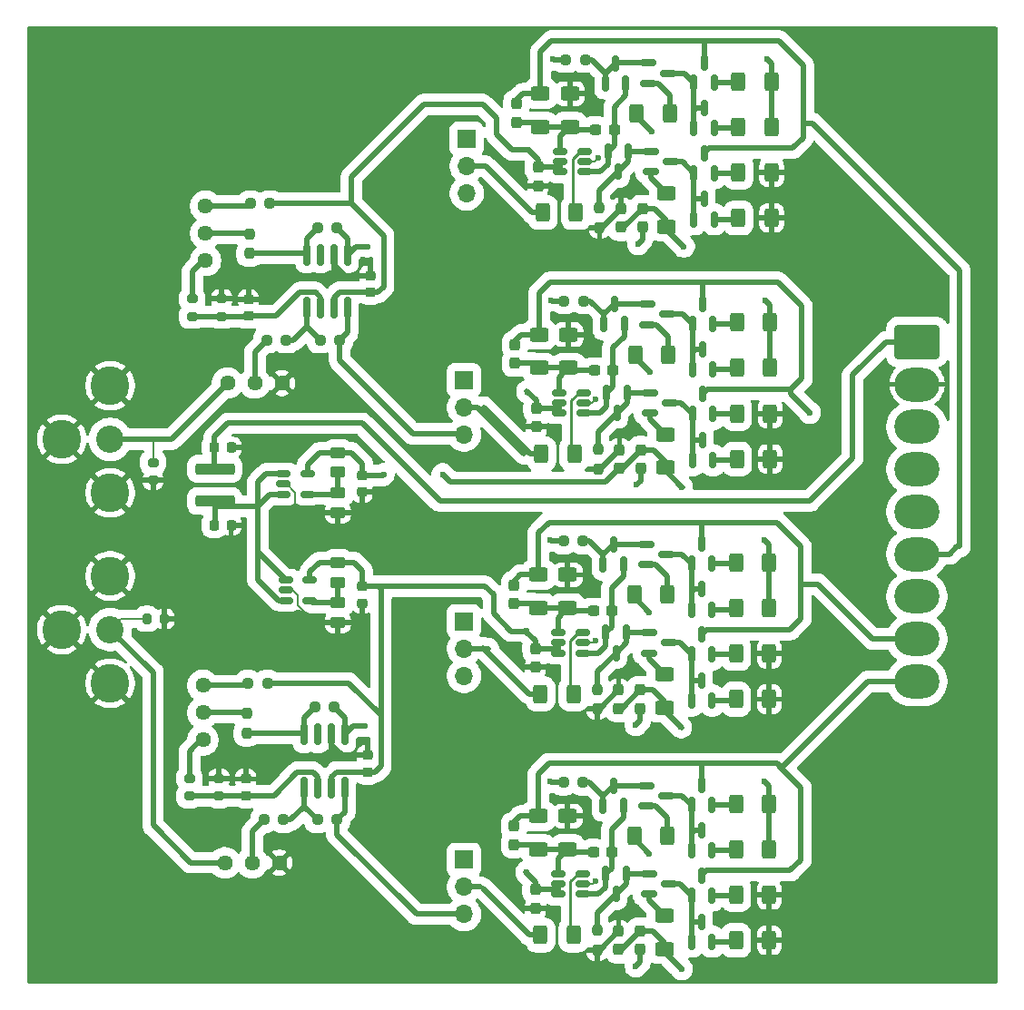
<source format=gbr>
%TF.GenerationSoftware,KiCad,Pcbnew,9.0.0*%
%TF.CreationDate,2025-03-19T20:57:18-07:00*%
%TF.ProjectId,deflection_board_2,6465666c-6563-4746-996f-6e5f626f6172,rev?*%
%TF.SameCoordinates,Original*%
%TF.FileFunction,Copper,L1,Top*%
%TF.FilePolarity,Positive*%
%FSLAX46Y46*%
G04 Gerber Fmt 4.6, Leading zero omitted, Abs format (unit mm)*
G04 Created by KiCad (PCBNEW 9.0.0) date 2025-03-19 20:57:18*
%MOMM*%
%LPD*%
G01*
G04 APERTURE LIST*
G04 Aperture macros list*
%AMRoundRect*
0 Rectangle with rounded corners*
0 $1 Rounding radius*
0 $2 $3 $4 $5 $6 $7 $8 $9 X,Y pos of 4 corners*
0 Add a 4 corners polygon primitive as box body*
4,1,4,$2,$3,$4,$5,$6,$7,$8,$9,$2,$3,0*
0 Add four circle primitives for the rounded corners*
1,1,$1+$1,$2,$3*
1,1,$1+$1,$4,$5*
1,1,$1+$1,$6,$7*
1,1,$1+$1,$8,$9*
0 Add four rect primitives between the rounded corners*
20,1,$1+$1,$2,$3,$4,$5,0*
20,1,$1+$1,$4,$5,$6,$7,0*
20,1,$1+$1,$6,$7,$8,$9,0*
20,1,$1+$1,$8,$9,$2,$3,0*%
G04 Aperture macros list end*
%TA.AperFunction,SMDPad,CuDef*%
%ADD10RoundRect,0.200000X-0.275000X0.200000X-0.275000X-0.200000X0.275000X-0.200000X0.275000X0.200000X0*%
%TD*%
%TA.AperFunction,ComponentPad*%
%ADD11C,3.616000*%
%TD*%
%TA.AperFunction,ComponentPad*%
%ADD12C,2.550000*%
%TD*%
%TA.AperFunction,SMDPad,CuDef*%
%ADD13RoundRect,0.237500X-0.250000X-0.237500X0.250000X-0.237500X0.250000X0.237500X-0.250000X0.237500X0*%
%TD*%
%TA.AperFunction,SMDPad,CuDef*%
%ADD14RoundRect,0.150000X-0.587500X-0.150000X0.587500X-0.150000X0.587500X0.150000X-0.587500X0.150000X0*%
%TD*%
%TA.AperFunction,SMDPad,CuDef*%
%ADD15RoundRect,0.250000X0.400000X0.625000X-0.400000X0.625000X-0.400000X-0.625000X0.400000X-0.625000X0*%
%TD*%
%TA.AperFunction,SMDPad,CuDef*%
%ADD16RoundRect,0.250000X-0.400000X-0.625000X0.400000X-0.625000X0.400000X0.625000X-0.400000X0.625000X0*%
%TD*%
%TA.AperFunction,SMDPad,CuDef*%
%ADD17RoundRect,0.250000X-0.450000X0.262500X-0.450000X-0.262500X0.450000X-0.262500X0.450000X0.262500X0*%
%TD*%
%TA.AperFunction,SMDPad,CuDef*%
%ADD18RoundRect,0.150000X0.150000X-0.587500X0.150000X0.587500X-0.150000X0.587500X-0.150000X-0.587500X0*%
%TD*%
%TA.AperFunction,SMDPad,CuDef*%
%ADD19RoundRect,0.237500X0.250000X0.237500X-0.250000X0.237500X-0.250000X-0.237500X0.250000X-0.237500X0*%
%TD*%
%TA.AperFunction,SMDPad,CuDef*%
%ADD20RoundRect,0.150000X-0.150000X0.587500X-0.150000X-0.587500X0.150000X-0.587500X0.150000X0.587500X0*%
%TD*%
%TA.AperFunction,SMDPad,CuDef*%
%ADD21RoundRect,0.200000X0.275000X-0.200000X0.275000X0.200000X-0.275000X0.200000X-0.275000X-0.200000X0*%
%TD*%
%TA.AperFunction,SMDPad,CuDef*%
%ADD22RoundRect,0.250000X0.625000X-0.400000X0.625000X0.400000X-0.625000X0.400000X-0.625000X-0.400000X0*%
%TD*%
%TA.AperFunction,ComponentPad*%
%ADD23C,1.440000*%
%TD*%
%TA.AperFunction,ComponentPad*%
%ADD24R,1.700000X1.700000*%
%TD*%
%TA.AperFunction,ComponentPad*%
%ADD25O,1.700000X1.700000*%
%TD*%
%TA.AperFunction,SMDPad,CuDef*%
%ADD26RoundRect,0.250000X-0.625000X0.400000X-0.625000X-0.400000X0.625000X-0.400000X0.625000X0.400000X0*%
%TD*%
%TA.AperFunction,SMDPad,CuDef*%
%ADD27RoundRect,0.225000X0.250000X-0.225000X0.250000X0.225000X-0.250000X0.225000X-0.250000X-0.225000X0*%
%TD*%
%TA.AperFunction,SMDPad,CuDef*%
%ADD28RoundRect,0.150000X-0.512500X-0.150000X0.512500X-0.150000X0.512500X0.150000X-0.512500X0.150000X0*%
%TD*%
%TA.AperFunction,SMDPad,CuDef*%
%ADD29RoundRect,0.237500X-0.237500X0.300000X-0.237500X-0.300000X0.237500X-0.300000X0.237500X0.300000X0*%
%TD*%
%TA.AperFunction,SMDPad,CuDef*%
%ADD30RoundRect,0.225000X-0.250000X0.225000X-0.250000X-0.225000X0.250000X-0.225000X0.250000X0.225000X0*%
%TD*%
%TA.AperFunction,SMDPad,CuDef*%
%ADD31RoundRect,0.237500X-0.300000X-0.237500X0.300000X-0.237500X0.300000X0.237500X-0.300000X0.237500X0*%
%TD*%
%TA.AperFunction,SMDPad,CuDef*%
%ADD32RoundRect,0.150000X0.512500X0.150000X-0.512500X0.150000X-0.512500X-0.150000X0.512500X-0.150000X0*%
%TD*%
%TA.AperFunction,SMDPad,CuDef*%
%ADD33RoundRect,0.150000X0.150000X-0.825000X0.150000X0.825000X-0.150000X0.825000X-0.150000X-0.825000X0*%
%TD*%
%TA.AperFunction,SMDPad,CuDef*%
%ADD34RoundRect,0.225000X-0.225000X-0.250000X0.225000X-0.250000X0.225000X0.250000X-0.225000X0.250000X0*%
%TD*%
%TA.AperFunction,SMDPad,CuDef*%
%ADD35RoundRect,0.237500X-0.237500X0.250000X-0.237500X-0.250000X0.237500X-0.250000X0.237500X0.250000X0*%
%TD*%
%TA.AperFunction,SMDPad,CuDef*%
%ADD36RoundRect,0.237500X0.237500X-0.300000X0.237500X0.300000X-0.237500X0.300000X-0.237500X-0.300000X0*%
%TD*%
%TA.AperFunction,SMDPad,CuDef*%
%ADD37RoundRect,0.237500X0.237500X-0.250000X0.237500X0.250000X-0.237500X0.250000X-0.237500X-0.250000X0*%
%TD*%
%TA.AperFunction,SMDPad,CuDef*%
%ADD38RoundRect,0.250000X-1.600000X0.300000X-1.600000X-0.300000X1.600000X-0.300000X1.600000X0.300000X0*%
%TD*%
%TA.AperFunction,SMDPad,CuDef*%
%ADD39RoundRect,0.200000X0.200000X0.275000X-0.200000X0.275000X-0.200000X-0.275000X0.200000X-0.275000X0*%
%TD*%
%TA.AperFunction,ComponentPad*%
%ADD40RoundRect,0.250000X-1.850000X1.330000X-1.850000X-1.330000X1.850000X-1.330000X1.850000X1.330000X0*%
%TD*%
%TA.AperFunction,ComponentPad*%
%ADD41O,4.200000X3.160000*%
%TD*%
%TA.AperFunction,ViaPad*%
%ADD42C,0.600000*%
%TD*%
%TA.AperFunction,Conductor*%
%ADD43C,0.500000*%
%TD*%
%TA.AperFunction,Conductor*%
%ADD44C,0.200000*%
%TD*%
%TA.AperFunction,Conductor*%
%ADD45C,0.250000*%
%TD*%
G04 APERTURE END LIST*
D10*
%TO.P,R46,1*%
%TO.N,Net-(R46-Pad1)*%
X151150000Y-135395000D03*
%TO.P,R46,2*%
%TO.N,Net-(U7-VCM)*%
X151150000Y-137045000D03*
%TD*%
D11*
%TO.P,J6,1A,1*%
%TO.N,GND*%
X143750000Y-98750000D03*
%TO.P,J6,1B,1*%
X143750000Y-108750000D03*
%TO.P,J6,1C,1*%
X139250000Y-103750000D03*
D12*
%TO.P,J6,2,2*%
%TO.N,/X Pre-amp/INPUT*%
X143750000Y-103750000D03*
%TD*%
D13*
%TO.P,R33,1*%
%TO.N,+10V*%
X186012500Y-135745000D03*
%TO.P,R33,2*%
%TO.N,Net-(Q25-B)*%
X187837500Y-135745000D03*
%TD*%
D14*
%TO.P,Q12,1,B*%
%TO.N,Net-(Q10-B)*%
X194068750Y-99384045D03*
%TO.P,Q12,2,E*%
%TO.N,Net-(Q12-E)*%
X194068750Y-101284045D03*
%TO.P,Q12,3,C*%
%TO.N,Net-(Q12-C)*%
X195943750Y-100334045D03*
%TD*%
%TO.P,Q19,1,B*%
%TO.N,Net-(Q17-B)*%
X193737500Y-113545000D03*
%TO.P,Q19,2,E*%
%TO.N,Net-(Q19-E)*%
X193737500Y-115445000D03*
%TO.P,Q19,3,C*%
%TO.N,Net-(Q19-C)*%
X195612500Y-114495000D03*
%TD*%
D15*
%TO.P,R39,1*%
%TO.N,+300V*%
X205225000Y-137745000D03*
%TO.P,R39,2*%
%TO.N,Net-(Q31-E)*%
X202125000Y-137745000D03*
%TD*%
D16*
%TO.P,R38,1*%
%TO.N,Net-(Q30-E)*%
X202125000Y-150495000D03*
%TO.P,R38,2*%
%TO.N,GND*%
X205225000Y-150495000D03*
%TD*%
D17*
%TO.P,R52,1*%
%TO.N,Net-(U8-ADJ)*%
X165000000Y-119000000D03*
%TO.P,R52,2*%
%TO.N,GND*%
X165000000Y-120825000D03*
%TD*%
D18*
%TO.P,Q30,1,B*%
%TO.N,Net-(Q28-C)*%
X197975000Y-150620000D03*
%TO.P,Q30,2,E*%
%TO.N,Net-(Q30-E)*%
X199875000Y-150620000D03*
%TO.P,Q30,3,C*%
%TO.N,Net-(Q28-C)*%
X198925000Y-148745000D03*
%TD*%
D15*
%TO.P,R19,1*%
%TO.N,+300V*%
X205306250Y-92834045D03*
%TO.P,R19,2*%
%TO.N,Net-(Q15-E)*%
X202206250Y-92834045D03*
%TD*%
D19*
%TO.P,R59,1*%
%TO.N,+10V*%
X158662500Y-81750000D03*
%TO.P,R59,2*%
%TO.N,Net-(R59-Pad2)*%
X156837500Y-81750000D03*
%TD*%
D20*
%TO.P,Q3,1,B*%
%TO.N,Net-(Q3-B)*%
X192093750Y-76902252D03*
%TO.P,Q3,2,E*%
%TO.N,Net-(Q1-E)*%
X190193750Y-76902252D03*
%TO.P,Q3,3,C*%
%TO.N,Net-(Q3-B)*%
X191143750Y-78777252D03*
%TD*%
D21*
%TO.P,R53,1*%
%TO.N,GND*%
X147750000Y-107575000D03*
%TO.P,R53,2*%
%TO.N,/X Pre-amp/INPUT*%
X147750000Y-105925000D03*
%TD*%
D22*
%TO.P,R32,1*%
%TO.N,Net-(U4--)*%
X183675000Y-141995000D03*
%TO.P,R32,2*%
%TO.N,/Deflection Amp Y2/OUTPUT*%
X183675000Y-138895000D03*
%TD*%
D15*
%TO.P,R29,1*%
%TO.N,+300V*%
X205225000Y-115245000D03*
%TO.P,R29,2*%
%TO.N,Net-(Q23-E)*%
X202125000Y-115245000D03*
%TD*%
D18*
%TO.P,Q29,1,B*%
%TO.N,Net-(Q27-C)*%
X197975000Y-142120000D03*
%TO.P,Q29,2,E*%
%TO.N,Net-(Q29-E)*%
X199875000Y-142120000D03*
%TO.P,Q29,3,C*%
%TO.N,Net-(Q27-C)*%
X198925000Y-140245000D03*
%TD*%
D15*
%TO.P,R35,1*%
%TO.N,+300V*%
X205225000Y-141995000D03*
%TO.P,R35,2*%
%TO.N,Net-(Q29-E)*%
X202125000Y-141995000D03*
%TD*%
D23*
%TO.P,RV8,1,1*%
%TO.N,Net-(R63-Pad2)*%
X152400000Y-126720000D03*
%TO.P,RV8,2,2*%
%TO.N,Net-(R69-Pad2)*%
X152400000Y-129260000D03*
%TO.P,RV8,3,3*%
%TO.N,Net-(R46-Pad1)*%
X152400000Y-131800000D03*
%TD*%
D24*
%TO.P,J4,1,Pin_1*%
%TO.N,Y2_INPUT*%
X176750000Y-142975000D03*
D25*
%TO.P,J4,2,Pin_2*%
%TO.N,/Deflection Amp Y2/INPUT*%
X176750000Y-145515000D03*
%TO.P,J4,3,Pin_3*%
%TO.N,/Y Pre-amp/INV OUTPUT*%
X176750000Y-148055000D03*
%TD*%
D26*
%TO.P,R1,1*%
%TO.N,GND*%
X186643750Y-71489752D03*
%TO.P,R1,2*%
%TO.N,Net-(U1--)*%
X186643750Y-74589752D03*
%TD*%
%TO.P,R21,1*%
%TO.N,GND*%
X186425000Y-116395000D03*
%TO.P,R21,2*%
%TO.N,Net-(U3--)*%
X186425000Y-119495000D03*
%TD*%
D11*
%TO.P,J7,1A,1*%
%TO.N,GND*%
X143750000Y-116500000D03*
%TO.P,J7,1B,1*%
X143750000Y-126500000D03*
%TO.P,J7,1C,1*%
X139250000Y-121500000D03*
D12*
%TO.P,J7,2,2*%
%TO.N,/Y Pre-amp/INPUT*%
X143750000Y-121500000D03*
%TD*%
D27*
%TO.P,C21,1*%
%TO.N,Net-(U6-VCM)*%
X156650000Y-92245000D03*
%TO.P,C21,2*%
%TO.N,GND*%
X156650000Y-90695000D03*
%TD*%
D15*
%TO.P,R36,1*%
%TO.N,Net-(Q27-E)*%
X195725000Y-140745000D03*
%TO.P,R36,2*%
%TO.N,+5V*%
X192625000Y-140745000D03*
%TD*%
D28*
%TO.P,U5,1,VIN*%
%TO.N,Net-(U5-EN)*%
X159862500Y-106962500D03*
%TO.P,U5,2,GND*%
%TO.N,GND*%
X159862500Y-107912500D03*
%TO.P,U5,3,EN*%
%TO.N,Net-(U5-EN)*%
X159862500Y-108862500D03*
%TO.P,U5,4,ADJ*%
%TO.N,Net-(U5-ADJ)*%
X162137500Y-108862500D03*
%TO.P,U5,5,VOUT*%
%TO.N,+5V*%
X162137500Y-106962500D03*
%TD*%
D20*
%TO.P,Q26,1,B*%
%TO.N,Net-(Q26-B)*%
X191875000Y-144307500D03*
%TO.P,Q26,2,E*%
%TO.N,Net-(Q25-E)*%
X189975000Y-144307500D03*
%TO.P,Q26,3,C*%
%TO.N,Net-(Q26-B)*%
X190925000Y-146182500D03*
%TD*%
D15*
%TO.P,R16,1*%
%TO.N,Net-(Q11-E)*%
X195806250Y-95834045D03*
%TO.P,R16,2*%
%TO.N,+5V*%
X192706250Y-95834045D03*
%TD*%
D29*
%TO.P,C16,1*%
%TO.N,+10V*%
X183425000Y-145770000D03*
%TO.P,C16,2*%
%TO.N,GND*%
X183425000Y-147495000D03*
%TD*%
D30*
%TO.P,C30,1*%
%TO.N,+10V*%
X167250000Y-117475000D03*
%TO.P,C30,2*%
%TO.N,GND*%
X167250000Y-119025000D03*
%TD*%
D13*
%TO.P,R62,1*%
%TO.N,Net-(R61-Pad1)*%
X163337500Y-94500000D03*
%TO.P,R62,2*%
%TO.N,/X Pre-amp/INV OUTPUT*%
X165162500Y-94500000D03*
%TD*%
D31*
%TO.P,C15,1*%
%TO.N,Net-(U3--)*%
X188812500Y-119745000D03*
%TO.P,C15,2*%
%TO.N,Net-(Q17-E)*%
X190537500Y-119745000D03*
%TD*%
D32*
%TO.P,U1,1*%
%TO.N,Net-(Q1-E)*%
X188031250Y-78789752D03*
%TO.P,U1,2,V-*%
%TO.N,GND*%
X188031250Y-77839752D03*
%TO.P,U1,3,+*%
%TO.N,Net-(U1-+)*%
X188031250Y-76889752D03*
%TO.P,U1,4,-*%
%TO.N,Net-(U1--)*%
X185756250Y-76889752D03*
%TO.P,U1,5,~{DISABLE}*%
%TO.N,+10V*%
X185756250Y-77839752D03*
%TO.P,U1,6,V+*%
X185756250Y-78789752D03*
%TD*%
D18*
%TO.P,Q31,1,B*%
%TO.N,Net-(Q27-C)*%
X197975000Y-137870000D03*
%TO.P,Q31,2,E*%
%TO.N,Net-(Q31-E)*%
X199875000Y-137870000D03*
%TO.P,Q31,3,C*%
%TO.N,/Deflection Amp Y2/OUTPUT*%
X198925000Y-135995000D03*
%TD*%
D29*
%TO.P,C2,1*%
%TO.N,/Deflection Amp X1/OUTPUT*%
X181643750Y-72427252D03*
%TO.P,C2,2*%
%TO.N,Net-(U1--)*%
X181643750Y-74152252D03*
%TD*%
D33*
%TO.P,U6,1,-*%
%TO.N,Net-(R61-Pad1)*%
X162095000Y-91475000D03*
%TO.P,U6,2,VCM*%
%TO.N,Net-(U6-VCM)*%
X163365000Y-91475000D03*
%TO.P,U6,3,V+*%
%TO.N,+10V*%
X164635000Y-91475000D03*
%TO.P,U6,4,+*%
%TO.N,/X Pre-amp/INV OUTPUT*%
X165905000Y-91475000D03*
%TO.P,U6,5,-*%
%TO.N,/X Pre-amp/OUTPUT*%
X165905000Y-86525000D03*
%TO.P,U6,6,V-*%
%TO.N,GND*%
X164635000Y-86525000D03*
%TO.P,U6,7,NC*%
%TO.N,unconnected-(U6-NC-Pad7)*%
X163365000Y-86525000D03*
%TO.P,U6,8,+*%
%TO.N,Net-(R67-Pad1)*%
X162095000Y-86525000D03*
%TD*%
D16*
%TO.P,R42,1*%
%TO.N,/Deflection Amp X2/INPUT*%
X183956250Y-105084045D03*
%TO.P,R42,2*%
%TO.N,Net-(U2-+)*%
X187056250Y-105084045D03*
%TD*%
D22*
%TO.P,R17,1*%
%TO.N,+5V*%
X195506250Y-106384045D03*
%TO.P,R17,2*%
%TO.N,Net-(Q12-E)*%
X195506250Y-103284045D03*
%TD*%
D14*
%TO.P,Q2,1,B*%
%TO.N,Net-(Q1-B)*%
X193956250Y-68639752D03*
%TO.P,Q2,2,E*%
%TO.N,Net-(Q2-E)*%
X193956250Y-70539752D03*
%TO.P,Q2,3,C*%
%TO.N,Net-(Q2-C)*%
X195831250Y-69589752D03*
%TD*%
D34*
%TO.P,C25,1*%
%TO.N,Net-(U5-EN)*%
X153475000Y-111750000D03*
%TO.P,C25,2*%
%TO.N,GND*%
X155025000Y-111750000D03*
%TD*%
D31*
%TO.P,C10,1*%
%TO.N,Net-(U2--)*%
X188893750Y-97334045D03*
%TO.P,C10,2*%
%TO.N,Net-(Q10-E)*%
X190618750Y-97334045D03*
%TD*%
%TO.P,C20,1*%
%TO.N,Net-(U4--)*%
X188812500Y-142245000D03*
%TO.P,C20,2*%
%TO.N,Net-(Q25-E)*%
X190537500Y-142245000D03*
%TD*%
D35*
%TO.P,R14,1*%
%TO.N,Net-(Q10-B)*%
X189256250Y-104671545D03*
%TO.P,R14,2*%
%TO.N,GND*%
X189256250Y-106496545D03*
%TD*%
D15*
%TO.P,R25,1*%
%TO.N,+300V*%
X205225000Y-119495000D03*
%TO.P,R25,2*%
%TO.N,Net-(Q21-E)*%
X202125000Y-119495000D03*
%TD*%
D23*
%TO.P,RV7,1,1*%
%TO.N,/X Pre-amp/INPUT*%
X154700000Y-98500000D03*
%TO.P,RV7,2,2*%
%TO.N,Net-(R61-Pad2)*%
X157240000Y-98500000D03*
%TO.P,RV7,3,3*%
%TO.N,GND*%
X159780000Y-98500000D03*
%TD*%
D13*
%TO.P,R70,1*%
%TO.N,Net-(R69-Pad1)*%
X162837500Y-128750000D03*
%TO.P,R70,2*%
%TO.N,/Y Pre-amp/OUTPUT*%
X164662500Y-128750000D03*
%TD*%
D18*
%TO.P,Q13,1,B*%
%TO.N,Net-(Q11-C)*%
X198056250Y-97209045D03*
%TO.P,Q13,2,E*%
%TO.N,Net-(Q13-E)*%
X199956250Y-97209045D03*
%TO.P,Q13,3,C*%
%TO.N,Net-(Q11-C)*%
X199006250Y-95334045D03*
%TD*%
D36*
%TO.P,C13,1*%
%TO.N,+10V*%
X193175000Y-128857500D03*
%TO.P,C13,2*%
%TO.N,+5V*%
X193175000Y-127132500D03*
%TD*%
D19*
%TO.P,R61,1*%
%TO.N,Net-(R61-Pad1)*%
X160162500Y-94500000D03*
%TO.P,R61,2*%
%TO.N,Net-(R61-Pad2)*%
X158337500Y-94500000D03*
%TD*%
D18*
%TO.P,Q23,1,B*%
%TO.N,Net-(Q19-C)*%
X197975000Y-115370000D03*
%TO.P,Q23,2,E*%
%TO.N,Net-(Q23-E)*%
X199875000Y-115370000D03*
%TO.P,Q23,3,C*%
%TO.N,/Deflection Amp Y1/OUTPUT*%
X198925000Y-113495000D03*
%TD*%
D29*
%TO.P,C14,1*%
%TO.N,/Deflection Amp Y1/OUTPUT*%
X181425000Y-117332500D03*
%TO.P,C14,2*%
%TO.N,Net-(U3--)*%
X181425000Y-119057500D03*
%TD*%
D18*
%TO.P,Q6,1,B*%
%TO.N,Net-(Q2-C)*%
X198193750Y-70464752D03*
%TO.P,Q6,2,E*%
%TO.N,Net-(Q6-E)*%
X200093750Y-70464752D03*
%TO.P,Q6,3,C*%
%TO.N,/Deflection Amp X1/OUTPUT*%
X199143750Y-68589752D03*
%TD*%
%TO.P,Q25,1,B*%
%TO.N,Net-(Q25-B)*%
X189725000Y-137932500D03*
%TO.P,Q25,2,E*%
%TO.N,Net-(Q25-E)*%
X191625000Y-137932500D03*
%TO.P,Q25,3,C*%
%TO.N,Net-(Q25-B)*%
X190675000Y-136057500D03*
%TD*%
D16*
%TO.P,R10,1*%
%TO.N,Net-(Q8-E)*%
X202343750Y-78839752D03*
%TO.P,R10,2*%
%TO.N,GND*%
X205443750Y-78839752D03*
%TD*%
D19*
%TO.P,R65,1*%
%TO.N,Net-(R65-Pad1)*%
X159912500Y-139250000D03*
%TO.P,R65,2*%
%TO.N,Net-(R65-Pad2)*%
X158087500Y-139250000D03*
%TD*%
D16*
%TO.P,R40,1*%
%TO.N,Net-(Q32-E)*%
X202125000Y-146245000D03*
%TO.P,R40,2*%
%TO.N,GND*%
X205225000Y-146245000D03*
%TD*%
D22*
%TO.P,R4,1*%
%TO.N,+5V*%
X195643750Y-83889752D03*
%TO.P,R4,2*%
%TO.N,Net-(Q4-E)*%
X195643750Y-80789752D03*
%TD*%
D17*
%TO.P,R51,1*%
%TO.N,+10V*%
X165000000Y-115250000D03*
%TO.P,R51,2*%
%TO.N,Net-(U8-ADJ)*%
X165000000Y-117075000D03*
%TD*%
D32*
%TO.P,U2,1*%
%TO.N,Net-(Q10-E)*%
X187893750Y-101284045D03*
%TO.P,U2,2,V-*%
%TO.N,GND*%
X187893750Y-100334045D03*
%TO.P,U2,3,+*%
%TO.N,Net-(U2-+)*%
X187893750Y-99384045D03*
%TO.P,U2,4,-*%
%TO.N,Net-(U2--)*%
X185618750Y-99384045D03*
%TO.P,U2,5,~{DISABLE}*%
%TO.N,+10V*%
X185618750Y-100334045D03*
%TO.P,U2,6,V+*%
X185618750Y-101284045D03*
%TD*%
%TO.P,U3,1*%
%TO.N,Net-(Q17-E)*%
X187812500Y-123695000D03*
%TO.P,U3,2,V-*%
%TO.N,GND*%
X187812500Y-122745000D03*
%TO.P,U3,3,+*%
%TO.N,Net-(U3-+)*%
X187812500Y-121795000D03*
%TO.P,U3,4,-*%
%TO.N,Net-(U3--)*%
X185537500Y-121795000D03*
%TO.P,U3,5,~{DISABLE}*%
%TO.N,+10V*%
X185537500Y-122745000D03*
%TO.P,U3,6,V+*%
X185537500Y-123695000D03*
%TD*%
D13*
%TO.P,R23,1*%
%TO.N,+10V*%
X186012500Y-113245000D03*
%TO.P,R23,2*%
%TO.N,Net-(Q17-B)*%
X187837500Y-113245000D03*
%TD*%
D22*
%TO.P,R27,1*%
%TO.N,+5V*%
X195425000Y-128795000D03*
%TO.P,R27,2*%
%TO.N,Net-(Q20-E)*%
X195425000Y-125695000D03*
%TD*%
D27*
%TO.P,C22,1*%
%TO.N,Net-(U7-VCM)*%
X156400000Y-136995000D03*
%TO.P,C22,2*%
%TO.N,GND*%
X156400000Y-135445000D03*
%TD*%
D13*
%TO.P,R5,1*%
%TO.N,+10V*%
X186231250Y-68339752D03*
%TO.P,R5,2*%
%TO.N,Net-(Q1-B)*%
X188056250Y-68339752D03*
%TD*%
D14*
%TO.P,Q4,1,B*%
%TO.N,Net-(Q3-B)*%
X194206250Y-76889752D03*
%TO.P,Q4,2,E*%
%TO.N,Net-(Q4-E)*%
X194206250Y-78789752D03*
%TO.P,Q4,3,C*%
%TO.N,Net-(Q4-C)*%
X196081250Y-77839752D03*
%TD*%
D16*
%TO.P,R8,1*%
%TO.N,Net-(Q7-E)*%
X202343750Y-83089752D03*
%TO.P,R8,2*%
%TO.N,GND*%
X205443750Y-83089752D03*
%TD*%
%TO.P,R44,1*%
%TO.N,/Deflection Amp Y2/INPUT*%
X183875000Y-149995000D03*
%TO.P,R44,2*%
%TO.N,Net-(U4-+)*%
X186975000Y-149995000D03*
%TD*%
D26*
%TO.P,R11,1*%
%TO.N,GND*%
X186506250Y-93984045D03*
%TO.P,R11,2*%
%TO.N,Net-(U2--)*%
X186506250Y-97084045D03*
%TD*%
D16*
%TO.P,R28,1*%
%TO.N,Net-(Q22-E)*%
X202125000Y-127995000D03*
%TO.P,R28,2*%
%TO.N,GND*%
X205225000Y-127995000D03*
%TD*%
D37*
%TO.P,R69,1*%
%TO.N,Net-(R69-Pad1)*%
X156500000Y-131162500D03*
%TO.P,R69,2*%
%TO.N,Net-(R69-Pad2)*%
X156500000Y-129337500D03*
%TD*%
D15*
%TO.P,R3,1*%
%TO.N,Net-(Q2-E)*%
X195943750Y-73339752D03*
%TO.P,R3,2*%
%TO.N,+5V*%
X192843750Y-73339752D03*
%TD*%
D22*
%TO.P,R22,1*%
%TO.N,Net-(U3--)*%
X183675000Y-119495000D03*
%TO.P,R22,2*%
%TO.N,/Deflection Amp Y1/OUTPUT*%
X183675000Y-116395000D03*
%TD*%
D34*
%TO.P,C27,1*%
%TO.N,+12V*%
X153475000Y-104500000D03*
%TO.P,C27,2*%
%TO.N,GND*%
X155025000Y-104500000D03*
%TD*%
D14*
%TO.P,Q20,1,B*%
%TO.N,Net-(Q18-B)*%
X193987500Y-121795000D03*
%TO.P,Q20,2,E*%
%TO.N,Net-(Q20-E)*%
X193987500Y-123695000D03*
%TO.P,Q20,3,C*%
%TO.N,Net-(Q20-C)*%
X195862500Y-122745000D03*
%TD*%
D16*
%TO.P,R41,1*%
%TO.N,/Deflection Amp X1/INPUT*%
X184093750Y-82589752D03*
%TO.P,R41,2*%
%TO.N,Net-(U1-+)*%
X187193750Y-82589752D03*
%TD*%
D18*
%TO.P,Q16,1,B*%
%TO.N,Net-(Q12-C)*%
X198056250Y-101396545D03*
%TO.P,Q16,2,E*%
%TO.N,Net-(Q16-E)*%
X199956250Y-101396545D03*
%TO.P,Q16,3,C*%
%TO.N,/Deflection Amp X2/OUTPUT*%
X199006250Y-99521545D03*
%TD*%
D29*
%TO.P,C9,1*%
%TO.N,/Deflection Amp X2/OUTPUT*%
X181506250Y-94921545D03*
%TO.P,C9,2*%
%TO.N,Net-(U2--)*%
X181506250Y-96646545D03*
%TD*%
D30*
%TO.P,C26,1*%
%TO.N,+5V*%
X167250000Y-107137500D03*
%TO.P,C26,2*%
%TO.N,GND*%
X167250000Y-108687500D03*
%TD*%
D22*
%TO.P,R37,1*%
%TO.N,+5V*%
X195425000Y-151295000D03*
%TO.P,R37,2*%
%TO.N,Net-(Q28-E)*%
X195425000Y-148195000D03*
%TD*%
D36*
%TO.P,C4,1*%
%TO.N,+5V*%
X191393750Y-83952252D03*
%TO.P,C4,2*%
%TO.N,GND*%
X191393750Y-82227252D03*
%TD*%
D24*
%TO.P,J1,1,Pin_1*%
%TO.N,X1_INPUT*%
X177000000Y-75725000D03*
D25*
%TO.P,J1,2,Pin_2*%
%TO.N,/Deflection Amp X1/INPUT*%
X177000000Y-78265000D03*
%TO.P,J1,3,Pin_3*%
%TO.N,/X Pre-amp/OUTPUT*%
X177000000Y-80805000D03*
%TD*%
D33*
%TO.P,U7,1,-*%
%TO.N,Net-(R65-Pad1)*%
X161845000Y-136225000D03*
%TO.P,U7,2,VCM*%
%TO.N,Net-(U7-VCM)*%
X163115000Y-136225000D03*
%TO.P,U7,3,V+*%
%TO.N,+10V*%
X164385000Y-136225000D03*
%TO.P,U7,4,+*%
%TO.N,/Y Pre-amp/INV OUTPUT*%
X165655000Y-136225000D03*
%TO.P,U7,5,-*%
%TO.N,/Y Pre-amp/OUTPUT*%
X165655000Y-131275000D03*
%TO.P,U7,6,V-*%
%TO.N,GND*%
X164385000Y-131275000D03*
%TO.P,U7,7,NC*%
%TO.N,unconnected-(U7-NC-Pad7)*%
X163115000Y-131275000D03*
%TO.P,U7,8,+*%
%TO.N,Net-(R69-Pad1)*%
X161845000Y-131275000D03*
%TD*%
D21*
%TO.P,R48,1*%
%TO.N,Net-(U7-VCM)*%
X153900000Y-137045000D03*
%TO.P,R48,2*%
%TO.N,GND*%
X153900000Y-135395000D03*
%TD*%
D29*
%TO.P,C3,1*%
%TO.N,+10V*%
X183643750Y-78364752D03*
%TO.P,C3,2*%
%TO.N,GND*%
X183643750Y-80089752D03*
%TD*%
%TO.P,C6,1*%
%TO.N,+10V*%
X183506250Y-100859045D03*
%TO.P,C6,2*%
%TO.N,GND*%
X183506250Y-102584045D03*
%TD*%
D38*
%TO.P,L1,1,1*%
%TO.N,+12V*%
X153500000Y-106500000D03*
%TO.P,L1,2,2*%
%TO.N,Net-(U5-EN)*%
X153500000Y-109500000D03*
%TD*%
D24*
%TO.P,J3,1,Pin_1*%
%TO.N,Y1_INPUT*%
X176750000Y-120725000D03*
D25*
%TO.P,J3,2,Pin_2*%
%TO.N,/Deflection Amp Y1/INPUT*%
X176750000Y-123265000D03*
%TO.P,J3,3,Pin_3*%
%TO.N,/Y Pre-amp/OUTPUT*%
X176750000Y-125805000D03*
%TD*%
D32*
%TO.P,U4,1*%
%TO.N,Net-(Q25-E)*%
X187812500Y-146195000D03*
%TO.P,U4,2,V-*%
%TO.N,GND*%
X187812500Y-145245000D03*
%TO.P,U4,3,+*%
%TO.N,Net-(U4-+)*%
X187812500Y-144295000D03*
%TO.P,U4,4,-*%
%TO.N,Net-(U4--)*%
X185537500Y-144295000D03*
%TO.P,U4,5,~{DISABLE}*%
%TO.N,+10V*%
X185537500Y-145245000D03*
%TO.P,U4,6,V+*%
X185537500Y-146195000D03*
%TD*%
D18*
%TO.P,Q15,1,B*%
%TO.N,Net-(Q11-C)*%
X198056250Y-92959045D03*
%TO.P,Q15,2,E*%
%TO.N,Net-(Q15-E)*%
X199956250Y-92959045D03*
%TO.P,Q15,3,C*%
%TO.N,/Deflection Amp X2/OUTPUT*%
X199006250Y-91084045D03*
%TD*%
D27*
%TO.P,C24,1*%
%TO.N,+10V*%
X167750000Y-134775000D03*
%TO.P,C24,2*%
%TO.N,GND*%
X167750000Y-133225000D03*
%TD*%
D35*
%TO.P,R24,1*%
%TO.N,Net-(Q18-B)*%
X189175000Y-127082500D03*
%TO.P,R24,2*%
%TO.N,GND*%
X189175000Y-128907500D03*
%TD*%
D29*
%TO.P,C19,1*%
%TO.N,/Deflection Amp Y2/OUTPUT*%
X181425000Y-139832500D03*
%TO.P,C19,2*%
%TO.N,Net-(U4--)*%
X181425000Y-141557500D03*
%TD*%
D15*
%TO.P,R7,1*%
%TO.N,+300V*%
X205443750Y-74589752D03*
%TO.P,R7,2*%
%TO.N,Net-(Q5-E)*%
X202343750Y-74589752D03*
%TD*%
D14*
%TO.P,Q28,1,B*%
%TO.N,Net-(Q26-B)*%
X193987500Y-144295000D03*
%TO.P,Q28,2,E*%
%TO.N,Net-(Q28-E)*%
X193987500Y-146195000D03*
%TO.P,Q28,3,C*%
%TO.N,Net-(Q28-C)*%
X195862500Y-145245000D03*
%TD*%
D18*
%TO.P,Q1,1,B*%
%TO.N,Net-(Q1-B)*%
X189943750Y-70527252D03*
%TO.P,Q1,2,E*%
%TO.N,Net-(Q1-E)*%
X191843750Y-70527252D03*
%TO.P,Q1,3,C*%
%TO.N,Net-(Q1-B)*%
X190893750Y-68652252D03*
%TD*%
D36*
%TO.P,C18,1*%
%TO.N,+10V*%
X193175000Y-151357500D03*
%TO.P,C18,2*%
%TO.N,+5V*%
X193175000Y-149632500D03*
%TD*%
D18*
%TO.P,Q7,1,B*%
%TO.N,Net-(Q4-C)*%
X198193750Y-83214752D03*
%TO.P,Q7,2,E*%
%TO.N,Net-(Q7-E)*%
X200093750Y-83214752D03*
%TO.P,Q7,3,C*%
%TO.N,Net-(Q4-C)*%
X199143750Y-81339752D03*
%TD*%
%TO.P,Q17,1,B*%
%TO.N,Net-(Q17-B)*%
X189725000Y-115432500D03*
%TO.P,Q17,2,E*%
%TO.N,Net-(Q17-E)*%
X191625000Y-115432500D03*
%TO.P,Q17,3,C*%
%TO.N,Net-(Q17-B)*%
X190675000Y-113557500D03*
%TD*%
D23*
%TO.P,RV6,1,1*%
%TO.N,Net-(R59-Pad2)*%
X152650000Y-81970000D03*
%TO.P,RV6,2,2*%
%TO.N,Net-(R67-Pad2)*%
X152650000Y-84510000D03*
%TO.P,RV6,3,3*%
%TO.N,Net-(R45-Pad1)*%
X152650000Y-87050000D03*
%TD*%
D18*
%TO.P,Q9,1,B*%
%TO.N,Net-(Q11-B)*%
X189806250Y-93021545D03*
%TO.P,Q9,2,E*%
%TO.N,Net-(Q10-E)*%
X191706250Y-93021545D03*
%TO.P,Q9,3,C*%
%TO.N,Net-(Q11-B)*%
X190756250Y-91146545D03*
%TD*%
D35*
%TO.P,R34,1*%
%TO.N,Net-(Q26-B)*%
X189175000Y-149582500D03*
%TO.P,R34,2*%
%TO.N,GND*%
X189175000Y-151407500D03*
%TD*%
D27*
%TO.P,C23,1*%
%TO.N,+10V*%
X168000000Y-90025000D03*
%TO.P,C23,2*%
%TO.N,GND*%
X168000000Y-88475000D03*
%TD*%
D20*
%TO.P,Q10,1,B*%
%TO.N,Net-(Q10-B)*%
X191956250Y-99396545D03*
%TO.P,Q10,2,E*%
%TO.N,Net-(Q10-E)*%
X190056250Y-99396545D03*
%TO.P,Q10,3,C*%
%TO.N,Net-(Q10-B)*%
X191006250Y-101271545D03*
%TD*%
D13*
%TO.P,R68,1*%
%TO.N,Net-(R67-Pad1)*%
X163087500Y-84000000D03*
%TO.P,R68,2*%
%TO.N,/X Pre-amp/OUTPUT*%
X164912500Y-84000000D03*
%TD*%
D31*
%TO.P,C1,1*%
%TO.N,Net-(U1--)*%
X189031250Y-74839752D03*
%TO.P,C1,2*%
%TO.N,Net-(Q1-E)*%
X190756250Y-74839752D03*
%TD*%
D29*
%TO.P,C11,1*%
%TO.N,+10V*%
X183425000Y-123270000D03*
%TO.P,C11,2*%
%TO.N,GND*%
X183425000Y-124995000D03*
%TD*%
D36*
%TO.P,C5,1*%
%TO.N,+10V*%
X193393750Y-83952252D03*
%TO.P,C5,2*%
%TO.N,+5V*%
X193393750Y-82227252D03*
%TD*%
D22*
%TO.P,R12,1*%
%TO.N,Net-(U2--)*%
X183756250Y-97084045D03*
%TO.P,R12,2*%
%TO.N,/Deflection Amp X2/OUTPUT*%
X183756250Y-93984045D03*
%TD*%
D14*
%TO.P,Q11,1,B*%
%TO.N,Net-(Q11-B)*%
X193818750Y-91134045D03*
%TO.P,Q11,2,E*%
%TO.N,Net-(Q11-E)*%
X193818750Y-93034045D03*
%TO.P,Q11,3,C*%
%TO.N,Net-(Q11-C)*%
X195693750Y-92084045D03*
%TD*%
D18*
%TO.P,Q14,1,B*%
%TO.N,Net-(Q12-C)*%
X198056250Y-105709045D03*
%TO.P,Q14,2,E*%
%TO.N,Net-(Q14-E)*%
X199956250Y-105709045D03*
%TO.P,Q14,3,C*%
%TO.N,Net-(Q12-C)*%
X199006250Y-103834045D03*
%TD*%
D35*
%TO.P,R6,1*%
%TO.N,Net-(Q3-B)*%
X189393750Y-82177252D03*
%TO.P,R6,2*%
%TO.N,GND*%
X189393750Y-84002252D03*
%TD*%
D26*
%TO.P,R31,1*%
%TO.N,GND*%
X186425000Y-138895000D03*
%TO.P,R31,2*%
%TO.N,Net-(U4--)*%
X186425000Y-141995000D03*
%TD*%
D13*
%TO.P,R13,1*%
%TO.N,+10V*%
X186093750Y-90834045D03*
%TO.P,R13,2*%
%TO.N,Net-(Q11-B)*%
X187918750Y-90834045D03*
%TD*%
D18*
%TO.P,Q32,1,B*%
%TO.N,Net-(Q28-C)*%
X197975000Y-146307500D03*
%TO.P,Q32,2,E*%
%TO.N,Net-(Q32-E)*%
X199875000Y-146307500D03*
%TO.P,Q32,3,C*%
%TO.N,/Deflection Amp Y2/OUTPUT*%
X198925000Y-144432500D03*
%TD*%
D36*
%TO.P,C17,1*%
%TO.N,+5V*%
X191175000Y-151357500D03*
%TO.P,C17,2*%
%TO.N,GND*%
X191175000Y-149632500D03*
%TD*%
D10*
%TO.P,R45,1*%
%TO.N,Net-(R45-Pad1)*%
X151400000Y-90645000D03*
%TO.P,R45,2*%
%TO.N,Net-(U6-VCM)*%
X151400000Y-92295000D03*
%TD*%
D13*
%TO.P,R66,1*%
%TO.N,Net-(R65-Pad1)*%
X163087500Y-139250000D03*
%TO.P,R66,2*%
%TO.N,/Y Pre-amp/INV OUTPUT*%
X164912500Y-139250000D03*
%TD*%
D16*
%TO.P,R20,1*%
%TO.N,Net-(Q16-E)*%
X202206250Y-101334045D03*
%TO.P,R20,2*%
%TO.N,GND*%
X205306250Y-101334045D03*
%TD*%
D36*
%TO.P,C7,1*%
%TO.N,+5V*%
X191256250Y-106446545D03*
%TO.P,C7,2*%
%TO.N,GND*%
X191256250Y-104721545D03*
%TD*%
D19*
%TO.P,R63,1*%
%TO.N,+10V*%
X158412500Y-126500000D03*
%TO.P,R63,2*%
%TO.N,Net-(R63-Pad2)*%
X156587500Y-126500000D03*
%TD*%
D15*
%TO.P,R26,1*%
%TO.N,Net-(Q19-E)*%
X195725000Y-118245000D03*
%TO.P,R26,2*%
%TO.N,+5V*%
X192625000Y-118245000D03*
%TD*%
D18*
%TO.P,Q5,1,B*%
%TO.N,Net-(Q2-C)*%
X198193750Y-74714752D03*
%TO.P,Q5,2,E*%
%TO.N,Net-(Q5-E)*%
X200093750Y-74714752D03*
%TO.P,Q5,3,C*%
%TO.N,Net-(Q2-C)*%
X199143750Y-72839752D03*
%TD*%
D36*
%TO.P,C8,1*%
%TO.N,+10V*%
X193256250Y-106446545D03*
%TO.P,C8,2*%
%TO.N,+5V*%
X193256250Y-104721545D03*
%TD*%
D24*
%TO.P,J2,1,Pin_1*%
%TO.N,X2_INPUT*%
X176750000Y-98225000D03*
D25*
%TO.P,J2,2,Pin_2*%
%TO.N,/Deflection Amp X2/INPUT*%
X176750000Y-100765000D03*
%TO.P,J2,3,Pin_3*%
%TO.N,/X Pre-amp/INV OUTPUT*%
X176750000Y-103305000D03*
%TD*%
D39*
%TO.P,R54,1*%
%TO.N,GND*%
X148825000Y-120500000D03*
%TO.P,R54,2*%
%TO.N,/Y Pre-amp/INPUT*%
X147175000Y-120500000D03*
%TD*%
D21*
%TO.P,R47,1*%
%TO.N,Net-(U6-VCM)*%
X154150000Y-92295000D03*
%TO.P,R47,2*%
%TO.N,GND*%
X154150000Y-90645000D03*
%TD*%
D18*
%TO.P,Q8,1,B*%
%TO.N,Net-(Q4-C)*%
X198193750Y-78902252D03*
%TO.P,Q8,2,E*%
%TO.N,Net-(Q8-E)*%
X200093750Y-78902252D03*
%TO.P,Q8,3,C*%
%TO.N,/Deflection Amp X1/OUTPUT*%
X199143750Y-77027252D03*
%TD*%
D16*
%TO.P,R30,1*%
%TO.N,Net-(Q24-E)*%
X202125000Y-123745000D03*
%TO.P,R30,2*%
%TO.N,GND*%
X205225000Y-123745000D03*
%TD*%
D15*
%TO.P,R15,1*%
%TO.N,+300V*%
X205306250Y-97084045D03*
%TO.P,R15,2*%
%TO.N,Net-(Q13-E)*%
X202206250Y-97084045D03*
%TD*%
D37*
%TO.P,R67,1*%
%TO.N,Net-(R67-Pad1)*%
X156750000Y-86412500D03*
%TO.P,R67,2*%
%TO.N,Net-(R67-Pad2)*%
X156750000Y-84587500D03*
%TD*%
D18*
%TO.P,Q21,1,B*%
%TO.N,Net-(Q19-C)*%
X197975000Y-119620000D03*
%TO.P,Q21,2,E*%
%TO.N,Net-(Q21-E)*%
X199875000Y-119620000D03*
%TO.P,Q21,3,C*%
%TO.N,Net-(Q19-C)*%
X198925000Y-117745000D03*
%TD*%
D28*
%TO.P,U8,1,VIN*%
%TO.N,Net-(U5-EN)*%
X160112500Y-116875000D03*
%TO.P,U8,2,GND*%
%TO.N,GND*%
X160112500Y-117825000D03*
%TO.P,U8,3,EN*%
%TO.N,Net-(U5-EN)*%
X160112500Y-118775000D03*
%TO.P,U8,4,ADJ*%
%TO.N,Net-(U8-ADJ)*%
X162387500Y-118775000D03*
%TO.P,U8,5,VOUT*%
%TO.N,+10V*%
X162387500Y-116875000D03*
%TD*%
D22*
%TO.P,R2,1*%
%TO.N,Net-(U1--)*%
X183893750Y-74589752D03*
%TO.P,R2,2*%
%TO.N,/Deflection Amp X1/OUTPUT*%
X183893750Y-71489752D03*
%TD*%
D15*
%TO.P,R9,1*%
%TO.N,+300V*%
X205443750Y-70339752D03*
%TO.P,R9,2*%
%TO.N,Net-(Q6-E)*%
X202343750Y-70339752D03*
%TD*%
D18*
%TO.P,Q24,1,B*%
%TO.N,Net-(Q20-C)*%
X197975000Y-123807500D03*
%TO.P,Q24,2,E*%
%TO.N,Net-(Q24-E)*%
X199875000Y-123807500D03*
%TO.P,Q24,3,C*%
%TO.N,/Deflection Amp Y1/OUTPUT*%
X198925000Y-121932500D03*
%TD*%
D17*
%TO.P,R50,1*%
%TO.N,Net-(U5-ADJ)*%
X165000000Y-108750000D03*
%TO.P,R50,2*%
%TO.N,GND*%
X165000000Y-110575000D03*
%TD*%
D14*
%TO.P,Q27,1,B*%
%TO.N,Net-(Q25-B)*%
X193737500Y-136045000D03*
%TO.P,Q27,2,E*%
%TO.N,Net-(Q27-E)*%
X193737500Y-137945000D03*
%TO.P,Q27,3,C*%
%TO.N,Net-(Q27-C)*%
X195612500Y-136995000D03*
%TD*%
D17*
%TO.P,R49,1*%
%TO.N,+5V*%
X165000000Y-105000000D03*
%TO.P,R49,2*%
%TO.N,Net-(U5-ADJ)*%
X165000000Y-106825000D03*
%TD*%
D20*
%TO.P,Q18,1,B*%
%TO.N,Net-(Q18-B)*%
X191875000Y-121807500D03*
%TO.P,Q18,2,E*%
%TO.N,Net-(Q17-E)*%
X189975000Y-121807500D03*
%TO.P,Q18,3,C*%
%TO.N,Net-(Q18-B)*%
X190925000Y-123682500D03*
%TD*%
D36*
%TO.P,C12,1*%
%TO.N,+5V*%
X191175000Y-128857500D03*
%TO.P,C12,2*%
%TO.N,GND*%
X191175000Y-127132500D03*
%TD*%
D23*
%TO.P,RV9,1,1*%
%TO.N,/Y Pre-amp/INPUT*%
X154450000Y-143250000D03*
%TO.P,RV9,2,2*%
%TO.N,Net-(R65-Pad2)*%
X156990000Y-143250000D03*
%TO.P,RV9,3,3*%
%TO.N,GND*%
X159530000Y-143250000D03*
%TD*%
D16*
%TO.P,R18,1*%
%TO.N,Net-(Q14-E)*%
X202206250Y-105584045D03*
%TO.P,R18,2*%
%TO.N,GND*%
X205306250Y-105584045D03*
%TD*%
D18*
%TO.P,Q22,1,B*%
%TO.N,Net-(Q20-C)*%
X197975000Y-128120000D03*
%TO.P,Q22,2,E*%
%TO.N,Net-(Q22-E)*%
X199875000Y-128120000D03*
%TO.P,Q22,3,C*%
%TO.N,Net-(Q20-C)*%
X198925000Y-126245000D03*
%TD*%
D16*
%TO.P,R43,1*%
%TO.N,/Deflection Amp Y1/INPUT*%
X183875000Y-127495000D03*
%TO.P,R43,2*%
%TO.N,Net-(U3-+)*%
X186975000Y-127495000D03*
%TD*%
D40*
%TO.P,J5,1,Pin_1*%
%TO.N,+12V*%
X219000000Y-94660000D03*
D41*
%TO.P,J5,2,Pin_2*%
%TO.N,GND*%
X219000000Y-98620000D03*
%TO.P,J5,3,Pin_3*%
%TO.N,unconnected-(J5-Pin_3-Pad3)*%
X219000000Y-102580000D03*
%TO.P,J5,4,Pin_4*%
%TO.N,+300V*%
X219000000Y-106540000D03*
%TO.P,J5,5,Pin_5*%
%TO.N,unconnected-(J5-Pin_5-Pad5)*%
X219000000Y-110500000D03*
%TO.P,J5,6,Pin_6*%
%TO.N,/Deflection Amp X1/OUTPUT*%
X219000000Y-114460000D03*
%TO.P,J5,7,Pin_7*%
%TO.N,/Deflection Amp X2/OUTPUT*%
X219000000Y-118420000D03*
%TO.P,J5,8,Pin_8*%
%TO.N,/Deflection Amp Y1/OUTPUT*%
X219000000Y-122380000D03*
%TO.P,J5,9,Pin_9*%
%TO.N,/Deflection Amp Y2/OUTPUT*%
X219000000Y-126340000D03*
%TD*%
D42*
%TO.N,+5V*%
X197031250Y-153155248D03*
X197059104Y-108190896D03*
X197250000Y-85750000D03*
X194031250Y-142405248D03*
X194250000Y-75000000D03*
X196938001Y-130561999D03*
X194031250Y-119905248D03*
X169250000Y-107000000D03*
X174750000Y-107000000D03*
%TO.N,/Deflection Amp X2/OUTPUT*%
X209000000Y-101250000D03*
%TO.N,GND*%
X179000000Y-88000000D03*
X188500000Y-72250000D03*
X188500000Y-139750000D03*
X211500000Y-89500000D03*
X163500000Y-99250000D03*
X158750000Y-104500000D03*
X165000000Y-148750000D03*
X171250000Y-93750000D03*
X188250000Y-131750000D03*
X188750000Y-95000000D03*
X151500000Y-111750000D03*
X189000000Y-122500000D03*
X218000000Y-139750000D03*
X158500000Y-88750000D03*
X175000000Y-134500000D03*
X189000000Y-145000000D03*
X150500000Y-118500000D03*
X223000000Y-149000000D03*
X189000000Y-100000000D03*
X189250000Y-77500000D03*
X211750000Y-124500000D03*
X153750000Y-139500000D03*
X158250000Y-133500000D03*
X161250000Y-113000000D03*
X145250000Y-147750000D03*
X142000000Y-86750000D03*
X200500000Y-131250000D03*
X218500000Y-72250000D03*
X181500000Y-78250000D03*
X192500000Y-102500000D03*
X213750000Y-150750000D03*
X188000000Y-86500000D03*
X220250000Y-134250000D03*
X158000000Y-71500000D03*
X202500000Y-86750000D03*
X188500000Y-117250000D03*
X202250000Y-107750000D03*
%TO.N,+10V*%
X182750000Y-76750000D03*
X184781250Y-135655248D03*
X192781250Y-152905248D03*
X182684103Y-99315897D03*
X184781250Y-113155248D03*
X192781250Y-130405248D03*
X182593249Y-121593249D03*
X184862500Y-90744293D03*
X193000000Y-85500000D03*
X185000000Y-68250000D03*
X182593249Y-144093249D03*
X192809103Y-107940897D03*
%TO.N,+300V*%
X204862500Y-90744293D03*
X204781250Y-135655248D03*
X204781250Y-113155248D03*
X205000000Y-68250000D03*
%TO.N,/X Pre-amp/OUTPUT*%
X167750000Y-85750000D03*
%TO.N,/Y Pre-amp/OUTPUT*%
X167500000Y-130500000D03*
%TO.N,+5V*%
X194112500Y-97494293D03*
%TD*%
D43*
%TO.N,Net-(U1--)*%
X183456250Y-74152252D02*
X183893750Y-74589752D01*
X189031250Y-74839752D02*
X186893750Y-74839752D01*
X181643750Y-74152252D02*
X183456250Y-74152252D01*
X186643750Y-74589752D02*
X183893750Y-74589752D01*
X186893750Y-74839752D02*
X186643750Y-74589752D01*
X185756250Y-75477252D02*
X186643750Y-74589752D01*
X185756250Y-76889752D02*
X185756250Y-75477252D01*
%TO.N,Net-(Q1-E)*%
X191843750Y-70527252D02*
X191843750Y-71639752D01*
X190756250Y-76339752D02*
X190193750Y-76902252D01*
X190756250Y-72727252D02*
X190756250Y-74839752D01*
X191843750Y-71639752D02*
X190756250Y-72727252D01*
X188031250Y-78789752D02*
X189460248Y-78789752D01*
X190193750Y-78056250D02*
X190193750Y-76902252D01*
X189460248Y-78789752D02*
X190193750Y-78056250D01*
X190756250Y-74839752D02*
X190756250Y-76339752D01*
%TO.N,Net-(U2--)*%
X186506250Y-97084045D02*
X183756250Y-97084045D01*
X183318750Y-96646545D02*
X183756250Y-97084045D01*
X188893750Y-97334045D02*
X186756250Y-97334045D01*
X185618750Y-97971545D02*
X186506250Y-97084045D01*
X186756250Y-97334045D02*
X186506250Y-97084045D01*
X181506250Y-96646545D02*
X183318750Y-96646545D01*
X185618750Y-99384045D02*
X185618750Y-97971545D01*
%TO.N,Net-(Q10-E)*%
X189465955Y-101284045D02*
X190056250Y-100693750D01*
X190056250Y-100693750D02*
X190056250Y-99396545D01*
X187893750Y-101284045D02*
X189465955Y-101284045D01*
X190618750Y-95221545D02*
X190618750Y-97334045D01*
X191706250Y-94134045D02*
X190618750Y-95221545D01*
X191706250Y-93021545D02*
X191706250Y-94134045D01*
X190618750Y-98834045D02*
X190056250Y-99396545D01*
X190618750Y-97334045D02*
X190618750Y-98834045D01*
%TO.N,Net-(U3--)*%
X186425000Y-119495000D02*
X183675000Y-119495000D01*
X188812500Y-119745000D02*
X186675000Y-119745000D01*
X181425000Y-119057500D02*
X183237500Y-119057500D01*
X186425000Y-119495000D02*
X183675000Y-119495000D01*
X181425000Y-119057500D02*
X183237500Y-119057500D01*
X188812500Y-119745000D02*
X186675000Y-119745000D01*
X186675000Y-119745000D02*
X186425000Y-119495000D01*
X183237500Y-119057500D02*
X183675000Y-119495000D01*
X185537500Y-121795000D02*
X185537500Y-120382500D01*
X185537500Y-121795000D02*
X185537500Y-120382500D01*
X185537500Y-120382500D02*
X186425000Y-119495000D01*
X185537500Y-120382500D02*
X186425000Y-119495000D01*
X183237500Y-119057500D02*
X183675000Y-119495000D01*
X186675000Y-119745000D02*
X186425000Y-119495000D01*
%TO.N,Net-(Q17-E)*%
X190537500Y-117632500D02*
X190537500Y-119745000D01*
X190537500Y-117632500D02*
X190537500Y-119745000D01*
X189975000Y-123025000D02*
X189975000Y-122194999D01*
X189975000Y-122194999D02*
X189975000Y-121807500D01*
X191625000Y-115432500D02*
X191625000Y-116545000D01*
X190537500Y-119745000D02*
X190537500Y-121245000D01*
X191625000Y-116545000D02*
X190537500Y-117632500D01*
X190537500Y-121245000D02*
X189975000Y-121807500D01*
X191625000Y-115432500D02*
X191625000Y-116545000D01*
X188474999Y-123695000D02*
X189305000Y-123695000D01*
X190537500Y-119745000D02*
X190537500Y-121245000D01*
X189975000Y-122194999D02*
X189975000Y-121807500D01*
X191625000Y-116545000D02*
X190537500Y-117632500D01*
X189305000Y-123695000D02*
X189975000Y-123025000D01*
X187812500Y-123695000D02*
X188474999Y-123695000D01*
X190537500Y-121245000D02*
X189975000Y-121807500D01*
X187812500Y-123695000D02*
X188474999Y-123695000D01*
%TO.N,Net-(U4--)*%
X188812500Y-142245000D02*
X186675000Y-142245000D01*
X185537500Y-142882500D02*
X186425000Y-141995000D01*
X186425000Y-141995000D02*
X183675000Y-141995000D01*
X186675000Y-142245000D02*
X186425000Y-141995000D01*
X185537500Y-144295000D02*
X185537500Y-142882500D01*
X185537500Y-144295000D02*
X185537500Y-142882500D01*
X186675000Y-142245000D02*
X186425000Y-141995000D01*
X183237500Y-141557500D02*
X183675000Y-141995000D01*
X181425000Y-141557500D02*
X183237500Y-141557500D01*
X188812500Y-142245000D02*
X186675000Y-142245000D01*
X186425000Y-141995000D02*
X183675000Y-141995000D01*
X185537500Y-142882500D02*
X186425000Y-141995000D01*
X181425000Y-141557500D02*
X183237500Y-141557500D01*
X183237500Y-141557500D02*
X183675000Y-141995000D01*
%TO.N,Net-(Q31-E)*%
X199875000Y-137870000D02*
X202000000Y-137870000D01*
X202000000Y-137870000D02*
X202125000Y-137745000D01*
X199875000Y-137870000D02*
X202000000Y-137870000D01*
X202000000Y-137870000D02*
X202125000Y-137745000D01*
%TO.N,+5V*%
X191668750Y-83952252D02*
X193393750Y-82227252D01*
X191531250Y-106446545D02*
X193256250Y-104721545D01*
X192625000Y-118498998D02*
X194031250Y-119905248D01*
X195425000Y-151295000D02*
X195425000Y-151548998D01*
X195643750Y-83889752D02*
X195643750Y-83339752D01*
X195425000Y-128245000D02*
X194312500Y-127132500D01*
X191175000Y-151357500D02*
X191450000Y-151357500D01*
X166250000Y-105000000D02*
X165000000Y-105000000D01*
X191450000Y-128857500D02*
X193175000Y-127132500D01*
X189952795Y-107750000D02*
X175500000Y-107750000D01*
X175500000Y-107750000D02*
X174750000Y-107000000D01*
X169112500Y-107137500D02*
X169250000Y-107000000D01*
X191450000Y-128857500D02*
X193175000Y-127132500D01*
X192625000Y-140998998D02*
X194031250Y-142405248D01*
X192625000Y-118245000D02*
X192625000Y-118498998D01*
X167250000Y-107137500D02*
X169112500Y-107137500D01*
X192706250Y-96088043D02*
X194112500Y-97494293D01*
X191256250Y-106446545D02*
X191531250Y-106446545D01*
X162137500Y-106962500D02*
X162137500Y-106112500D01*
X195643750Y-84143750D02*
X197250000Y-85750000D01*
X194312500Y-149632500D02*
X193175000Y-149632500D01*
X195425000Y-151295000D02*
X195425000Y-151548998D01*
X192843750Y-73339752D02*
X192843750Y-73593750D01*
X191393750Y-83952252D02*
X191668750Y-83952252D01*
X192843750Y-73593750D02*
X194250000Y-75000000D01*
X167250000Y-106000000D02*
X166250000Y-105000000D01*
X192706250Y-95834045D02*
X192706250Y-96088043D01*
X195425000Y-128795000D02*
X195425000Y-128245000D01*
X195643750Y-83889752D02*
X195643750Y-84143750D01*
X195506250Y-106638043D02*
X197059104Y-108190896D01*
X192625000Y-140745000D02*
X192625000Y-140998998D01*
X195425000Y-129048998D02*
X196938001Y-130561999D01*
X191450000Y-151357500D02*
X193175000Y-149632500D01*
X194312500Y-149632500D02*
X193175000Y-149632500D01*
X195506250Y-105834045D02*
X194393750Y-104721545D01*
X195506250Y-106384045D02*
X195506250Y-105834045D01*
X192625000Y-140745000D02*
X192625000Y-140998998D01*
X197059104Y-108190896D02*
X197112500Y-108244293D01*
X194312500Y-127132500D02*
X193175000Y-127132500D01*
X191450000Y-151357500D02*
X193175000Y-149632500D01*
X195425000Y-150745000D02*
X194312500Y-149632500D01*
X195425000Y-151295000D02*
X195425000Y-150745000D01*
X196938001Y-130561999D02*
X197031250Y-130655248D01*
X194393750Y-104721545D02*
X193256250Y-104721545D01*
X195506250Y-106384045D02*
X195506250Y-106638043D01*
X189952795Y-107750000D02*
X191256250Y-106446545D01*
X195425000Y-128795000D02*
X195425000Y-129048998D01*
X191175000Y-128857500D02*
X191450000Y-128857500D01*
X194531250Y-82227252D02*
X193393750Y-82227252D01*
X195425000Y-151295000D02*
X195425000Y-150745000D01*
X191175000Y-151357500D02*
X191450000Y-151357500D01*
X163250000Y-105000000D02*
X165000000Y-105000000D01*
X195425000Y-128795000D02*
X195425000Y-129048998D01*
X191175000Y-128857500D02*
X191450000Y-128857500D01*
X195425000Y-128795000D02*
X195425000Y-128245000D01*
X195425000Y-151548998D02*
X197031250Y-153155248D01*
X162137500Y-106112500D02*
X163250000Y-105000000D01*
X195425000Y-151548998D02*
X197031250Y-153155248D01*
X195425000Y-128245000D02*
X194312500Y-127132500D01*
X192625000Y-118498998D02*
X194031250Y-119905248D01*
X195425000Y-150745000D02*
X194312500Y-149632500D01*
X195643750Y-83339752D02*
X194531250Y-82227252D01*
X167250000Y-107137500D02*
X167250000Y-106000000D01*
X195425000Y-129048998D02*
X197031250Y-130655248D01*
X194312500Y-127132500D02*
X193175000Y-127132500D01*
X192625000Y-118245000D02*
X192625000Y-118498998D01*
X192625000Y-140998998D02*
X194031250Y-142405248D01*
%TO.N,Net-(Q1-B)*%
X189943750Y-69602252D02*
X190893750Y-68652252D01*
X190906250Y-68639752D02*
X190893750Y-68652252D01*
X188056250Y-68339752D02*
X188681250Y-68339752D01*
X193956250Y-68639752D02*
X190906250Y-68639752D01*
X188681250Y-68339752D02*
X189943750Y-69602252D01*
X189943750Y-70527252D02*
X189943750Y-69602252D01*
%TO.N,Net-(Q2-E)*%
X195943750Y-71639752D02*
X195943750Y-73339752D01*
X193956250Y-70539752D02*
X194843750Y-70539752D01*
X194843750Y-70539752D02*
X195943750Y-71639752D01*
%TO.N,Net-(Q2-C)*%
X198443750Y-72839752D02*
X198193750Y-73089752D01*
X198193750Y-73089752D02*
X198193750Y-74714752D01*
X198193750Y-70464752D02*
X198193750Y-73089752D01*
X195831250Y-69589752D02*
X197318750Y-69589752D01*
X199143750Y-72839752D02*
X198443750Y-72839752D01*
X197318750Y-69589752D02*
X198193750Y-70464752D01*
%TO.N,Net-(Q3-B)*%
X192093750Y-77827252D02*
X191143750Y-78777252D01*
X189393750Y-82177252D02*
X189393750Y-80527252D01*
X194193750Y-76902252D02*
X194206250Y-76889752D01*
X192093750Y-76902252D02*
X194193750Y-76902252D01*
X192093750Y-76902252D02*
X192093750Y-77827252D01*
X189393750Y-80527252D02*
X191143750Y-78777252D01*
%TO.N,Net-(Q4-C)*%
X199143750Y-81339752D02*
X198193750Y-81339752D01*
X197131250Y-77839752D02*
X198193750Y-78902252D01*
X198193750Y-78902252D02*
X198193750Y-81339752D01*
X196081250Y-77839752D02*
X197131250Y-77839752D01*
X198193750Y-81339752D02*
X198193750Y-83214752D01*
%TO.N,Net-(Q4-E)*%
X194206250Y-78789752D02*
X194206250Y-79352252D01*
X194206250Y-79352252D02*
X195643750Y-80789752D01*
%TO.N,Net-(Q5-E)*%
X202218750Y-74714752D02*
X202343750Y-74589752D01*
X200093750Y-74714752D02*
X202218750Y-74714752D01*
%TO.N,Net-(Q6-E)*%
X200093750Y-70464752D02*
X202218750Y-70464752D01*
X202218750Y-70464752D02*
X202343750Y-70339752D01*
%TO.N,Net-(Q7-E)*%
X202218750Y-83214752D02*
X202343750Y-83089752D01*
X200093750Y-83214752D02*
X202218750Y-83214752D01*
%TO.N,Net-(Q8-E)*%
X200093750Y-78902252D02*
X202281250Y-78902252D01*
X202281250Y-78902252D02*
X202343750Y-78839752D01*
%TO.N,Net-(Q11-B)*%
X187918750Y-90834045D02*
X188543750Y-90834045D01*
X193818750Y-91134045D02*
X190768750Y-91134045D01*
X188543750Y-90834045D02*
X189806250Y-92096545D01*
X189806250Y-93021545D02*
X189806250Y-92096545D01*
X189806250Y-92096545D02*
X190756250Y-91146545D01*
X190768750Y-91134045D02*
X190756250Y-91146545D01*
%TO.N,Net-(Q10-B)*%
X191956250Y-99396545D02*
X194056250Y-99396545D01*
X189256250Y-104671545D02*
X189256250Y-103021545D01*
X194056250Y-99396545D02*
X194068750Y-99384045D01*
X191956250Y-100321545D02*
X191006250Y-101271545D01*
X191956250Y-99396545D02*
X191956250Y-100321545D01*
X189256250Y-103021545D02*
X191006250Y-101271545D01*
%TO.N,Net-(Q11-C)*%
X197181250Y-92084045D02*
X198056250Y-92959045D01*
X198056250Y-92959045D02*
X198056250Y-95584045D01*
X198306250Y-95334045D02*
X198056250Y-95584045D01*
X198056250Y-95584045D02*
X198056250Y-97209045D01*
X195693750Y-92084045D02*
X197181250Y-92084045D01*
X199006250Y-95334045D02*
X198306250Y-95334045D01*
%TO.N,Net-(Q11-E)*%
X195806250Y-94134045D02*
X195806250Y-95834045D01*
X194706250Y-93034045D02*
X195806250Y-94134045D01*
X193818750Y-93034045D02*
X194706250Y-93034045D01*
%TO.N,Net-(Q12-E)*%
X194068750Y-101284045D02*
X194068750Y-101846545D01*
X194068750Y-101846545D02*
X195506250Y-103284045D01*
%TO.N,Net-(Q12-C)*%
X198056250Y-101396545D02*
X198056250Y-103834045D01*
X199006250Y-103834045D02*
X198056250Y-103834045D01*
X198056250Y-103834045D02*
X198056250Y-105709045D01*
X195943750Y-100334045D02*
X196993750Y-100334045D01*
X196993750Y-100334045D02*
X198056250Y-101396545D01*
%TO.N,Net-(Q13-E)*%
X202081250Y-97209045D02*
X202206250Y-97084045D01*
X199956250Y-97209045D02*
X202081250Y-97209045D01*
%TO.N,Net-(Q14-E)*%
X202081250Y-105709045D02*
X202206250Y-105584045D01*
X199956250Y-105709045D02*
X202081250Y-105709045D01*
%TO.N,Net-(Q15-E)*%
X202081250Y-92959045D02*
X202206250Y-92834045D01*
X199956250Y-92959045D02*
X202081250Y-92959045D01*
%TO.N,Net-(Q16-E)*%
X202143750Y-101396545D02*
X202206250Y-101334045D01*
X199956250Y-101396545D02*
X202143750Y-101396545D01*
%TO.N,Net-(Q17-B)*%
X189725000Y-114507500D02*
X190675000Y-113557500D01*
X189725000Y-115432500D02*
X189725000Y-114507500D01*
X189725000Y-114507500D02*
X190675000Y-113557500D01*
X188462500Y-113245000D02*
X189725000Y-114507500D01*
X193737500Y-113545000D02*
X190687500Y-113545000D01*
X187837500Y-113245000D02*
X188462500Y-113245000D01*
X190687500Y-113545000D02*
X190675000Y-113557500D01*
X187837500Y-113245000D02*
X188462500Y-113245000D01*
X188462500Y-113245000D02*
X189725000Y-114507500D01*
X193737500Y-113545000D02*
X190687500Y-113545000D01*
X190687500Y-113545000D02*
X190675000Y-113557500D01*
X189725000Y-115432500D02*
X189725000Y-114507500D01*
%TO.N,Net-(Q18-B)*%
X189175000Y-125432500D02*
X190925000Y-123682500D01*
X189175000Y-127082500D02*
X189175000Y-125432500D01*
X193975000Y-121807500D02*
X193987500Y-121795000D01*
X191875000Y-121807500D02*
X191875000Y-122732500D01*
X191875000Y-121807500D02*
X193975000Y-121807500D01*
X191875000Y-121807500D02*
X193975000Y-121807500D01*
X189175000Y-127082500D02*
X189175000Y-125432500D01*
X191875000Y-121807500D02*
X191875000Y-122732500D01*
X191875000Y-122732500D02*
X190925000Y-123682500D01*
X189175000Y-125432500D02*
X190925000Y-123682500D01*
X191875000Y-122732500D02*
X190925000Y-123682500D01*
X193975000Y-121807500D02*
X193987500Y-121795000D01*
%TO.N,Net-(Q19-C)*%
X198225000Y-117745000D02*
X197975000Y-117995000D01*
X197975000Y-117995000D02*
X197975000Y-119620000D01*
X198225000Y-117745000D02*
X197975000Y-117995000D01*
X195612500Y-114495000D02*
X197100000Y-114495000D01*
X197100000Y-114495000D02*
X197975000Y-115370000D01*
X197975000Y-115370000D02*
X197975000Y-117995000D01*
X198925000Y-117745000D02*
X198225000Y-117745000D01*
X197975000Y-115370000D02*
X197975000Y-117995000D01*
X198925000Y-117745000D02*
X198225000Y-117745000D01*
X197975000Y-117995000D02*
X197975000Y-119620000D01*
X195612500Y-114495000D02*
X197100000Y-114495000D01*
X197100000Y-114495000D02*
X197975000Y-115370000D01*
%TO.N,Net-(Q19-E)*%
X194625000Y-115445000D02*
X195725000Y-116545000D01*
X194625000Y-115445000D02*
X195725000Y-116545000D01*
X193737500Y-115445000D02*
X194625000Y-115445000D01*
X195725000Y-116545000D02*
X195725000Y-118245000D01*
X193737500Y-115445000D02*
X194625000Y-115445000D01*
X195725000Y-116545000D02*
X195725000Y-118245000D01*
%TO.N,Net-(Q20-E)*%
X193987500Y-124257500D02*
X195425000Y-125695000D01*
X193987500Y-124257500D02*
X195425000Y-125695000D01*
X193987500Y-123695000D02*
X193987500Y-124257500D01*
X193987500Y-123695000D02*
X193987500Y-124257500D01*
%TO.N,Net-(Q20-C)*%
X197975000Y-123807500D02*
X197975000Y-126245000D01*
X195862500Y-122745000D02*
X196912500Y-122745000D01*
X197975000Y-126245000D02*
X197975000Y-128120000D01*
X195862500Y-122745000D02*
X196912500Y-122745000D01*
X198925000Y-126245000D02*
X197975000Y-126245000D01*
X196912500Y-122745000D02*
X197975000Y-123807500D01*
X198925000Y-126245000D02*
X197975000Y-126245000D01*
X196912500Y-122745000D02*
X197975000Y-123807500D01*
X197975000Y-123807500D02*
X197975000Y-126245000D01*
X197975000Y-126245000D02*
X197975000Y-128120000D01*
%TO.N,Net-(Q21-E)*%
X202000000Y-119620000D02*
X202125000Y-119495000D01*
X199875000Y-119620000D02*
X202000000Y-119620000D01*
X199875000Y-119620000D02*
X202000000Y-119620000D01*
X202000000Y-119620000D02*
X202125000Y-119495000D01*
%TO.N,Net-(Q22-E)*%
X202000000Y-128120000D02*
X202125000Y-127995000D01*
X199875000Y-128120000D02*
X202000000Y-128120000D01*
%TO.N,Net-(Q23-E)*%
X202000000Y-115370000D02*
X202125000Y-115245000D01*
X199875000Y-115370000D02*
X202000000Y-115370000D01*
X199875000Y-115370000D02*
X202000000Y-115370000D01*
X202000000Y-115370000D02*
X202125000Y-115245000D01*
%TO.N,Net-(Q24-E)*%
X202062500Y-123807500D02*
X202125000Y-123745000D01*
X199875000Y-123807500D02*
X202062500Y-123807500D01*
%TO.N,Net-(Q25-B)*%
X189725000Y-137932500D02*
X189725000Y-137007500D01*
X190687500Y-136045000D02*
X190675000Y-136057500D01*
X188462500Y-135745000D02*
X189725000Y-137007500D01*
X189725000Y-137007500D02*
X190675000Y-136057500D01*
X189725000Y-137007500D02*
X190675000Y-136057500D01*
X193737500Y-136045000D02*
X190687500Y-136045000D01*
X193737500Y-136045000D02*
X190687500Y-136045000D01*
X187837500Y-135745000D02*
X188462500Y-135745000D01*
X187837500Y-135745000D02*
X188462500Y-135745000D01*
X190687500Y-136045000D02*
X190675000Y-136057500D01*
X188462500Y-135745000D02*
X189725000Y-137007500D01*
X189725000Y-137932500D02*
X189725000Y-137007500D01*
%TO.N,Net-(Q25-E)*%
X190537500Y-140132500D02*
X190537500Y-142245000D01*
X191625000Y-139045000D02*
X190537500Y-140132500D01*
X190537500Y-140132500D02*
X190537500Y-142245000D01*
X191625000Y-137932500D02*
X191625000Y-139045000D01*
X189975000Y-144694999D02*
X189975000Y-144307500D01*
X190537500Y-143745000D02*
X189975000Y-144307500D01*
X187812500Y-146195000D02*
X188474999Y-146195000D01*
X189305000Y-146195000D02*
X189975000Y-145525000D01*
X189975000Y-144694999D02*
X189975000Y-144307500D01*
X191625000Y-137932500D02*
X191625000Y-139045000D01*
X190537500Y-142245000D02*
X190537500Y-143745000D01*
X188474999Y-146195000D02*
X189305000Y-146195000D01*
X190537500Y-142245000D02*
X190537500Y-143745000D01*
X191625000Y-139045000D02*
X190537500Y-140132500D01*
X187812500Y-146195000D02*
X188474999Y-146195000D01*
X190537500Y-143745000D02*
X189975000Y-144307500D01*
X189975000Y-145525000D02*
X189975000Y-144694999D01*
%TO.N,Net-(Q26-B)*%
X191875000Y-145232500D02*
X190925000Y-146182500D01*
X189175000Y-149582500D02*
X189175000Y-147932500D01*
X193975000Y-144307500D02*
X193987500Y-144295000D01*
X193975000Y-144307500D02*
X193987500Y-144295000D01*
X189175000Y-147932500D02*
X190925000Y-146182500D01*
X189175000Y-149582500D02*
X189175000Y-147932500D01*
X191875000Y-144307500D02*
X191875000Y-145232500D01*
X191875000Y-145232500D02*
X190925000Y-146182500D01*
X191875000Y-144307500D02*
X193975000Y-144307500D01*
X189175000Y-147932500D02*
X190925000Y-146182500D01*
X191875000Y-144307500D02*
X191875000Y-145232500D01*
X191875000Y-144307500D02*
X193975000Y-144307500D01*
%TO.N,Net-(Q27-E)*%
X194625000Y-137945000D02*
X195725000Y-139045000D01*
X194625000Y-137945000D02*
X195725000Y-139045000D01*
X193737500Y-137945000D02*
X194625000Y-137945000D01*
X193737500Y-137945000D02*
X194625000Y-137945000D01*
X195725000Y-139045000D02*
X195725000Y-140745000D01*
X195725000Y-139045000D02*
X195725000Y-140745000D01*
%TO.N,Net-(Q28-E)*%
X193987500Y-146757500D02*
X195425000Y-148195000D01*
X193987500Y-146195000D02*
X193987500Y-146757500D01*
X193987500Y-146195000D02*
X193987500Y-146757500D01*
X193987500Y-146757500D02*
X195425000Y-148195000D01*
%TO.N,Net-(Q29-E)*%
X199875000Y-142120000D02*
X202000000Y-142120000D01*
X202000000Y-142120000D02*
X202125000Y-141995000D01*
X199875000Y-142120000D02*
X202000000Y-142120000D01*
X202000000Y-142120000D02*
X202125000Y-141995000D01*
%TO.N,Net-(Q30-E)*%
X199875000Y-150620000D02*
X202000000Y-150620000D01*
X202000000Y-150620000D02*
X202125000Y-150495000D01*
%TO.N,/Deflection Amp X1/OUTPUT*%
X199143750Y-77027252D02*
X199581250Y-76589752D01*
X199143750Y-68589752D02*
X199143750Y-66589752D01*
X183893750Y-67589752D02*
X183893750Y-71489752D01*
X208393750Y-73889752D02*
X208393750Y-68839752D01*
X223000000Y-88000000D02*
X209250000Y-74250000D01*
X184893750Y-66589752D02*
X183893750Y-67589752D01*
X208393750Y-74250000D02*
X208393750Y-73889752D01*
X199581250Y-76589752D02*
X207393750Y-76589752D01*
X209250000Y-74250000D02*
X208393750Y-74250000D01*
X208393750Y-68839752D02*
X206143750Y-66589752D01*
X222040000Y-114460000D02*
X219000000Y-114460000D01*
X206143750Y-66589752D02*
X199143750Y-66589752D01*
X223000000Y-113750000D02*
X222750000Y-113750000D01*
X199143750Y-66589752D02*
X184893750Y-66589752D01*
X208393750Y-75589752D02*
X208393750Y-74250000D01*
X223000000Y-88000000D02*
X223000000Y-113750000D01*
X207393750Y-76589752D02*
X208393750Y-75589752D01*
X222750000Y-113750000D02*
X222040000Y-114460000D01*
X181643750Y-72089752D02*
X182243750Y-71489752D01*
X182243750Y-71489752D02*
X183893750Y-71489752D01*
X181643750Y-72427252D02*
X181643750Y-72089752D01*
%TO.N,/Deflection Amp X2/OUTPUT*%
X207256250Y-99084045D02*
X208256250Y-98084045D01*
X209000000Y-101250000D02*
X207256250Y-99506250D01*
X199006250Y-99521545D02*
X199443750Y-99084045D01*
X199006250Y-89084045D02*
X184756250Y-89084045D01*
X199006250Y-91084045D02*
X199006250Y-89084045D01*
X199443750Y-99084045D02*
X207256250Y-99084045D01*
X183756250Y-90084045D02*
X183756250Y-93984045D01*
X208256250Y-96744293D02*
X208256250Y-96384045D01*
X181506250Y-94921545D02*
X181506250Y-94584045D01*
X182106250Y-93984045D02*
X183756250Y-93984045D01*
X181506250Y-94584045D02*
X182106250Y-93984045D01*
X184756250Y-89084045D02*
X183756250Y-90084045D01*
X208256250Y-96384045D02*
X208256250Y-91334045D01*
X208256250Y-98084045D02*
X208256250Y-96744293D01*
X207256250Y-99506250D02*
X207256250Y-99084045D01*
X206006250Y-89084045D02*
X199006250Y-89084045D01*
X208256250Y-91334045D02*
X206006250Y-89084045D01*
%TO.N,/Deflection Amp Y1/OUTPUT*%
X205925000Y-111495000D02*
X198925000Y-111495000D01*
X182025000Y-116395000D02*
X183675000Y-116395000D01*
X214880000Y-122380000D02*
X209750000Y-117250000D01*
X208175000Y-120495000D02*
X208175000Y-119155248D01*
X209750000Y-117250000D02*
X208175000Y-117250000D01*
X207175000Y-121495000D02*
X208175000Y-120495000D01*
X199362500Y-121495000D02*
X207175000Y-121495000D01*
X198925000Y-121932500D02*
X199362500Y-121495000D01*
X184675000Y-111495000D02*
X183675000Y-112495000D01*
X183675000Y-112495000D02*
X183675000Y-116395000D01*
X184675000Y-111495000D02*
X183675000Y-112495000D01*
X208175000Y-119155248D02*
X208175000Y-118795000D01*
X208175000Y-113745000D02*
X205925000Y-111495000D01*
X207175000Y-121495000D02*
X208175000Y-120495000D01*
X183675000Y-112495000D02*
X183675000Y-116395000D01*
X208175000Y-113745000D02*
X205925000Y-111495000D01*
X208175000Y-117250000D02*
X208175000Y-113745000D01*
X198925000Y-113495000D02*
X198925000Y-111495000D01*
X181425000Y-116995000D02*
X182025000Y-116395000D01*
X182025000Y-116395000D02*
X183675000Y-116395000D01*
X198925000Y-111495000D02*
X184675000Y-111495000D01*
X208175000Y-118795000D02*
X208175000Y-113745000D01*
X198925000Y-111495000D02*
X184675000Y-111495000D01*
X208175000Y-119155248D02*
X208175000Y-118795000D01*
X205925000Y-111495000D02*
X198925000Y-111495000D01*
X181425000Y-117332500D02*
X181425000Y-116995000D01*
X199362500Y-121495000D02*
X207175000Y-121495000D01*
X198925000Y-113495000D02*
X198925000Y-111495000D01*
X181425000Y-117332500D02*
X181425000Y-116995000D01*
X198925000Y-121932500D02*
X199362500Y-121495000D01*
X181425000Y-116995000D02*
X182025000Y-116395000D01*
X219000000Y-122380000D02*
X214880000Y-122380000D01*
X208175000Y-120495000D02*
X208175000Y-119155248D01*
X208175000Y-118795000D02*
X208175000Y-117250000D01*
%TO.N,/Deflection Amp Y2/OUTPUT*%
X198925000Y-133995000D02*
X184675000Y-133995000D01*
X219000000Y-126340000D02*
X214410000Y-126340000D01*
X181425000Y-139832500D02*
X181425000Y-139495000D01*
X184675000Y-133995000D02*
X183675000Y-134995000D01*
X181425000Y-139495000D02*
X182025000Y-138895000D01*
X206215000Y-134285000D02*
X205925000Y-133995000D01*
X205925000Y-133995000D02*
X198925000Y-133995000D01*
X198925000Y-135995000D02*
X198925000Y-133995000D01*
X199362500Y-143995000D02*
X207175000Y-143995000D01*
X181425000Y-139832500D02*
X181425000Y-139495000D01*
X183675000Y-134995000D02*
X183675000Y-138895000D01*
X208175000Y-141295000D02*
X208175000Y-136245000D01*
X198925000Y-133995000D02*
X184675000Y-133995000D01*
X199362500Y-143995000D02*
X207175000Y-143995000D01*
X208175000Y-142995000D02*
X208175000Y-141655248D01*
X206465000Y-134285000D02*
X206215000Y-134285000D01*
X183675000Y-134995000D02*
X183675000Y-138895000D01*
X182025000Y-138895000D02*
X183675000Y-138895000D01*
X208175000Y-141295000D02*
X208175000Y-136245000D01*
X207175000Y-143995000D02*
X208175000Y-142995000D01*
X198925000Y-144432500D02*
X199362500Y-143995000D01*
X182025000Y-138895000D02*
X183675000Y-138895000D01*
X198925000Y-144432500D02*
X199362500Y-143995000D01*
X198925000Y-135995000D02*
X198925000Y-133995000D01*
X184675000Y-133995000D02*
X183675000Y-134995000D01*
X208175000Y-142995000D02*
X208175000Y-141655248D01*
X181425000Y-139495000D02*
X182025000Y-138895000D01*
X208175000Y-136245000D02*
X206215000Y-134285000D01*
X208175000Y-141655248D02*
X208175000Y-141295000D01*
X208175000Y-141655248D02*
X208175000Y-141295000D01*
X207175000Y-143995000D02*
X208175000Y-142995000D01*
X214410000Y-126340000D02*
X206465000Y-134285000D01*
X205925000Y-133995000D02*
X198925000Y-133995000D01*
X208175000Y-136245000D02*
X205925000Y-133995000D01*
%TO.N,Net-(Q27-C)*%
X197100000Y-136995000D02*
X197975000Y-137870000D01*
X197975000Y-140495000D02*
X197975000Y-142120000D01*
X197975000Y-137870000D02*
X197975000Y-140495000D01*
X198225000Y-140245000D02*
X197975000Y-140495000D01*
X197100000Y-136995000D02*
X197975000Y-137870000D01*
X198225000Y-140245000D02*
X197975000Y-140495000D01*
X195612500Y-136995000D02*
X197100000Y-136995000D01*
X198925000Y-140245000D02*
X198225000Y-140245000D01*
X197975000Y-137870000D02*
X197975000Y-140495000D01*
X197975000Y-140495000D02*
X197975000Y-142120000D01*
X195612500Y-136995000D02*
X197100000Y-136995000D01*
X198925000Y-140245000D02*
X198225000Y-140245000D01*
%TO.N,Net-(Q28-C)*%
X196912500Y-145245000D02*
X197975000Y-146307500D01*
X197975000Y-146307500D02*
X197975000Y-148745000D01*
X197975000Y-148745000D02*
X197975000Y-150620000D01*
X198925000Y-148745000D02*
X197975000Y-148745000D01*
X198925000Y-148745000D02*
X197975000Y-148745000D01*
X195862500Y-145245000D02*
X196912500Y-145245000D01*
X196912500Y-145245000D02*
X197975000Y-146307500D01*
X197975000Y-148745000D02*
X197975000Y-150620000D01*
X197975000Y-146307500D02*
X197975000Y-148745000D01*
X195862500Y-145245000D02*
X196912500Y-145245000D01*
%TO.N,Net-(Q32-E)*%
X202062500Y-146307500D02*
X202125000Y-146245000D01*
X199875000Y-146307500D02*
X202062500Y-146307500D01*
%TO.N,/Deflection Amp X1/INPUT*%
X183089752Y-82589752D02*
X178765000Y-78265000D01*
X178765000Y-78265000D02*
X177000000Y-78265000D01*
X184093750Y-82589752D02*
X183089752Y-82589752D01*
%TO.N,/Deflection Amp X2/INPUT*%
X178015000Y-100765000D02*
X176750000Y-100765000D01*
X182952252Y-105084045D02*
X178627500Y-100759293D01*
X182334045Y-105084045D02*
X178015000Y-100765000D01*
X183956250Y-105084045D02*
X182952252Y-105084045D01*
%TO.N,/Deflection Amp Y1/INPUT*%
X182871002Y-127495000D02*
X178546250Y-123170248D01*
X183875000Y-127495000D02*
X182871002Y-127495000D01*
X183875000Y-127495000D02*
X182871002Y-127495000D01*
X176750000Y-123265000D02*
X179015000Y-123265000D01*
X182871002Y-127495000D02*
X178546250Y-123170248D01*
%TO.N,/Deflection Amp Y2/INPUT*%
X183875000Y-149995000D02*
X182871002Y-149995000D01*
X176750000Y-145515000D02*
X178265000Y-145515000D01*
X183875000Y-149995000D02*
X182871002Y-149995000D01*
X182871002Y-149995000D02*
X178546250Y-145670248D01*
X182871002Y-149995000D02*
X178546250Y-145670248D01*
%TO.N,Net-(R59-Pad2)*%
X152650000Y-81970000D02*
X156617500Y-81970000D01*
X156617500Y-81970000D02*
X156837500Y-81750000D01*
%TO.N,Net-(R61-Pad2)*%
X157240000Y-98500000D02*
X157240000Y-95597500D01*
X157240000Y-95597500D02*
X158337500Y-94500000D01*
%TO.N,GND*%
X205225000Y-146245000D02*
X205225000Y-150495000D01*
X189393750Y-84002252D02*
X189618750Y-84002252D01*
X189400000Y-151407500D02*
X191175000Y-149632500D01*
D44*
X188665955Y-100334045D02*
X189000000Y-100000000D01*
D43*
X189175000Y-151407500D02*
X189400000Y-151407500D01*
X165360001Y-133225000D02*
X164385000Y-132249999D01*
D44*
X161250000Y-118300001D02*
X161250000Y-119250000D01*
X161000000Y-108695532D02*
X161000000Y-110000000D01*
X187812500Y-122745000D02*
X188755000Y-122745000D01*
D43*
X189400000Y-128907500D02*
X191175000Y-127132500D01*
X189400000Y-128907500D02*
X191175000Y-127132500D01*
X189481250Y-106496545D02*
X191256250Y-104721545D01*
D44*
X188910248Y-77839752D02*
X189250000Y-77500000D01*
X188755000Y-145245000D02*
X189000000Y-145000000D01*
D43*
X189618750Y-84002252D02*
X191393750Y-82227252D01*
X205443750Y-78839752D02*
X205443750Y-83089752D01*
D44*
X188031250Y-77839752D02*
X188910248Y-77839752D01*
D43*
X205225000Y-146245000D02*
X205225000Y-150495000D01*
D44*
X160216968Y-107912500D02*
X161000000Y-108695532D01*
X161000000Y-110000000D02*
X161575000Y-110575000D01*
D43*
X165610001Y-88475000D02*
X164635000Y-87499999D01*
X189400000Y-151407500D02*
X191175000Y-149632500D01*
D44*
X161250000Y-119250000D02*
X162825000Y-120825000D01*
D43*
X164385000Y-132249999D02*
X164385000Y-131275000D01*
X164635000Y-87499999D02*
X164635000Y-86525000D01*
X167750000Y-133225000D02*
X165360001Y-133225000D01*
X189175000Y-128907500D02*
X189400000Y-128907500D01*
D44*
X187812500Y-145245000D02*
X188755000Y-145245000D01*
X162825000Y-120825000D02*
X165000000Y-120825000D01*
X160774999Y-117825000D02*
X161250000Y-118300001D01*
D43*
X205306250Y-101334045D02*
X205306250Y-105584045D01*
X205225000Y-123745000D02*
X205225000Y-127995000D01*
X189175000Y-151407500D02*
X189400000Y-151407500D01*
D44*
X187893750Y-100334045D02*
X188665955Y-100334045D01*
X160112500Y-117825000D02*
X160774999Y-117825000D01*
D43*
X189175000Y-128907500D02*
X189400000Y-128907500D01*
X205225000Y-123745000D02*
X205225000Y-127995000D01*
D44*
X161575000Y-110575000D02*
X165000000Y-110575000D01*
D43*
X168000000Y-88475000D02*
X165610001Y-88475000D01*
D44*
X159862500Y-107912500D02*
X160216968Y-107912500D01*
D43*
X189256250Y-106496545D02*
X189481250Y-106496545D01*
D44*
X188755000Y-122745000D02*
X189000000Y-122500000D01*
D43*
%TO.N,+10V*%
X183425000Y-122548998D02*
X182531250Y-121655248D01*
X193393750Y-85106250D02*
X193000000Y-85500000D01*
X185537500Y-146195000D02*
X185537500Y-145495000D01*
X183425000Y-145770000D02*
X185262500Y-145770000D01*
X169000000Y-134250000D02*
X168475000Y-134775000D01*
X183643750Y-78364752D02*
X183643750Y-77643750D01*
X193175000Y-130011498D02*
X192781250Y-130405248D01*
X185537500Y-123695000D02*
X185537500Y-122995000D01*
X183506250Y-100859045D02*
X185343750Y-100859045D01*
X193256250Y-107600543D02*
X192862500Y-107994293D01*
X183425000Y-145048998D02*
X182531250Y-144155248D01*
X186093750Y-90834045D02*
X184952252Y-90834045D01*
X193175000Y-151357500D02*
X193175000Y-152511498D01*
X185618750Y-101284045D02*
X185618750Y-100584045D01*
X169250000Y-89500000D02*
X168725000Y-90025000D01*
X179500000Y-118250000D02*
X178725000Y-117475000D01*
X193393750Y-83952252D02*
X193393750Y-85106250D01*
X183425000Y-123270000D02*
X185262500Y-123270000D01*
X183425000Y-145770000D02*
X185262500Y-145770000D01*
X181155248Y-121655248D02*
X179500000Y-120000000D01*
X185537500Y-146195000D02*
X185537500Y-145495000D01*
X185537500Y-145495000D02*
X185537500Y-145245000D01*
X178725000Y-117475000D02*
X168725000Y-117475000D01*
X164635000Y-90500001D02*
X164635000Y-91475000D01*
X185618750Y-100584045D02*
X185618750Y-100334045D01*
X193175000Y-152511498D02*
X192781250Y-152905248D01*
X186012500Y-135745000D02*
X184871002Y-135745000D01*
X186012500Y-113245000D02*
X184871002Y-113245000D01*
X168000000Y-90025000D02*
X165110001Y-90025000D01*
X185537500Y-122995000D02*
X185537500Y-122745000D01*
X163250000Y-115250000D02*
X165000000Y-115250000D01*
X179750000Y-75250000D02*
X179750000Y-73750000D01*
X193175000Y-128857500D02*
X193175000Y-130011498D01*
X183643750Y-78364752D02*
X185481250Y-78364752D01*
X185343750Y-100859045D02*
X185618750Y-100584045D01*
X167250000Y-117475000D02*
X168725000Y-117475000D01*
X178500000Y-72500000D02*
X173000000Y-72500000D01*
X181250000Y-76750000D02*
X179750000Y-75250000D01*
X168475000Y-134775000D02*
X167750000Y-134775000D01*
X182750000Y-76750000D02*
X181250000Y-76750000D01*
X165110001Y-90025000D02*
X164635000Y-90500001D01*
X184871002Y-113245000D02*
X184781250Y-113155248D01*
X193175000Y-151357500D02*
X193175000Y-152511498D01*
X183506250Y-100138043D02*
X182684103Y-99315897D01*
X168725000Y-117475000D02*
X169000000Y-117750000D01*
X185537500Y-122995000D02*
X185537500Y-122745000D01*
X185756250Y-78089752D02*
X185756250Y-77839752D01*
X185089752Y-68339752D02*
X185000000Y-68250000D01*
X164385000Y-135250001D02*
X164385000Y-136225000D01*
X166000000Y-126500000D02*
X169000000Y-129500000D01*
X193175000Y-152511498D02*
X192781250Y-152905248D01*
X184871002Y-113245000D02*
X184781250Y-113155248D01*
X183425000Y-145770000D02*
X183425000Y-145048998D01*
X183425000Y-123270000D02*
X183425000Y-122548998D01*
X173000000Y-72500000D02*
X166250000Y-79250000D01*
X193175000Y-130011498D02*
X192781250Y-130405248D01*
X169000000Y-117750000D02*
X169000000Y-129500000D01*
X193175000Y-128857500D02*
X193175000Y-130011498D01*
X182531250Y-121655248D02*
X181155248Y-121655248D01*
X167750000Y-134775000D02*
X164860001Y-134775000D01*
X186231250Y-68339752D02*
X185089752Y-68339752D01*
X186012500Y-113245000D02*
X184871002Y-113245000D01*
X183425000Y-122548998D02*
X182531250Y-121655248D01*
X184871002Y-135745000D02*
X184781250Y-135655248D01*
X162387500Y-116112500D02*
X163250000Y-115250000D01*
X166250000Y-79250000D02*
X166250000Y-81750000D01*
X162387500Y-116875000D02*
X162387500Y-116112500D01*
X184871002Y-135745000D02*
X184781250Y-135655248D01*
X179750000Y-73750000D02*
X178500000Y-72500000D01*
X169250000Y-84750000D02*
X169250000Y-89500000D01*
X185481250Y-78364752D02*
X185756250Y-78089752D01*
X183425000Y-123270000D02*
X183425000Y-122548998D01*
X179500000Y-120000000D02*
X179500000Y-118250000D01*
X183506250Y-100859045D02*
X183506250Y-100138043D01*
X158412500Y-126500000D02*
X166000000Y-126500000D01*
X183425000Y-123270000D02*
X185262500Y-123270000D01*
X166500000Y-115250000D02*
X165000000Y-115250000D01*
X183425000Y-145048998D02*
X182531250Y-144155248D01*
X185262500Y-123270000D02*
X185537500Y-122995000D01*
X184952252Y-90834045D02*
X184862500Y-90744293D01*
X167250000Y-117475000D02*
X167250000Y-116000000D01*
X158662500Y-81750000D02*
X166250000Y-81750000D01*
X185262500Y-145770000D02*
X185537500Y-145495000D01*
X167250000Y-116000000D02*
X166500000Y-115250000D01*
X166250000Y-81750000D02*
X169250000Y-84750000D01*
X185262500Y-123270000D02*
X185537500Y-122995000D01*
X185537500Y-145495000D02*
X185537500Y-145245000D01*
X168725000Y-90025000D02*
X168000000Y-90025000D01*
X169000000Y-129500000D02*
X169000000Y-134250000D01*
X193256250Y-106446545D02*
X193256250Y-107600543D01*
X183643750Y-77643750D02*
X182750000Y-76750000D01*
X164860001Y-134775000D02*
X164385000Y-135250001D01*
X185537500Y-123695000D02*
X185537500Y-122995000D01*
X182684103Y-99315897D02*
X182612500Y-99244293D01*
X186012500Y-135745000D02*
X184871002Y-135745000D01*
X185756250Y-78789752D02*
X185756250Y-78089752D01*
X185262500Y-145770000D02*
X185537500Y-145495000D01*
X183425000Y-145770000D02*
X183425000Y-145048998D01*
%TO.N,/X Pre-amp/INPUT*%
X149450000Y-103750000D02*
X154700000Y-98500000D01*
D44*
X147750000Y-105925000D02*
X147750000Y-103750000D01*
D43*
X143750000Y-103750000D02*
X147750000Y-103750000D01*
X147750000Y-103750000D02*
X149450000Y-103750000D01*
%TO.N,+300V*%
X205225000Y-137745000D02*
X205225000Y-136098998D01*
X205443750Y-70339752D02*
X205443750Y-74589752D01*
X205225000Y-115245000D02*
X205225000Y-119495000D01*
X205306250Y-92834045D02*
X205306250Y-91188043D01*
X205225000Y-115245000D02*
X205225000Y-113598998D01*
X205225000Y-137745000D02*
X205225000Y-136098998D01*
X205306250Y-92834045D02*
X205306250Y-97084045D01*
X205225000Y-113598998D02*
X204781250Y-113155248D01*
X205306250Y-91188043D02*
X204862500Y-90744293D01*
X205225000Y-136098998D02*
X204781250Y-135655248D01*
X205225000Y-137745000D02*
X205225000Y-141995000D01*
X205225000Y-136098998D02*
X204781250Y-135655248D01*
X205225000Y-115245000D02*
X205225000Y-119495000D01*
X205225000Y-115245000D02*
X205225000Y-113598998D01*
X205443750Y-70339752D02*
X205443750Y-68693750D01*
X205443750Y-68693750D02*
X205000000Y-68250000D01*
X205225000Y-113598998D02*
X204781250Y-113155248D01*
X205225000Y-137745000D02*
X205225000Y-141995000D01*
D45*
%TO.N,Net-(U1-+)*%
X186893750Y-77589752D02*
X186893750Y-82289752D01*
X186893750Y-82289752D02*
X187193750Y-82589752D01*
X187593750Y-76889752D02*
X186893750Y-77589752D01*
X188031250Y-76889752D02*
X187593750Y-76889752D01*
%TO.N,Net-(U2-+)*%
X187893750Y-99384045D02*
X187456250Y-99384045D01*
X186756250Y-104784045D02*
X187056250Y-105084045D01*
X186756250Y-100084045D02*
X186756250Y-104784045D01*
X187456250Y-99384045D02*
X186756250Y-100084045D01*
%TO.N,Net-(U3-+)*%
X186675000Y-127195000D02*
X186975000Y-127495000D01*
X187812500Y-121795000D02*
X187375000Y-121795000D01*
X186675000Y-122495000D02*
X186675000Y-127195000D01*
X187812500Y-121795000D02*
X187375000Y-121795000D01*
X186675000Y-127195000D02*
X186975000Y-127495000D01*
X187375000Y-121795000D02*
X186675000Y-122495000D01*
X186675000Y-122495000D02*
X186675000Y-127195000D01*
X187375000Y-121795000D02*
X186675000Y-122495000D01*
%TO.N,Net-(U4-+)*%
X186675000Y-149695000D02*
X186975000Y-149995000D01*
X187375000Y-144295000D02*
X186675000Y-144995000D01*
X186675000Y-144995000D02*
X186675000Y-149695000D01*
X187812500Y-144295000D02*
X187375000Y-144295000D01*
X187375000Y-144295000D02*
X186675000Y-144995000D01*
X186675000Y-144995000D02*
X186675000Y-149695000D01*
X186675000Y-149695000D02*
X186975000Y-149995000D01*
X187812500Y-144295000D02*
X187375000Y-144295000D01*
D43*
%TO.N,Net-(R63-Pad2)*%
X152400000Y-126720000D02*
X156367500Y-126720000D01*
X156367500Y-126720000D02*
X156587500Y-126500000D01*
%TO.N,Net-(R65-Pad2)*%
X156990000Y-143250000D02*
X156990000Y-140347500D01*
X156990000Y-140347500D02*
X158087500Y-139250000D01*
%TO.N,/X Pre-amp/INV OUTPUT*%
X172000000Y-103250000D02*
X176695000Y-103250000D01*
X165162500Y-96412500D02*
X172000000Y-103250000D01*
X176695000Y-103250000D02*
X176750000Y-103305000D01*
X165905000Y-93757500D02*
X165905000Y-91475000D01*
X165162500Y-94500000D02*
X165162500Y-96412500D01*
X165162500Y-94500000D02*
X165905000Y-93757500D01*
%TO.N,/Y Pre-amp/INV OUTPUT*%
X164912500Y-139250000D02*
X165655000Y-138507500D01*
X165655000Y-138507500D02*
X165655000Y-136225000D01*
X172305000Y-148055000D02*
X176750000Y-148055000D01*
X164912500Y-139250000D02*
X164912500Y-140662500D01*
X164912500Y-140662500D02*
X172305000Y-148055000D01*
%TO.N,/X Pre-amp/OUTPUT*%
X165905000Y-86525000D02*
X166680000Y-85750000D01*
X164912500Y-84000000D02*
X165905000Y-84992500D01*
X166680000Y-85750000D02*
X167750000Y-85750000D01*
X165905000Y-84992500D02*
X165905000Y-86525000D01*
%TO.N,/Y Pre-amp/OUTPUT*%
X164662500Y-128750000D02*
X165655000Y-129742500D01*
X165655000Y-131275000D02*
X166430000Y-130500000D01*
X166430000Y-130500000D02*
X167500000Y-130500000D01*
X165655000Y-129742500D02*
X165655000Y-131275000D01*
D44*
%TO.N,/Y Pre-amp/INPUT*%
X144750000Y-120500000D02*
X143750000Y-121500000D01*
D43*
X151250000Y-143250000D02*
X154450000Y-143250000D01*
X143750000Y-121500000D02*
X147750000Y-125500000D01*
X147750000Y-125500000D02*
X147750000Y-139750000D01*
D44*
X147175000Y-120500000D02*
X144750000Y-120500000D01*
D43*
X147750000Y-139750000D02*
X151250000Y-143250000D01*
%TO.N,+12V*%
X213000000Y-97750000D02*
X216090000Y-94660000D01*
X153475000Y-104500000D02*
X153475000Y-103525000D01*
X213000000Y-105500000D02*
X213000000Y-97750000D01*
X154750000Y-102250000D02*
X167250000Y-102250000D01*
X153475000Y-103525000D02*
X154750000Y-102250000D01*
X153475000Y-106475000D02*
X153500000Y-106500000D01*
X209000000Y-109500000D02*
X213000000Y-105500000D01*
X174500000Y-109500000D02*
X209000000Y-109500000D01*
X167250000Y-102250000D02*
X174500000Y-109500000D01*
X216090000Y-94660000D02*
X219000000Y-94660000D01*
X153475000Y-104500000D02*
X153475000Y-106475000D01*
%TO.N,Net-(R61-Pad1)*%
X162095000Y-93257500D02*
X160852500Y-94500000D01*
X162095000Y-93257500D02*
X163337500Y-94500000D01*
X160852500Y-94500000D02*
X160162500Y-94500000D01*
X162095000Y-91475000D02*
X162095000Y-93257500D01*
%TO.N,Net-(R65-Pad1)*%
X160602500Y-139250000D02*
X159912500Y-139250000D01*
X161845000Y-136225000D02*
X161845000Y-138007500D01*
X161845000Y-138007500D02*
X163087500Y-139250000D01*
X161845000Y-138007500D02*
X160602500Y-139250000D01*
%TO.N,Net-(R67-Pad1)*%
X161982500Y-86412500D02*
X162095000Y-86525000D01*
X162095000Y-84992500D02*
X163087500Y-84000000D01*
X162095000Y-86525000D02*
X162095000Y-84992500D01*
X156750000Y-86412500D02*
X161982500Y-86412500D01*
%TO.N,Net-(R67-Pad2)*%
X156672500Y-84510000D02*
X156750000Y-84587500D01*
X152650000Y-84510000D02*
X156672500Y-84510000D01*
%TO.N,Net-(R69-Pad2)*%
X156422500Y-129260000D02*
X156500000Y-129337500D01*
X152400000Y-129260000D02*
X156422500Y-129260000D01*
%TO.N,Net-(R69-Pad1)*%
X156500000Y-131162500D02*
X161732500Y-131162500D01*
X161732500Y-131162500D02*
X161845000Y-131275000D01*
X161845000Y-129742500D02*
X162837500Y-128750000D01*
X161845000Y-131275000D02*
X161845000Y-129742500D01*
%TO.N,Net-(R45-Pad1)*%
X152450000Y-87050000D02*
X151400000Y-88100000D01*
X151400000Y-88100000D02*
X151400000Y-90645000D01*
X152650000Y-87050000D02*
X152450000Y-87050000D01*
%TO.N,Net-(R46-Pad1)*%
X152400000Y-131800000D02*
X152200000Y-131800000D01*
X152200000Y-131800000D02*
X151150000Y-132850000D01*
X151150000Y-132850000D02*
X151150000Y-135395000D01*
%TO.N,Net-(U6-VCM)*%
X156600000Y-92295000D02*
X156650000Y-92245000D01*
X151400000Y-92295000D02*
X154150000Y-92295000D01*
X154150000Y-92295000D02*
X156600000Y-92295000D01*
X162913999Y-90049000D02*
X161451000Y-90049000D01*
X159255000Y-92245000D02*
X156650000Y-92245000D01*
X163365000Y-90500001D02*
X162913999Y-90049000D01*
X161451000Y-90049000D02*
X159255000Y-92245000D01*
X163365000Y-91475000D02*
X163365000Y-90500001D01*
%TO.N,Net-(U7-VCM)*%
X162663999Y-134799000D02*
X161201000Y-134799000D01*
X156350000Y-137045000D02*
X156400000Y-136995000D01*
X159005000Y-136995000D02*
X156400000Y-136995000D01*
X161201000Y-134799000D02*
X159005000Y-136995000D01*
X151150000Y-137045000D02*
X153900000Y-137045000D01*
X153900000Y-137045000D02*
X156350000Y-137045000D01*
X163115000Y-136225000D02*
X163115000Y-135250001D01*
X163115000Y-135250001D02*
X162663999Y-134799000D01*
%TO.N,Net-(U5-EN)*%
X157500000Y-110000000D02*
X158637500Y-108862500D01*
X160112500Y-118775000D02*
X159450001Y-118775000D01*
X157500000Y-107750000D02*
X157500000Y-110000000D01*
X159450001Y-118775000D02*
X157500000Y-116824999D01*
X153500000Y-111725000D02*
X153475000Y-111750000D01*
X158287500Y-106962500D02*
X157500000Y-107750000D01*
X153500000Y-109500000D02*
X153500000Y-110000000D01*
X158637500Y-108862500D02*
X159862500Y-108862500D01*
X157500000Y-114262500D02*
X160112500Y-116875000D01*
X153500000Y-110000000D02*
X157500000Y-110000000D01*
X157500000Y-110000000D02*
X157500000Y-114262500D01*
X153500000Y-110000000D02*
X153500000Y-111725000D01*
X157500000Y-116824999D02*
X157500000Y-114262500D01*
X159862500Y-106962500D02*
X158287500Y-106962500D01*
%TO.N,Net-(U5-ADJ)*%
X162137500Y-108862500D02*
X164887500Y-108862500D01*
X164887500Y-108862500D02*
X165000000Y-108750000D01*
X165000000Y-108750000D02*
X165000000Y-106825000D01*
%TO.N,Net-(U8-ADJ)*%
X165000000Y-119000000D02*
X162612500Y-119000000D01*
X165000000Y-117075000D02*
X165000000Y-119000000D01*
X162612500Y-119000000D02*
X162387500Y-118775000D01*
%TD*%
%TA.AperFunction,Conductor*%
%TO.N,GND*%
G36*
X192418834Y-146206098D02*
G01*
X192474767Y-146247970D01*
X192499184Y-146313434D01*
X192499500Y-146322279D01*
X192499500Y-146408010D01*
X192499501Y-146408029D01*
X192505687Y-146486643D01*
X192524715Y-146557656D01*
X192554680Y-146669488D01*
X192568861Y-146697319D01*
X192640614Y-146838146D01*
X192685720Y-146893847D01*
X192759743Y-146985257D01*
X192841712Y-147051634D01*
X192906853Y-147104385D01*
X193011317Y-147157611D01*
X193045467Y-147175011D01*
X193096263Y-147222985D01*
X193098528Y-147227036D01*
X193100871Y-147231419D01*
X193210357Y-147395277D01*
X193210363Y-147395285D01*
X193354037Y-147538959D01*
X193354059Y-147538979D01*
X193763181Y-147948101D01*
X193777884Y-147975028D01*
X193794477Y-148000847D01*
X193795368Y-148007047D01*
X193796666Y-148009424D01*
X193799500Y-148035782D01*
X193799500Y-148251128D01*
X193779815Y-148318167D01*
X193727011Y-148363922D01*
X193657853Y-148373866D01*
X193641393Y-148370345D01*
X193587702Y-148354982D01*
X193587699Y-148354981D01*
X193587697Y-148354981D01*
X193515821Y-148348591D01*
X193469806Y-148344500D01*
X192880194Y-148344500D01*
X192845682Y-148347568D01*
X192762302Y-148354981D01*
X192762299Y-148354981D01*
X192762298Y-148354982D01*
X192731054Y-148363922D01*
X192569115Y-148410257D01*
X192391006Y-148503294D01*
X192235275Y-148630276D01*
X192105508Y-148789422D01*
X192047886Y-148828939D01*
X191978048Y-148831031D01*
X191921725Y-148798742D01*
X191873038Y-148750055D01*
X191873034Y-148750052D01*
X191726311Y-148659551D01*
X191726300Y-148659546D01*
X191562652Y-148605319D01*
X191461654Y-148595000D01*
X191425000Y-148595000D01*
X191425000Y-149508500D01*
X191405315Y-149575539D01*
X191352511Y-149621294D01*
X191301000Y-149632500D01*
X191049000Y-149632500D01*
X190981961Y-149612815D01*
X190936206Y-149560011D01*
X190925000Y-149508500D01*
X190925000Y-148595000D01*
X190888361Y-148595000D01*
X190888343Y-148595001D01*
X190787347Y-148605319D01*
X190623699Y-148659546D01*
X190623688Y-148659551D01*
X190476965Y-148750052D01*
X190428272Y-148798744D01*
X190414840Y-148806078D01*
X190404478Y-148817337D01*
X190384801Y-148822479D01*
X190366948Y-148832228D01*
X190351682Y-148831135D01*
X190336879Y-148835005D01*
X190317545Y-148828693D01*
X190297256Y-148827242D01*
X190284005Y-148817744D01*
X190270459Y-148813322D01*
X190244490Y-148789421D01*
X190203398Y-148739025D01*
X190176289Y-148674629D01*
X190175500Y-148660665D01*
X190175500Y-148398281D01*
X190195185Y-148331242D01*
X190211815Y-148310604D01*
X190815601Y-147706817D01*
X190876924Y-147673333D01*
X190903282Y-147670499D01*
X191138011Y-147670499D01*
X191138020Y-147670499D01*
X191216645Y-147664312D01*
X191399488Y-147615320D01*
X191549316Y-147538979D01*
X191568146Y-147529385D01*
X191568147Y-147529383D01*
X191568149Y-147529383D01*
X191715257Y-147410257D01*
X191834383Y-147263149D01*
X191837667Y-147256705D01*
X191866480Y-147200155D01*
X191920320Y-147094488D01*
X191969312Y-146911645D01*
X191975500Y-146833021D01*
X191975499Y-146598281D01*
X191995183Y-146531242D01*
X192011813Y-146510605D01*
X192287821Y-146234597D01*
X192349142Y-146201114D01*
X192418834Y-146206098D01*
G37*
%TD.AperFunction*%
%TA.AperFunction,Conductor*%
G36*
X185157704Y-136765185D02*
G01*
X185169026Y-136773398D01*
X185216007Y-136811706D01*
X185394112Y-136904741D01*
X185587298Y-136960018D01*
X185705194Y-136970500D01*
X185705200Y-136970500D01*
X186319800Y-136970500D01*
X186319806Y-136970500D01*
X186437702Y-136960018D01*
X186630888Y-136904741D01*
X186808993Y-136811706D01*
X186835781Y-136789863D01*
X186846639Y-136781010D01*
X186911034Y-136753900D01*
X186979864Y-136765909D01*
X187003361Y-136781010D01*
X187024951Y-136798614D01*
X187041007Y-136811706D01*
X187219112Y-136904741D01*
X187412298Y-136960018D01*
X187530194Y-136970500D01*
X187530200Y-136970500D01*
X188144799Y-136970500D01*
X188144806Y-136970500D01*
X188204906Y-136965156D01*
X188273425Y-136978826D01*
X188303568Y-137000988D01*
X188638181Y-137335601D01*
X188671666Y-137396924D01*
X188674500Y-137423282D01*
X188674500Y-138583010D01*
X188674501Y-138583029D01*
X188680687Y-138661643D01*
X188702499Y-138743045D01*
X188729680Y-138844488D01*
X188734722Y-138854383D01*
X188815614Y-139013146D01*
X188843053Y-139047030D01*
X188934743Y-139160257D01*
X189004673Y-139216885D01*
X189081853Y-139279385D01*
X189159017Y-139318701D01*
X189250512Y-139365320D01*
X189433355Y-139414312D01*
X189511979Y-139420500D01*
X189577963Y-139420499D01*
X189645001Y-139440183D01*
X189690757Y-139492986D01*
X189700701Y-139562144D01*
X189681066Y-139613388D01*
X189650873Y-139658576D01*
X189650866Y-139658588D01*
X189604269Y-139771086D01*
X189575450Y-139840659D01*
X189575447Y-139840671D01*
X189557472Y-139931040D01*
X189557472Y-139931041D01*
X189537000Y-140033956D01*
X189537000Y-140936857D01*
X189517315Y-141003896D01*
X189464511Y-141049651D01*
X189395353Y-141059595D01*
X189378890Y-141056073D01*
X189287704Y-141029982D01*
X189287697Y-141029981D01*
X189215821Y-141023591D01*
X189169806Y-141019500D01*
X188455194Y-141019500D01*
X188420682Y-141022568D01*
X188337302Y-141029981D01*
X188337299Y-141029981D01*
X188337298Y-141029982D01*
X188296723Y-141041592D01*
X188144113Y-141085258D01*
X188072063Y-141122894D01*
X188003528Y-141136485D01*
X187938525Y-141110866D01*
X187904743Y-141070396D01*
X187889698Y-141041593D01*
X187853297Y-140996951D01*
X187761109Y-140883890D01*
X187625255Y-140773117D01*
X187603407Y-140755302D01*
X187423049Y-140661091D01*
X187423048Y-140661090D01*
X187423045Y-140661089D01*
X187305829Y-140627550D01*
X187227418Y-140605114D01*
X187227415Y-140605113D01*
X187227413Y-140605113D01*
X187161102Y-140599217D01*
X187108037Y-140594500D01*
X187108032Y-140594500D01*
X185741971Y-140594500D01*
X185741965Y-140594500D01*
X185741964Y-140594501D01*
X185730316Y-140595536D01*
X185622584Y-140605113D01*
X185426954Y-140661089D01*
X185246587Y-140755305D01*
X185128360Y-140851707D01*
X185063964Y-140878816D01*
X184995134Y-140866806D01*
X184971640Y-140851707D01*
X184853412Y-140755305D01*
X184853408Y-140755303D01*
X184853407Y-140755302D01*
X184673049Y-140661091D01*
X184673048Y-140661090D01*
X184673045Y-140661089D01*
X184555829Y-140627550D01*
X184477418Y-140605114D01*
X184477415Y-140605113D01*
X184477413Y-140605113D01*
X184404631Y-140598642D01*
X184358037Y-140594500D01*
X184358033Y-140594500D01*
X183536779Y-140594500D01*
X183512588Y-140592117D01*
X183432688Y-140576224D01*
X183336044Y-140557000D01*
X183336041Y-140557000D01*
X182733142Y-140557000D01*
X182666103Y-140537315D01*
X182620348Y-140484511D01*
X182610404Y-140415353D01*
X182613926Y-140398890D01*
X182619298Y-140380114D01*
X182629540Y-140344317D01*
X182666905Y-140285283D01*
X182730258Y-140255818D01*
X182782865Y-140259214D01*
X182872582Y-140284886D01*
X182991963Y-140295500D01*
X184358036Y-140295499D01*
X184477418Y-140284886D01*
X184673049Y-140228909D01*
X184853407Y-140134698D01*
X185011109Y-140006109D01*
X185121706Y-139870471D01*
X185179326Y-139830954D01*
X185249165Y-139828862D01*
X185305488Y-139861149D01*
X185331656Y-139887317D01*
X185480875Y-139979356D01*
X185480880Y-139979358D01*
X185647302Y-140034505D01*
X185647309Y-140034506D01*
X185750019Y-140044999D01*
X186174999Y-140044999D01*
X186675000Y-140044999D01*
X187099972Y-140044999D01*
X187099986Y-140044998D01*
X187202697Y-140034505D01*
X187369119Y-139979358D01*
X187369124Y-139979356D01*
X187518345Y-139887315D01*
X187642315Y-139763345D01*
X187734356Y-139614124D01*
X187734358Y-139614119D01*
X187789505Y-139447697D01*
X187789506Y-139447690D01*
X187799999Y-139344986D01*
X187800000Y-139344973D01*
X187800000Y-139145000D01*
X186675000Y-139145000D01*
X186675000Y-140044999D01*
X186174999Y-140044999D01*
X186175000Y-140044998D01*
X186175000Y-138645000D01*
X186675000Y-138645000D01*
X187799999Y-138645000D01*
X187799999Y-138445028D01*
X187799998Y-138445013D01*
X187789505Y-138342302D01*
X187734358Y-138175880D01*
X187734356Y-138175875D01*
X187642315Y-138026654D01*
X187518345Y-137902684D01*
X187369124Y-137810643D01*
X187369119Y-137810641D01*
X187202697Y-137755494D01*
X187202690Y-137755493D01*
X187099986Y-137745000D01*
X186675000Y-137745000D01*
X186675000Y-138645000D01*
X186175000Y-138645000D01*
X186175000Y-137745000D01*
X185750028Y-137745000D01*
X185750012Y-137745001D01*
X185647302Y-137755494D01*
X185480880Y-137810641D01*
X185480875Y-137810643D01*
X185331656Y-137902682D01*
X185305489Y-137928850D01*
X185244165Y-137962334D01*
X185174474Y-137957348D01*
X185121707Y-137919528D01*
X185011109Y-137783890D01*
X184853403Y-137655299D01*
X184742088Y-137597152D01*
X184691781Y-137548665D01*
X184675500Y-137487244D01*
X184675500Y-136869500D01*
X184695185Y-136802461D01*
X184747989Y-136756706D01*
X184799500Y-136745500D01*
X185090665Y-136745500D01*
X185157704Y-136765185D01*
G37*
%TD.AperFunction*%
%TA.AperFunction,Conductor*%
G36*
X155350775Y-130280185D02*
G01*
X155396530Y-130332989D01*
X155406474Y-130402147D01*
X155393644Y-130441912D01*
X155340258Y-130544111D01*
X155284982Y-130737299D01*
X155284981Y-130737302D01*
X155274500Y-130855197D01*
X155274500Y-131469802D01*
X155284981Y-131587697D01*
X155284981Y-131587699D01*
X155284982Y-131587702D01*
X155295295Y-131623744D01*
X155340257Y-131780884D01*
X155433294Y-131958993D01*
X155560275Y-132114724D01*
X155653696Y-132190898D01*
X155716007Y-132241706D01*
X155894112Y-132334741D01*
X156087298Y-132390018D01*
X156205194Y-132400500D01*
X156205200Y-132400500D01*
X156794800Y-132400500D01*
X156794806Y-132400500D01*
X156912702Y-132390018D01*
X157105888Y-132334741D01*
X157283993Y-132241706D01*
X157346304Y-132190898D01*
X157410700Y-132163789D01*
X157424665Y-132163000D01*
X160684467Y-132163000D01*
X160751506Y-132182685D01*
X160797261Y-132235489D01*
X160804240Y-132254901D01*
X160849680Y-132424488D01*
X160856454Y-132437782D01*
X160935614Y-132593146D01*
X160984859Y-132653958D01*
X161054743Y-132740257D01*
X161161311Y-132826554D01*
X161201853Y-132859385D01*
X161266293Y-132892218D01*
X161370512Y-132945320D01*
X161553355Y-132994312D01*
X161631979Y-133000500D01*
X162058020Y-133000499D01*
X162136645Y-132994312D01*
X162319488Y-132945320D01*
X162423707Y-132892217D01*
X162492374Y-132879322D01*
X162536291Y-132892216D01*
X162640512Y-132945320D01*
X162823355Y-132994312D01*
X162901979Y-133000500D01*
X163328020Y-133000499D01*
X163406645Y-132994312D01*
X163589488Y-132945320D01*
X163758149Y-132859383D01*
X163905257Y-132740257D01*
X163905260Y-132740252D01*
X163908661Y-132737499D01*
X163973148Y-132710607D01*
X164021292Y-132714788D01*
X164132514Y-132747100D01*
X164132511Y-132747100D01*
X164134998Y-132747295D01*
X164135000Y-132747295D01*
X164135000Y-132348703D01*
X164139225Y-132316610D01*
X164159312Y-132241645D01*
X164165500Y-132163021D01*
X164165499Y-131398998D01*
X164168049Y-131390313D01*
X164166761Y-131381353D01*
X164177738Y-131357316D01*
X164185183Y-131331961D01*
X164192025Y-131326032D01*
X164195786Y-131317797D01*
X164218017Y-131303510D01*
X164237987Y-131286206D01*
X164248502Y-131283918D01*
X164254564Y-131280023D01*
X164289499Y-131275000D01*
X164480501Y-131275000D01*
X164547540Y-131294685D01*
X164593295Y-131347489D01*
X164604501Y-131399000D01*
X164604501Y-132163029D01*
X164610687Y-132241643D01*
X164630775Y-132316610D01*
X164635000Y-132348703D01*
X164635000Y-132747295D01*
X164635001Y-132747295D01*
X164637488Y-132747100D01*
X164637494Y-132747099D01*
X164748707Y-132714789D01*
X164818577Y-132714988D01*
X164861338Y-132737499D01*
X164864741Y-132740255D01*
X164864743Y-132740257D01*
X164886612Y-132757966D01*
X165011853Y-132859385D01*
X165076293Y-132892218D01*
X165180512Y-132945320D01*
X165363355Y-132994312D01*
X165441979Y-133000500D01*
X165868020Y-133000499D01*
X165946645Y-132994312D01*
X166105763Y-132951677D01*
X166775000Y-132951677D01*
X166775000Y-132975000D01*
X167500000Y-132975000D01*
X167500000Y-132275000D01*
X167499999Y-132274999D01*
X167451693Y-132275000D01*
X167451675Y-132275001D01*
X167352392Y-132285144D01*
X167191518Y-132338452D01*
X167191507Y-132338457D01*
X167047271Y-132427424D01*
X167047267Y-132427427D01*
X166927427Y-132547267D01*
X166927424Y-132547271D01*
X166838457Y-132691507D01*
X166838452Y-132691518D01*
X166785144Y-132852393D01*
X166775000Y-132951677D01*
X166105763Y-132951677D01*
X166129488Y-132945320D01*
X166298149Y-132859383D01*
X166445257Y-132740257D01*
X166564383Y-132593149D01*
X166572541Y-132577139D01*
X166587761Y-132547267D01*
X166650320Y-132424488D01*
X166699312Y-132241645D01*
X166705500Y-132163021D01*
X166705499Y-131690782D01*
X166714144Y-131661339D01*
X166720667Y-131631355D01*
X166724420Y-131626341D01*
X166725183Y-131623744D01*
X166741815Y-131603103D01*
X166808103Y-131536817D01*
X166869426Y-131503334D01*
X166895783Y-131500500D01*
X167145666Y-131500500D01*
X167187607Y-131508842D01*
X167187753Y-131508362D01*
X167192628Y-131509840D01*
X167193116Y-131509938D01*
X167193580Y-131510130D01*
X167396530Y-131550499D01*
X167396534Y-131550500D01*
X167396535Y-131550500D01*
X167603466Y-131550500D01*
X167603467Y-131550499D01*
X167806420Y-131510130D01*
X167828046Y-131501171D01*
X167897514Y-131493702D01*
X167959994Y-131524975D01*
X167995648Y-131585064D01*
X167999500Y-131615732D01*
X167999500Y-133101000D01*
X167979815Y-133168039D01*
X167927011Y-133213794D01*
X167875500Y-133225000D01*
X167750000Y-133225000D01*
X167750000Y-133351000D01*
X167730315Y-133418039D01*
X167677511Y-133463794D01*
X167626000Y-133475000D01*
X166775001Y-133475000D01*
X166775001Y-133498322D01*
X166785144Y-133597606D01*
X166789747Y-133611498D01*
X166792147Y-133681327D01*
X166756414Y-133741368D01*
X166693893Y-133772559D01*
X166672040Y-133774500D01*
X164761456Y-133774500D01*
X164664813Y-133793724D01*
X164568168Y-133812947D01*
X164568162Y-133812949D01*
X164514835Y-133835037D01*
X164514835Y-133835038D01*
X164510222Y-133836949D01*
X164386090Y-133888366D01*
X164386080Y-133888371D01*
X164222220Y-133997859D01*
X164152541Y-134067538D01*
X164082862Y-134137218D01*
X164082859Y-134137221D01*
X163837680Y-134382399D01*
X163776357Y-134415884D01*
X163706665Y-134410900D01*
X163662320Y-134382400D01*
X163448207Y-134168288D01*
X163448205Y-134168285D01*
X163448205Y-134168286D01*
X163441138Y-134161219D01*
X163441138Y-134161218D01*
X163301781Y-134021861D01*
X163301780Y-134021860D01*
X163301779Y-134021859D01*
X163137919Y-133912371D01*
X163137906Y-133912364D01*
X163011086Y-133859835D01*
X163003421Y-133856660D01*
X162955835Y-133836949D01*
X162835179Y-133812949D01*
X162831362Y-133812189D01*
X162831348Y-133812186D01*
X162762542Y-133798500D01*
X162762540Y-133798500D01*
X161102459Y-133798500D01*
X161102457Y-133798500D01*
X161033646Y-133812187D01*
X161033631Y-133812190D01*
X161029820Y-133812949D01*
X160909164Y-133836949D01*
X160861578Y-133856660D01*
X160853916Y-133859833D01*
X160853911Y-133859835D01*
X160727092Y-133912364D01*
X160727079Y-133912371D01*
X160563219Y-134021859D01*
X160493540Y-134091538D01*
X160423861Y-134161218D01*
X160423858Y-134161221D01*
X159512687Y-135072393D01*
X158626899Y-135958181D01*
X158565576Y-135991666D01*
X158539218Y-135994500D01*
X157477960Y-135994500D01*
X157410921Y-135974815D01*
X157365166Y-135922011D01*
X157355222Y-135852853D01*
X157360253Y-135831498D01*
X157364856Y-135817606D01*
X157374999Y-135718322D01*
X157375000Y-135718309D01*
X157375000Y-135695000D01*
X155425001Y-135695000D01*
X155425001Y-135718322D01*
X155435144Y-135817607D01*
X155456315Y-135881496D01*
X155458717Y-135951324D01*
X155422985Y-136011366D01*
X155360465Y-136042559D01*
X155338609Y-136044500D01*
X154936649Y-136044500D01*
X154869610Y-136024815D01*
X154823855Y-135972011D01*
X154813911Y-135902853D01*
X154818264Y-135883610D01*
X154868590Y-135722106D01*
X154875000Y-135651572D01*
X154875000Y-135645000D01*
X152925001Y-135645000D01*
X152925001Y-135651582D01*
X152931408Y-135722102D01*
X152931409Y-135722107D01*
X152981736Y-135883609D01*
X152982888Y-135953469D01*
X152946087Y-136012862D01*
X152883019Y-136042930D01*
X152863351Y-136044500D01*
X152449485Y-136044500D01*
X152382446Y-136024815D01*
X152336691Y-135972011D01*
X152326747Y-135902853D01*
X152330269Y-135886388D01*
X152337983Y-135859427D01*
X152365417Y-135763552D01*
X152375500Y-135650138D01*
X152375500Y-135171677D01*
X155425000Y-135171677D01*
X155425000Y-135195000D01*
X156150000Y-135195000D01*
X156650000Y-135195000D01*
X157374999Y-135195000D01*
X157374999Y-135171692D01*
X157374998Y-135171677D01*
X157364855Y-135072392D01*
X157311547Y-134911518D01*
X157311542Y-134911507D01*
X157222575Y-134767271D01*
X157222572Y-134767267D01*
X157102732Y-134647427D01*
X157102728Y-134647424D01*
X156958492Y-134558457D01*
X156958481Y-134558452D01*
X156797606Y-134505144D01*
X156698322Y-134495000D01*
X156650000Y-134495000D01*
X156650000Y-135195000D01*
X156150000Y-135195000D01*
X156150000Y-134495000D01*
X156149999Y-134494999D01*
X156101693Y-134495000D01*
X156101675Y-134495001D01*
X156002392Y-134505144D01*
X155841518Y-134558452D01*
X155841507Y-134558457D01*
X155697271Y-134647424D01*
X155697267Y-134647427D01*
X155577427Y-134767267D01*
X155577424Y-134767271D01*
X155488457Y-134911507D01*
X155488452Y-134911518D01*
X155435144Y-135072393D01*
X155425000Y-135171677D01*
X152375500Y-135171677D01*
X152375500Y-135139862D01*
X152375372Y-135138427D01*
X152925000Y-135138427D01*
X152925000Y-135145000D01*
X153650000Y-135145000D01*
X154150000Y-135145000D01*
X154874999Y-135145000D01*
X154874999Y-135138417D01*
X154868591Y-135067897D01*
X154868590Y-135067892D01*
X154818018Y-134905603D01*
X154730072Y-134760122D01*
X154609877Y-134639927D01*
X154464395Y-134551980D01*
X154464396Y-134551980D01*
X154302105Y-134501409D01*
X154302106Y-134501409D01*
X154231572Y-134495000D01*
X154150000Y-134495000D01*
X154150000Y-135145000D01*
X153650000Y-135145000D01*
X153650000Y-134495000D01*
X153649999Y-134494999D01*
X153568417Y-134495000D01*
X153497897Y-134501408D01*
X153497892Y-134501409D01*
X153335603Y-134551981D01*
X153190122Y-134639927D01*
X153069927Y-134760122D01*
X152981980Y-134905604D01*
X152931409Y-135067893D01*
X152925000Y-135138427D01*
X152375372Y-135138427D01*
X152365417Y-135026448D01*
X152312237Y-134840594D01*
X152222734Y-134669249D01*
X152222731Y-134669246D01*
X152222730Y-134669243D01*
X152178398Y-134614874D01*
X152151289Y-134550478D01*
X152150500Y-134536514D01*
X152150500Y-133394114D01*
X152170185Y-133327075D01*
X152222989Y-133281320D01*
X152279397Y-133271353D01*
X152279397Y-133270500D01*
X152284227Y-133270500D01*
X152284244Y-133270497D01*
X152284256Y-133270497D01*
X152284269Y-133270500D01*
X152284282Y-133270500D01*
X152515730Y-133270500D01*
X152515731Y-133270500D01*
X152744343Y-133234291D01*
X152964476Y-133162766D01*
X153170710Y-133057684D01*
X153357966Y-132921635D01*
X153521635Y-132757966D01*
X153657684Y-132570710D01*
X153762766Y-132364476D01*
X153834291Y-132144343D01*
X153870500Y-131915731D01*
X153870500Y-131684269D01*
X153834291Y-131455657D01*
X153784856Y-131303510D01*
X153762767Y-131235526D01*
X153762766Y-131235523D01*
X153708572Y-131129163D01*
X153657684Y-131029290D01*
X153597952Y-130947076D01*
X153521640Y-130842040D01*
X153521636Y-130842035D01*
X153357964Y-130678363D01*
X153357959Y-130678359D01*
X153291836Y-130630318D01*
X153278027Y-130612411D01*
X153260840Y-130597711D01*
X153257100Y-130585272D01*
X153249170Y-130574988D01*
X153247234Y-130552456D01*
X153240724Y-130530800D01*
X153244302Y-130518315D01*
X153243191Y-130505375D01*
X153253744Y-130485374D01*
X153259975Y-130463635D01*
X153271944Y-130450879D01*
X153275796Y-130443580D01*
X153282915Y-130436813D01*
X153287213Y-130433039D01*
X153357966Y-130381635D01*
X153445635Y-130293965D01*
X153448657Y-130291313D01*
X153476838Y-130278222D01*
X153504105Y-130263334D01*
X153510333Y-130262664D01*
X153512024Y-130261879D01*
X153514490Y-130262217D01*
X153530463Y-130260500D01*
X155283736Y-130260500D01*
X155350775Y-130280185D01*
G37*
%TD.AperFunction*%
%TA.AperFunction,Conductor*%
G36*
X192418834Y-123706098D02*
G01*
X192474767Y-123747970D01*
X192499184Y-123813434D01*
X192499500Y-123822279D01*
X192499500Y-123908010D01*
X192499501Y-123908029D01*
X192505687Y-123986643D01*
X192521838Y-124046920D01*
X192554680Y-124169488D01*
X192576783Y-124212868D01*
X192640614Y-124338146D01*
X192659193Y-124361089D01*
X192759743Y-124485257D01*
X192836629Y-124547518D01*
X192906853Y-124604385D01*
X193011317Y-124657611D01*
X193045467Y-124675011D01*
X193096263Y-124722985D01*
X193098528Y-124727036D01*
X193100871Y-124731419D01*
X193210357Y-124895277D01*
X193210363Y-124895285D01*
X193354037Y-125038959D01*
X193354059Y-125038979D01*
X193763181Y-125448101D01*
X193777884Y-125475028D01*
X193794477Y-125500847D01*
X193795368Y-125507047D01*
X193796666Y-125509424D01*
X193799500Y-125535782D01*
X193799500Y-125751128D01*
X193779815Y-125818167D01*
X193727011Y-125863922D01*
X193657853Y-125873866D01*
X193641393Y-125870345D01*
X193587702Y-125854982D01*
X193587699Y-125854981D01*
X193587697Y-125854981D01*
X193515821Y-125848591D01*
X193469806Y-125844500D01*
X192880194Y-125844500D01*
X192845682Y-125847568D01*
X192762302Y-125854981D01*
X192762299Y-125854981D01*
X192762298Y-125854982D01*
X192737009Y-125862218D01*
X192569115Y-125910257D01*
X192391006Y-126003294D01*
X192235275Y-126130276D01*
X192105508Y-126289422D01*
X192047886Y-126328939D01*
X191978048Y-126331031D01*
X191921725Y-126298742D01*
X191873038Y-126250055D01*
X191873034Y-126250052D01*
X191726311Y-126159551D01*
X191726300Y-126159546D01*
X191562652Y-126105319D01*
X191461654Y-126095000D01*
X191425000Y-126095000D01*
X191425000Y-127008500D01*
X191405315Y-127075539D01*
X191352511Y-127121294D01*
X191301000Y-127132500D01*
X191049000Y-127132500D01*
X190981961Y-127112815D01*
X190936206Y-127060011D01*
X190925000Y-127008500D01*
X190925000Y-126095000D01*
X190888361Y-126095000D01*
X190888343Y-126095001D01*
X190787347Y-126105319D01*
X190623699Y-126159546D01*
X190623688Y-126159551D01*
X190476965Y-126250052D01*
X190428272Y-126298744D01*
X190414840Y-126306078D01*
X190404478Y-126317337D01*
X190384801Y-126322479D01*
X190366948Y-126332228D01*
X190351682Y-126331135D01*
X190336879Y-126335005D01*
X190317545Y-126328693D01*
X190297256Y-126327242D01*
X190284005Y-126317744D01*
X190270459Y-126313322D01*
X190244490Y-126289421D01*
X190203398Y-126239025D01*
X190176289Y-126174629D01*
X190175500Y-126160665D01*
X190175500Y-125898281D01*
X190195185Y-125831242D01*
X190211815Y-125810604D01*
X190815601Y-125206817D01*
X190876924Y-125173333D01*
X190903282Y-125170499D01*
X191138011Y-125170499D01*
X191138020Y-125170499D01*
X191216645Y-125164312D01*
X191399488Y-125115320D01*
X191549316Y-125038979D01*
X191568146Y-125029385D01*
X191568147Y-125029383D01*
X191568149Y-125029383D01*
X191715257Y-124910257D01*
X191834383Y-124763149D01*
X191834791Y-124762350D01*
X191866349Y-124700412D01*
X191920320Y-124594488D01*
X191969312Y-124411645D01*
X191975500Y-124333021D01*
X191975499Y-124098281D01*
X191995183Y-124031242D01*
X192011813Y-124010605D01*
X192287821Y-123734597D01*
X192349142Y-123701114D01*
X192418834Y-123706098D01*
G37*
%TD.AperFunction*%
%TA.AperFunction,Conductor*%
G36*
X216075807Y-96159270D02*
G01*
X216106002Y-96161430D01*
X216110008Y-96164429D01*
X216114958Y-96165176D01*
X216137701Y-96185160D01*
X216161935Y-96203302D01*
X216164709Y-96208891D01*
X216167444Y-96211295D01*
X216181883Y-96243498D01*
X216216091Y-96363049D01*
X216310302Y-96543407D01*
X216344977Y-96585933D01*
X216438890Y-96701109D01*
X216532803Y-96777684D01*
X216596593Y-96829698D01*
X216776951Y-96923909D01*
X216930209Y-96967761D01*
X216989245Y-97005127D01*
X217018709Y-97068480D01*
X217009244Y-97137706D01*
X216983778Y-97174657D01*
X216912818Y-97245617D01*
X216746831Y-97461933D01*
X216610503Y-97698062D01*
X216610499Y-97698072D01*
X216506159Y-97949970D01*
X216435588Y-98213344D01*
X216414965Y-98370000D01*
X218132096Y-98370000D01*
X218100000Y-98531358D01*
X218100000Y-98708642D01*
X218132096Y-98870000D01*
X216414965Y-98870000D01*
X216435588Y-99026655D01*
X216506159Y-99290029D01*
X216610499Y-99541927D01*
X216610503Y-99541937D01*
X216746831Y-99778066D01*
X216912818Y-99994382D01*
X216912826Y-99994391D01*
X217105609Y-100187174D01*
X217105617Y-100187181D01*
X217325155Y-100355640D01*
X217324243Y-100356827D01*
X217365049Y-100405644D01*
X217373763Y-100474968D01*
X217343614Y-100537998D01*
X217313359Y-100562530D01*
X217182464Y-100638104D01*
X216940099Y-100824076D01*
X216940092Y-100824082D01*
X216724082Y-101040092D01*
X216724076Y-101040099D01*
X216538106Y-101282461D01*
X216538103Y-101282465D01*
X216538103Y-101282466D01*
X216530784Y-101295143D01*
X216385357Y-101547027D01*
X216385349Y-101547044D01*
X216268445Y-101829277D01*
X216189375Y-102124369D01*
X216149500Y-102427243D01*
X216149500Y-102732756D01*
X216189375Y-103035630D01*
X216268445Y-103330722D01*
X216385349Y-103612955D01*
X216385357Y-103612972D01*
X216464471Y-103750000D01*
X216538103Y-103877534D01*
X216538105Y-103877537D01*
X216538106Y-103877538D01*
X216724076Y-104119900D01*
X216724082Y-104119907D01*
X216940092Y-104335917D01*
X216940099Y-104335923D01*
X217103916Y-104461624D01*
X217145119Y-104518052D01*
X217149274Y-104587798D01*
X217115062Y-104648718D01*
X217103916Y-104658376D01*
X216940099Y-104784076D01*
X216940092Y-104784082D01*
X216724082Y-105000092D01*
X216724076Y-105000099D01*
X216538106Y-105242461D01*
X216385357Y-105507027D01*
X216385349Y-105507044D01*
X216268445Y-105789277D01*
X216189375Y-106084369D01*
X216149500Y-106387243D01*
X216149500Y-106692756D01*
X216189375Y-106995630D01*
X216268445Y-107290722D01*
X216385349Y-107572955D01*
X216385357Y-107572972D01*
X216454828Y-107693298D01*
X216538103Y-107837534D01*
X216538105Y-107837537D01*
X216538106Y-107837538D01*
X216724076Y-108079900D01*
X216724082Y-108079907D01*
X216940092Y-108295917D01*
X216940099Y-108295923D01*
X217103916Y-108421624D01*
X217145119Y-108478052D01*
X217149274Y-108547798D01*
X217115062Y-108608718D01*
X217103916Y-108618376D01*
X216940099Y-108744076D01*
X216940092Y-108744082D01*
X216724082Y-108960092D01*
X216724076Y-108960099D01*
X216538106Y-109202461D01*
X216385357Y-109467027D01*
X216385349Y-109467044D01*
X216268445Y-109749277D01*
X216189375Y-110044369D01*
X216149500Y-110347243D01*
X216149500Y-110652756D01*
X216189375Y-110955630D01*
X216268445Y-111250722D01*
X216385349Y-111532955D01*
X216385357Y-111532972D01*
X216416839Y-111587499D01*
X216538103Y-111797534D01*
X216538105Y-111797537D01*
X216538106Y-111797538D01*
X216724076Y-112039900D01*
X216724082Y-112039907D01*
X216940092Y-112255917D01*
X216940099Y-112255923D01*
X217103916Y-112381624D01*
X217145119Y-112438052D01*
X217149274Y-112507798D01*
X217115062Y-112568718D01*
X217103916Y-112578376D01*
X216940099Y-112704076D01*
X216940092Y-112704082D01*
X216724082Y-112920092D01*
X216724076Y-112920099D01*
X216538106Y-113162461D01*
X216385357Y-113427027D01*
X216385349Y-113427044D01*
X216268445Y-113709277D01*
X216189375Y-114004369D01*
X216149500Y-114307243D01*
X216149500Y-114612756D01*
X216189375Y-114915630D01*
X216268445Y-115210722D01*
X216385349Y-115492955D01*
X216385357Y-115492972D01*
X216457463Y-115617861D01*
X216538103Y-115757534D01*
X216538105Y-115757537D01*
X216538106Y-115757538D01*
X216724076Y-115999900D01*
X216724082Y-115999907D01*
X216940092Y-116215917D01*
X216940099Y-116215923D01*
X217103916Y-116341624D01*
X217145119Y-116398052D01*
X217149274Y-116467798D01*
X217115062Y-116528718D01*
X217103916Y-116538376D01*
X216940099Y-116664076D01*
X216940092Y-116664082D01*
X216724082Y-116880092D01*
X216724076Y-116880099D01*
X216538106Y-117122461D01*
X216385357Y-117387027D01*
X216385349Y-117387044D01*
X216268445Y-117669277D01*
X216189375Y-117964369D01*
X216149500Y-118267243D01*
X216149500Y-118572756D01*
X216189375Y-118875630D01*
X216268445Y-119170722D01*
X216385349Y-119452955D01*
X216385357Y-119452972D01*
X216457473Y-119577879D01*
X216538103Y-119717534D01*
X216538105Y-119717537D01*
X216538106Y-119717538D01*
X216724076Y-119959900D01*
X216724082Y-119959907D01*
X216940092Y-120175917D01*
X216940099Y-120175923D01*
X217103916Y-120301624D01*
X217145119Y-120358052D01*
X217149274Y-120427798D01*
X217115062Y-120488718D01*
X217103916Y-120498376D01*
X216940099Y-120624076D01*
X216940092Y-120624082D01*
X216724082Y-120840092D01*
X216724076Y-120840099D01*
X216538106Y-121082461D01*
X216538103Y-121082465D01*
X216538103Y-121082466D01*
X216529403Y-121097535D01*
X216402406Y-121317500D01*
X216351839Y-121365716D01*
X216295019Y-121379500D01*
X215345783Y-121379500D01*
X215278744Y-121359815D01*
X215258102Y-121343181D01*
X210534209Y-116619289D01*
X210534206Y-116619285D01*
X210534206Y-116619286D01*
X210527139Y-116612219D01*
X210527139Y-116612218D01*
X210387782Y-116472861D01*
X210387781Y-116472860D01*
X210387780Y-116472859D01*
X210223920Y-116363371D01*
X210223907Y-116363364D01*
X210071425Y-116300204D01*
X210071417Y-116300202D01*
X210062383Y-116296460D01*
X210041836Y-116287949D01*
X209917354Y-116263188D01*
X209914997Y-116262719D01*
X209914984Y-116262716D01*
X209848543Y-116249500D01*
X209848541Y-116249500D01*
X209299500Y-116249500D01*
X209232461Y-116229815D01*
X209186706Y-116177011D01*
X209175500Y-116125500D01*
X209175500Y-113849675D01*
X209175501Y-113849654D01*
X209175501Y-113646457D01*
X209175500Y-113646455D01*
X209156118Y-113549017D01*
X209137052Y-113453165D01*
X209061632Y-113271086D01*
X209061631Y-113271085D01*
X209061628Y-113271079D01*
X208952140Y-113107219D01*
X208952137Y-113107215D01*
X206709295Y-110864375D01*
X206702140Y-110857220D01*
X206702139Y-110857218D01*
X206562782Y-110717861D01*
X206561910Y-110717278D01*
X206556889Y-110712267D01*
X206542898Y-110686704D01*
X206526487Y-110662615D01*
X206526320Y-110656415D01*
X206523344Y-110650977D01*
X206525394Y-110621909D01*
X206524612Y-110592770D01*
X206527823Y-110587464D01*
X206528260Y-110581280D01*
X206545702Y-110557931D01*
X206560796Y-110533000D01*
X206566364Y-110530274D01*
X206570076Y-110525306D01*
X206597373Y-110515094D01*
X206623550Y-110502280D01*
X206634003Y-110501391D01*
X206635517Y-110500825D01*
X206636967Y-110501139D01*
X206644484Y-110500500D01*
X209098542Y-110500500D01*
X209129566Y-110494328D01*
X209195188Y-110481275D01*
X209291836Y-110462051D01*
X209345165Y-110439961D01*
X209473914Y-110386632D01*
X209637782Y-110277139D01*
X209777139Y-110137782D01*
X209777139Y-110137780D01*
X209787347Y-110127573D01*
X209787348Y-110127570D01*
X213777139Y-106137782D01*
X213809574Y-106089239D01*
X213859875Y-106013959D01*
X213886628Y-105973921D01*
X213886629Y-105973918D01*
X213886632Y-105973914D01*
X213940532Y-105843786D01*
X213962051Y-105791836D01*
X213992694Y-105637782D01*
X214000500Y-105598541D01*
X214000500Y-98215781D01*
X214020185Y-98148742D01*
X214036814Y-98128105D01*
X215974989Y-96189929D01*
X215979379Y-96187532D01*
X215982115Y-96183340D01*
X216009742Y-96170953D01*
X216036310Y-96156446D01*
X216041302Y-96156803D01*
X216045870Y-96154755D01*
X216075807Y-96159270D01*
G37*
%TD.AperFunction*%
%TA.AperFunction,Conductor*%
G36*
X185157704Y-114265185D02*
G01*
X185169026Y-114273398D01*
X185216007Y-114311706D01*
X185394112Y-114404741D01*
X185587298Y-114460018D01*
X185705194Y-114470500D01*
X185705200Y-114470500D01*
X186319800Y-114470500D01*
X186319806Y-114470500D01*
X186437702Y-114460018D01*
X186630888Y-114404741D01*
X186808993Y-114311706D01*
X186828529Y-114295775D01*
X186846639Y-114281010D01*
X186911034Y-114253900D01*
X186979864Y-114265909D01*
X187003361Y-114281010D01*
X187038668Y-114309799D01*
X187041007Y-114311706D01*
X187219112Y-114404741D01*
X187412298Y-114460018D01*
X187530194Y-114470500D01*
X187530200Y-114470500D01*
X188144799Y-114470500D01*
X188144806Y-114470500D01*
X188204906Y-114465156D01*
X188273425Y-114478826D01*
X188303568Y-114500988D01*
X188638181Y-114835601D01*
X188671666Y-114896924D01*
X188674500Y-114923282D01*
X188674500Y-116083010D01*
X188674501Y-116083029D01*
X188680687Y-116161643D01*
X188707896Y-116263188D01*
X188729680Y-116344488D01*
X188742934Y-116370500D01*
X188815614Y-116513146D01*
X188836045Y-116538376D01*
X188934743Y-116660257D01*
X189004673Y-116716885D01*
X189081853Y-116779385D01*
X189159017Y-116818701D01*
X189250512Y-116865320D01*
X189433355Y-116914312D01*
X189511979Y-116920500D01*
X189577963Y-116920499D01*
X189645001Y-116940183D01*
X189690757Y-116992986D01*
X189700701Y-117062144D01*
X189681066Y-117113388D01*
X189650873Y-117158576D01*
X189650866Y-117158588D01*
X189604269Y-117271086D01*
X189575450Y-117340659D01*
X189575447Y-117340671D01*
X189564534Y-117395536D01*
X189564534Y-117395537D01*
X189537000Y-117533957D01*
X189537000Y-118436857D01*
X189517315Y-118503896D01*
X189464511Y-118549651D01*
X189395353Y-118559595D01*
X189378890Y-118556073D01*
X189287704Y-118529982D01*
X189287697Y-118529981D01*
X189215821Y-118523591D01*
X189169806Y-118519500D01*
X188455194Y-118519500D01*
X188420682Y-118522568D01*
X188337302Y-118529981D01*
X188337299Y-118529981D01*
X188337298Y-118529982D01*
X188303506Y-118539651D01*
X188144113Y-118585258D01*
X188072063Y-118622894D01*
X188003528Y-118636485D01*
X187938525Y-118610866D01*
X187904743Y-118570396D01*
X187889698Y-118541593D01*
X187842855Y-118484144D01*
X187761109Y-118383890D01*
X187625255Y-118273117D01*
X187603407Y-118255302D01*
X187423049Y-118161091D01*
X187423048Y-118161090D01*
X187423045Y-118161089D01*
X187305829Y-118127550D01*
X187227418Y-118105114D01*
X187227415Y-118105113D01*
X187227413Y-118105113D01*
X187161102Y-118099217D01*
X187108037Y-118094500D01*
X187108032Y-118094500D01*
X185741971Y-118094500D01*
X185741965Y-118094500D01*
X185741964Y-118094501D01*
X185730316Y-118095536D01*
X185622584Y-118105113D01*
X185426954Y-118161089D01*
X185246587Y-118255305D01*
X185128360Y-118351707D01*
X185063964Y-118378816D01*
X184995134Y-118366806D01*
X184971640Y-118351707D01*
X184853412Y-118255305D01*
X184853408Y-118255303D01*
X184853407Y-118255302D01*
X184673049Y-118161091D01*
X184673048Y-118161090D01*
X184673045Y-118161089D01*
X184555829Y-118127550D01*
X184477418Y-118105114D01*
X184477415Y-118105113D01*
X184477413Y-118105113D01*
X184404631Y-118098642D01*
X184358037Y-118094500D01*
X184358033Y-118094500D01*
X183536779Y-118094500D01*
X183512588Y-118092117D01*
X183432688Y-118076224D01*
X183336044Y-118057000D01*
X183336041Y-118057000D01*
X182733142Y-118057000D01*
X182666103Y-118037315D01*
X182620348Y-117984511D01*
X182610404Y-117915353D01*
X182613926Y-117898890D01*
X182619298Y-117880114D01*
X182629540Y-117844317D01*
X182666905Y-117785283D01*
X182730258Y-117755818D01*
X182782865Y-117759214D01*
X182872582Y-117784886D01*
X182991963Y-117795500D01*
X184358036Y-117795499D01*
X184477418Y-117784886D01*
X184673049Y-117728909D01*
X184853407Y-117634698D01*
X185011109Y-117506109D01*
X185121706Y-117370471D01*
X185179326Y-117330954D01*
X185249165Y-117328862D01*
X185305488Y-117361149D01*
X185331656Y-117387317D01*
X185480875Y-117479356D01*
X185480880Y-117479358D01*
X185647302Y-117534505D01*
X185647309Y-117534506D01*
X185750019Y-117544999D01*
X186174999Y-117544999D01*
X186675000Y-117544999D01*
X187099972Y-117544999D01*
X187099986Y-117544998D01*
X187202697Y-117534505D01*
X187369119Y-117479358D01*
X187369124Y-117479356D01*
X187518345Y-117387315D01*
X187642315Y-117263345D01*
X187734356Y-117114124D01*
X187734358Y-117114119D01*
X187789505Y-116947697D01*
X187789506Y-116947690D01*
X187799999Y-116844986D01*
X187800000Y-116844973D01*
X187800000Y-116645000D01*
X186675000Y-116645000D01*
X186675000Y-117544999D01*
X186174999Y-117544999D01*
X186175000Y-117544998D01*
X186175000Y-116145000D01*
X186675000Y-116145000D01*
X187799999Y-116145000D01*
X187799999Y-115945028D01*
X187799998Y-115945013D01*
X187789505Y-115842302D01*
X187734358Y-115675880D01*
X187734356Y-115675875D01*
X187642315Y-115526654D01*
X187518345Y-115402684D01*
X187369124Y-115310643D01*
X187369119Y-115310641D01*
X187202697Y-115255494D01*
X187202690Y-115255493D01*
X187099986Y-115245000D01*
X186675000Y-115245000D01*
X186675000Y-116145000D01*
X186175000Y-116145000D01*
X186175000Y-115245000D01*
X185750028Y-115245000D01*
X185750012Y-115245001D01*
X185647302Y-115255494D01*
X185480880Y-115310641D01*
X185480875Y-115310643D01*
X185331656Y-115402682D01*
X185305489Y-115428850D01*
X185244165Y-115462334D01*
X185174474Y-115457348D01*
X185121707Y-115419528D01*
X185011109Y-115283890D01*
X184853403Y-115155299D01*
X184742088Y-115097152D01*
X184691781Y-115048665D01*
X184675500Y-114987244D01*
X184675500Y-114369500D01*
X184695185Y-114302461D01*
X184747989Y-114256706D01*
X184799500Y-114245500D01*
X185090665Y-114245500D01*
X185157704Y-114265185D01*
G37*
%TD.AperFunction*%
%TA.AperFunction,Conductor*%
G36*
X170505703Y-106921070D02*
G01*
X170512181Y-106927102D01*
X173722860Y-110137781D01*
X173722861Y-110137782D01*
X173862218Y-110277139D01*
X174026086Y-110386632D01*
X174132745Y-110430811D01*
X174208164Y-110462051D01*
X174401454Y-110500499D01*
X174401457Y-110500500D01*
X174401459Y-110500500D01*
X174598540Y-110500500D01*
X183955516Y-110500500D01*
X184022555Y-110520185D01*
X184068310Y-110572989D01*
X184078254Y-110642147D01*
X184049229Y-110705703D01*
X184041348Y-110713374D01*
X184041526Y-110713552D01*
X183504359Y-111250720D01*
X183037220Y-111717859D01*
X183037218Y-111717861D01*
X182993873Y-111761206D01*
X182897859Y-111857219D01*
X182788371Y-112021080D01*
X182788366Y-112021089D01*
X182751597Y-112109860D01*
X182712950Y-112203161D01*
X182712947Y-112203170D01*
X182704726Y-112244501D01*
X182674500Y-112396454D01*
X182674500Y-114987244D01*
X182654815Y-115054283D01*
X182607912Y-115097152D01*
X182496596Y-115155299D01*
X182338890Y-115283890D01*
X182285915Y-115348861D01*
X182228294Y-115388378D01*
X182189813Y-115394500D01*
X181926455Y-115394500D01*
X181832672Y-115413155D01*
X181832669Y-115413155D01*
X181829812Y-115413724D01*
X181733164Y-115432949D01*
X181712296Y-115441593D01*
X181703720Y-115445145D01*
X181703713Y-115445147D01*
X181551088Y-115508366D01*
X181551079Y-115508371D01*
X181387219Y-115617859D01*
X181351972Y-115653107D01*
X181247861Y-115757218D01*
X181247858Y-115757221D01*
X180947869Y-116057209D01*
X180894301Y-116088743D01*
X180819117Y-116110256D01*
X180641006Y-116203294D01*
X180485275Y-116330275D01*
X180358294Y-116486006D01*
X180265257Y-116664115D01*
X180225570Y-116802819D01*
X180210387Y-116855885D01*
X180209982Y-116857299D01*
X180209981Y-116857302D01*
X180199500Y-116975197D01*
X180199500Y-117235217D01*
X180179815Y-117302256D01*
X180127011Y-117348011D01*
X180057853Y-117357955D01*
X179994297Y-117328930D01*
X179987819Y-117322898D01*
X179509209Y-116844289D01*
X179509206Y-116844285D01*
X179509206Y-116844286D01*
X179502139Y-116837219D01*
X179502139Y-116837218D01*
X179362782Y-116697861D01*
X179362781Y-116697860D01*
X179362780Y-116697859D01*
X179198920Y-116588371D01*
X179198907Y-116588364D01*
X179045707Y-116524907D01*
X179045701Y-116524905D01*
X179036480Y-116521086D01*
X179016836Y-116512949D01*
X178881390Y-116486007D01*
X178879229Y-116485577D01*
X178879220Y-116485575D01*
X178823542Y-116474500D01*
X178823541Y-116474500D01*
X168823541Y-116474500D01*
X168374500Y-116474500D01*
X168307461Y-116454815D01*
X168261706Y-116402011D01*
X168250500Y-116350500D01*
X168250500Y-115901456D01*
X168223925Y-115767861D01*
X168217716Y-115736645D01*
X168212051Y-115708164D01*
X168160185Y-115582949D01*
X168137240Y-115527555D01*
X168136635Y-115526093D01*
X168136634Y-115526092D01*
X168136632Y-115526086D01*
X168114495Y-115492955D01*
X168027139Y-115362217D01*
X167884686Y-115219764D01*
X167884655Y-115219735D01*
X167281479Y-114616559D01*
X167281459Y-114616537D01*
X167137785Y-114472863D01*
X167137781Y-114472860D01*
X166973920Y-114363371D01*
X166973907Y-114363364D01*
X166845632Y-114310231D01*
X166845624Y-114310228D01*
X166838435Y-114307251D01*
X166791836Y-114287949D01*
X166695188Y-114268724D01*
X166690883Y-114267867D01*
X166690877Y-114267866D01*
X166598544Y-114249500D01*
X166598541Y-114249500D01*
X166172277Y-114249500D01*
X166105238Y-114229815D01*
X166093917Y-114221602D01*
X166003412Y-114147805D01*
X166003408Y-114147803D01*
X166003407Y-114147802D01*
X165823049Y-114053591D01*
X165823048Y-114053590D01*
X165823045Y-114053589D01*
X165705829Y-114020050D01*
X165627418Y-113997614D01*
X165627415Y-113997613D01*
X165627413Y-113997613D01*
X165561102Y-113991717D01*
X165508037Y-113987000D01*
X165508032Y-113987000D01*
X164491971Y-113987000D01*
X164491965Y-113987000D01*
X164491964Y-113987001D01*
X164480316Y-113988036D01*
X164372584Y-113997613D01*
X164176954Y-114053589D01*
X163996587Y-114147805D01*
X163906083Y-114221602D01*
X163841687Y-114248711D01*
X163827723Y-114249500D01*
X163151455Y-114249500D01*
X163059122Y-114267866D01*
X163059112Y-114267868D01*
X163054812Y-114268724D01*
X162958164Y-114287949D01*
X162911565Y-114307251D01*
X162904377Y-114310228D01*
X162904367Y-114310231D01*
X162776092Y-114363364D01*
X162776079Y-114363371D01*
X162612219Y-114472859D01*
X162557943Y-114527136D01*
X162472861Y-114612218D01*
X162472858Y-114612221D01*
X161749721Y-115335358D01*
X161749718Y-115335361D01*
X161696939Y-115388140D01*
X161610359Y-115474719D01*
X161500871Y-115638580D01*
X161500866Y-115638589D01*
X161467510Y-115719118D01*
X161467507Y-115719127D01*
X161465350Y-115724335D01*
X161425449Y-115820664D01*
X161413927Y-115878591D01*
X161406920Y-115913812D01*
X161404978Y-115920055D01*
X161389092Y-115943918D01*
X161375811Y-115969310D01*
X161366523Y-115977824D01*
X161366262Y-115978217D01*
X161365943Y-115978356D01*
X161364615Y-115979574D01*
X161328036Y-116009195D01*
X161263548Y-116036087D01*
X161194759Y-116023845D01*
X161171965Y-116009196D01*
X161118145Y-115965614D01*
X161003534Y-115907218D01*
X160949488Y-115879680D01*
X160882562Y-115861747D01*
X160766643Y-115830687D01*
X160688026Y-115824500D01*
X160688021Y-115824500D01*
X160528282Y-115824500D01*
X160461243Y-115804815D01*
X160440601Y-115788181D01*
X158536819Y-113884399D01*
X158503334Y-113823076D01*
X158500500Y-113796718D01*
X158500500Y-110887486D01*
X163800001Y-110887486D01*
X163810494Y-110990197D01*
X163865641Y-111156619D01*
X163865643Y-111156624D01*
X163957684Y-111305845D01*
X164081654Y-111429815D01*
X164230875Y-111521856D01*
X164230880Y-111521858D01*
X164397302Y-111577005D01*
X164397309Y-111577006D01*
X164500019Y-111587499D01*
X164749999Y-111587499D01*
X165250000Y-111587499D01*
X165499972Y-111587499D01*
X165499986Y-111587498D01*
X165602697Y-111577005D01*
X165769119Y-111521858D01*
X165769124Y-111521856D01*
X165918345Y-111429815D01*
X166042315Y-111305845D01*
X166134356Y-111156624D01*
X166134358Y-111156619D01*
X166189505Y-110990197D01*
X166189506Y-110990190D01*
X166199999Y-110887486D01*
X166200000Y-110887473D01*
X166200000Y-110825000D01*
X165250000Y-110825000D01*
X165250000Y-111587499D01*
X164749999Y-111587499D01*
X164750000Y-111587498D01*
X164750000Y-110825000D01*
X163800001Y-110825000D01*
X163800001Y-110887486D01*
X158500500Y-110887486D01*
X158500500Y-110465781D01*
X158520185Y-110398742D01*
X158536815Y-110378104D01*
X158999803Y-109915115D01*
X159061124Y-109881632D01*
X159119571Y-109883022D01*
X159208355Y-109906812D01*
X159286979Y-109913000D01*
X160438020Y-109912999D01*
X160516645Y-109906812D01*
X160699488Y-109857820D01*
X160868149Y-109771883D01*
X160921965Y-109728303D01*
X160986450Y-109701412D01*
X161055239Y-109713653D01*
X161078032Y-109728300D01*
X161131851Y-109771883D01*
X161300512Y-109857820D01*
X161483355Y-109906812D01*
X161561979Y-109913000D01*
X162713020Y-109912999D01*
X162791645Y-109906812D01*
X162939388Y-109867225D01*
X162971481Y-109863000D01*
X163737125Y-109863000D01*
X163804164Y-109882685D01*
X163849919Y-109935489D01*
X163859863Y-110004647D01*
X163854831Y-110026004D01*
X163810494Y-110159802D01*
X163810493Y-110159809D01*
X163800000Y-110262513D01*
X163800000Y-110325000D01*
X166199999Y-110325000D01*
X166199999Y-110262528D01*
X166199998Y-110262513D01*
X166189505Y-110159802D01*
X166134358Y-109993380D01*
X166134356Y-109993375D01*
X166089657Y-109920907D01*
X166071217Y-109853514D01*
X166092140Y-109786851D01*
X166116829Y-109759714D01*
X166161109Y-109723609D01*
X166289698Y-109565907D01*
X166327631Y-109493287D01*
X166376112Y-109442985D01*
X166444100Y-109426877D01*
X166510003Y-109450082D01*
X166525217Y-109463022D01*
X166547267Y-109485072D01*
X166547271Y-109485075D01*
X166691507Y-109574042D01*
X166691518Y-109574047D01*
X166852393Y-109627355D01*
X166951683Y-109637499D01*
X167500000Y-109637499D01*
X167548308Y-109637499D01*
X167548322Y-109637498D01*
X167647607Y-109627355D01*
X167808481Y-109574047D01*
X167808492Y-109574042D01*
X167952728Y-109485075D01*
X167952732Y-109485072D01*
X168072572Y-109365232D01*
X168072575Y-109365228D01*
X168161542Y-109220992D01*
X168161547Y-109220981D01*
X168214855Y-109060106D01*
X168224999Y-108960822D01*
X168225000Y-108960809D01*
X168225000Y-108937500D01*
X167500000Y-108937500D01*
X167500000Y-109637499D01*
X166951683Y-109637499D01*
X166999999Y-109637498D01*
X167000000Y-109637498D01*
X167000000Y-108811500D01*
X167019685Y-108744461D01*
X167072489Y-108698706D01*
X167124000Y-108687500D01*
X167250000Y-108687500D01*
X167250000Y-108561500D01*
X167269685Y-108494461D01*
X167322489Y-108448706D01*
X167374000Y-108437500D01*
X168224999Y-108437500D01*
X168224999Y-108414192D01*
X168224998Y-108414177D01*
X168214855Y-108314893D01*
X168210253Y-108301002D01*
X168207853Y-108231173D01*
X168243586Y-108171132D01*
X168306107Y-108139941D01*
X168327960Y-108138000D01*
X169211042Y-108138000D01*
X169224178Y-108135386D01*
X169307688Y-108118775D01*
X169404336Y-108099551D01*
X169476694Y-108069579D01*
X169586414Y-108024132D01*
X169680320Y-107961384D01*
X169701755Y-107949929D01*
X169705363Y-107948434D01*
X169747598Y-107930941D01*
X169919655Y-107815977D01*
X170065977Y-107669655D01*
X170180941Y-107497598D01*
X170260130Y-107306420D01*
X170300500Y-107103465D01*
X170300500Y-107014783D01*
X170320185Y-106947744D01*
X170372989Y-106901989D01*
X170442147Y-106892045D01*
X170505703Y-106921070D01*
G37*
%TD.AperFunction*%
%TA.AperFunction,Conductor*%
G36*
X178101257Y-73520185D02*
G01*
X178121899Y-73536819D01*
X178713181Y-74128101D01*
X178746666Y-74189424D01*
X178749500Y-74215782D01*
X178749500Y-74466489D01*
X178729815Y-74533528D01*
X178677011Y-74579283D01*
X178607853Y-74589227D01*
X178544297Y-74560202D01*
X178519961Y-74531586D01*
X178442712Y-74406344D01*
X178318656Y-74282288D01*
X178169334Y-74190186D01*
X178002797Y-74135001D01*
X178002795Y-74135000D01*
X177900010Y-74124500D01*
X176099998Y-74124500D01*
X176099981Y-74124501D01*
X175997203Y-74135000D01*
X175997200Y-74135001D01*
X175830668Y-74190185D01*
X175830663Y-74190187D01*
X175681342Y-74282289D01*
X175557289Y-74406342D01*
X175465187Y-74555663D01*
X175465186Y-74555666D01*
X175410001Y-74722203D01*
X175410001Y-74722204D01*
X175410000Y-74722204D01*
X175399500Y-74824983D01*
X175399500Y-76625001D01*
X175399501Y-76625018D01*
X175410000Y-76727796D01*
X175410001Y-76727799D01*
X175465185Y-76894331D01*
X175465187Y-76894336D01*
X175557289Y-77043657D01*
X175686128Y-77172496D01*
X175719613Y-77233819D01*
X175714629Y-77303511D01*
X175698765Y-77333062D01*
X175631132Y-77426151D01*
X175516760Y-77650616D01*
X175438910Y-77890214D01*
X175420342Y-78007446D01*
X175399500Y-78139038D01*
X175399500Y-78390962D01*
X175434544Y-78612218D01*
X175438910Y-78639785D01*
X175516760Y-78879383D01*
X175579631Y-79002772D01*
X175623949Y-79089752D01*
X175631132Y-79103848D01*
X175779201Y-79307649D01*
X175779205Y-79307654D01*
X175918870Y-79447319D01*
X175952355Y-79508642D01*
X175947371Y-79578334D01*
X175918870Y-79622681D01*
X175779205Y-79762345D01*
X175779201Y-79762350D01*
X175631132Y-79966151D01*
X175516760Y-80190616D01*
X175438910Y-80430214D01*
X175411734Y-80601799D01*
X175399500Y-80679038D01*
X175399500Y-80930962D01*
X175411228Y-81005009D01*
X175438910Y-81179785D01*
X175516760Y-81419383D01*
X175631132Y-81643848D01*
X175779201Y-81847649D01*
X175779205Y-81847654D01*
X175957345Y-82025794D01*
X175957350Y-82025798D01*
X176063957Y-82103252D01*
X176161155Y-82173870D01*
X176304184Y-82246747D01*
X176385616Y-82288239D01*
X176385618Y-82288239D01*
X176385621Y-82288241D01*
X176625215Y-82366090D01*
X176874038Y-82405500D01*
X176874039Y-82405500D01*
X177125961Y-82405500D01*
X177125962Y-82405500D01*
X177374785Y-82366090D01*
X177614379Y-82288241D01*
X177838845Y-82173870D01*
X178042656Y-82025793D01*
X178220793Y-81847656D01*
X178368870Y-81643845D01*
X178483241Y-81419379D01*
X178561090Y-81179785D01*
X178600500Y-80930962D01*
X178600500Y-80679038D01*
X178561090Y-80430215D01*
X178483241Y-80190621D01*
X178483239Y-80190618D01*
X178483239Y-80190616D01*
X178413288Y-80053331D01*
X178368870Y-79966155D01*
X178290217Y-79857898D01*
X178220798Y-79762350D01*
X178220794Y-79762345D01*
X178081130Y-79622681D01*
X178076792Y-79614736D01*
X178069544Y-79609311D01*
X178060307Y-79584548D01*
X178047645Y-79561358D01*
X178048290Y-79552329D01*
X178045127Y-79543847D01*
X178050743Y-79518027D01*
X178052629Y-79491666D01*
X178058448Y-79482611D01*
X178059979Y-79475574D01*
X178081126Y-79447322D01*
X178219086Y-79309362D01*
X178280405Y-79275880D01*
X178350097Y-79280864D01*
X178394445Y-79309365D01*
X182309487Y-83224407D01*
X182309516Y-83224438D01*
X182451966Y-83366888D01*
X182451970Y-83366891D01*
X182615831Y-83476380D01*
X182615838Y-83476384D01*
X182687738Y-83506165D01*
X182742140Y-83550005D01*
X182757327Y-83582029D01*
X182757506Y-83581958D01*
X182758640Y-83584797D01*
X182759499Y-83586608D01*
X182759838Y-83587795D01*
X182759840Y-83587800D01*
X182759841Y-83587801D01*
X182854052Y-83768159D01*
X182872681Y-83791006D01*
X182982640Y-83925861D01*
X183076327Y-84002252D01*
X183140343Y-84054450D01*
X183320701Y-84148661D01*
X183516332Y-84204638D01*
X183635713Y-84215252D01*
X184551786Y-84215251D01*
X184671168Y-84204638D01*
X184866799Y-84148661D01*
X185047157Y-84054450D01*
X185204859Y-83925861D01*
X185333448Y-83768159D01*
X185427659Y-83587801D01*
X185483636Y-83392170D01*
X185494250Y-83272789D01*
X185494249Y-81906716D01*
X185483636Y-81787334D01*
X185437374Y-81625655D01*
X185427660Y-81591706D01*
X185427659Y-81591705D01*
X185427659Y-81591703D01*
X185333448Y-81411345D01*
X185269250Y-81332612D01*
X185204859Y-81253642D01*
X185047159Y-81125056D01*
X185047160Y-81125056D01*
X185047157Y-81125054D01*
X184866799Y-81030843D01*
X184866798Y-81030842D01*
X184866795Y-81030841D01*
X184749579Y-80997302D01*
X184671168Y-80974866D01*
X184671165Y-80974865D01*
X184671163Y-80974865D01*
X184621168Y-80970420D01*
X184601565Y-80968677D01*
X184536533Y-80943134D01*
X184495634Y-80886486D01*
X184491854Y-80816718D01*
X184507009Y-80780067D01*
X184554200Y-80703559D01*
X184554203Y-80703552D01*
X184608430Y-80539904D01*
X184618749Y-80438906D01*
X184618750Y-80438893D01*
X184618750Y-80339752D01*
X182668751Y-80339752D01*
X182668751Y-80438891D01*
X182668752Y-80438914D01*
X182669162Y-80442930D01*
X182656386Y-80511622D01*
X182608501Y-80562502D01*
X182540710Y-80579416D01*
X182474535Y-80556995D01*
X182458122Y-80543202D01*
X179546479Y-77631559D01*
X179546459Y-77631537D01*
X179402785Y-77487863D01*
X179402781Y-77487860D01*
X179238920Y-77378371D01*
X179238907Y-77378364D01*
X179115081Y-77327074D01*
X179115074Y-77327072D01*
X179107742Y-77324035D01*
X179056836Y-77302949D01*
X178945702Y-77280843D01*
X178941543Y-77280015D01*
X178941533Y-77280013D01*
X178863543Y-77264500D01*
X178863541Y-77264500D01*
X178521230Y-77264500D01*
X178454191Y-77244815D01*
X178408436Y-77192011D01*
X178398492Y-77122853D01*
X178427517Y-77059297D01*
X178433549Y-77052819D01*
X178442712Y-77043656D01*
X178534814Y-76894334D01*
X178589999Y-76727797D01*
X178600500Y-76625009D01*
X178600499Y-75712681D01*
X178620183Y-75645644D01*
X178672987Y-75599889D01*
X178742146Y-75589945D01*
X178805702Y-75618970D01*
X178839060Y-75665230D01*
X178863366Y-75723910D01*
X178863371Y-75723920D01*
X178972859Y-75887780D01*
X178972860Y-75887781D01*
X178972861Y-75887782D01*
X179112218Y-76027139D01*
X179112219Y-76027139D01*
X179119286Y-76034206D01*
X179119285Y-76034206D01*
X179119288Y-76034208D01*
X180472860Y-77387781D01*
X180472861Y-77387782D01*
X180561459Y-77476380D01*
X180612218Y-77527139D01*
X180776079Y-77636628D01*
X180776086Y-77636632D01*
X180867496Y-77674495D01*
X180958164Y-77712051D01*
X181151454Y-77750499D01*
X181151457Y-77750500D01*
X181151459Y-77750500D01*
X182284218Y-77750500D01*
X182313658Y-77759144D01*
X182343645Y-77765668D01*
X182348660Y-77769422D01*
X182351257Y-77770185D01*
X182371899Y-77786819D01*
X182391517Y-77806437D01*
X182425002Y-77867760D01*
X182427349Y-77905098D01*
X182418250Y-78007447D01*
X182418250Y-78722054D01*
X182428731Y-78839949D01*
X182428731Y-78839951D01*
X182428732Y-78839954D01*
X182448756Y-78909936D01*
X182484007Y-79033136D01*
X182484008Y-79033139D01*
X182484009Y-79033140D01*
X182577044Y-79211245D01*
X182704026Y-79366976D01*
X182704029Y-79366978D01*
X182707500Y-79371235D01*
X182734609Y-79435631D01*
X182729104Y-79488599D01*
X182679069Y-79639597D01*
X182679069Y-79639598D01*
X182668750Y-79740597D01*
X182668750Y-79839752D01*
X184618749Y-79839752D01*
X184618749Y-79834302D01*
X184638434Y-79767263D01*
X184691238Y-79721508D01*
X184760396Y-79711564D01*
X184799039Y-79723815D01*
X184919262Y-79785072D01*
X185102105Y-79834064D01*
X185180729Y-79840252D01*
X185894250Y-79840251D01*
X185961289Y-79859935D01*
X186007044Y-79912739D01*
X186018250Y-79964251D01*
X186018250Y-81288465D01*
X185998565Y-81355504D01*
X185990353Y-81366825D01*
X185954053Y-81411343D01*
X185859839Y-81591706D01*
X185821199Y-81726752D01*
X185805850Y-81780395D01*
X185803864Y-81787335D01*
X185803863Y-81787338D01*
X185796704Y-81867866D01*
X185793771Y-81900861D01*
X185793250Y-81906718D01*
X185793250Y-83272780D01*
X185793251Y-83272786D01*
X185803863Y-83392167D01*
X185859839Y-83587797D01*
X185859840Y-83587800D01*
X185859841Y-83587801D01*
X185954052Y-83768159D01*
X185972681Y-83791006D01*
X186082640Y-83925861D01*
X186176327Y-84002252D01*
X186240343Y-84054450D01*
X186420701Y-84148661D01*
X186616332Y-84204638D01*
X186735713Y-84215252D01*
X187651786Y-84215251D01*
X187771168Y-84204638D01*
X187966799Y-84148661D01*
X188147157Y-84054450D01*
X188304859Y-83925861D01*
X188332332Y-83892168D01*
X188409205Y-83797891D01*
X188466826Y-83758374D01*
X188505307Y-83752252D01*
X189269750Y-83752252D01*
X189336789Y-83771937D01*
X189382544Y-83824741D01*
X189393750Y-83876252D01*
X189393750Y-84002252D01*
X189519750Y-84002252D01*
X189586789Y-84021937D01*
X189632544Y-84074741D01*
X189643750Y-84126252D01*
X189643750Y-84989751D01*
X189680390Y-84989751D01*
X189680404Y-84989750D01*
X189781402Y-84979432D01*
X189945050Y-84925205D01*
X189945061Y-84925200D01*
X190091784Y-84834699D01*
X190091787Y-84834696D01*
X190140474Y-84786010D01*
X190201797Y-84752524D01*
X190271488Y-84757508D01*
X190324258Y-84795329D01*
X190454025Y-84954476D01*
X190497287Y-84989751D01*
X190609757Y-85081458D01*
X190787862Y-85174493D01*
X190787864Y-85174493D01*
X190787865Y-85174494D01*
X190805529Y-85179548D01*
X190981048Y-85229770D01*
X191098944Y-85240252D01*
X191098950Y-85240252D01*
X191688550Y-85240252D01*
X191688556Y-85240252D01*
X191806452Y-85229770D01*
X191806461Y-85229767D01*
X191809447Y-85229213D01*
X191810968Y-85229368D01*
X191812324Y-85229248D01*
X191812347Y-85229509D01*
X191878955Y-85236318D01*
X191933587Y-85279873D01*
X191955999Y-85346051D01*
X191953720Y-85375317D01*
X191949500Y-85396530D01*
X191949500Y-85603469D01*
X191989868Y-85806412D01*
X191989870Y-85806420D01*
X192069058Y-85997596D01*
X192184024Y-86169657D01*
X192330342Y-86315975D01*
X192330345Y-86315977D01*
X192502402Y-86430941D01*
X192693580Y-86510130D01*
X192824674Y-86536206D01*
X192896530Y-86550499D01*
X192896534Y-86550500D01*
X192896535Y-86550500D01*
X193103466Y-86550500D01*
X193103467Y-86550499D01*
X193306420Y-86510130D01*
X193497598Y-86430941D01*
X193669655Y-86315977D01*
X193815977Y-86169655D01*
X193930941Y-85997598D01*
X193931128Y-85997146D01*
X193931395Y-85996745D01*
X193933812Y-85992225D01*
X193934257Y-85992462D01*
X193958008Y-85956910D01*
X194170890Y-85744031D01*
X194280382Y-85580164D01*
X194355802Y-85398085D01*
X194373357Y-85309829D01*
X194382222Y-85265265D01*
X194414607Y-85203354D01*
X194475322Y-85168780D01*
X194545092Y-85172519D01*
X194561251Y-85179548D01*
X194645700Y-85223661D01*
X194681302Y-85233848D01*
X194841332Y-85279638D01*
X194960713Y-85290252D01*
X195323969Y-85290251D01*
X195391008Y-85309935D01*
X195411650Y-85326570D01*
X196291988Y-86206909D01*
X196315750Y-86242469D01*
X196316192Y-86242233D01*
X196318586Y-86246712D01*
X196318865Y-86247130D01*
X196319057Y-86247594D01*
X196319063Y-86247605D01*
X196434022Y-86419655D01*
X196580342Y-86565975D01*
X196580345Y-86565977D01*
X196752402Y-86680941D01*
X196943580Y-86760130D01*
X197146530Y-86800499D01*
X197146534Y-86800500D01*
X197146535Y-86800500D01*
X197353466Y-86800500D01*
X197353467Y-86800499D01*
X197556420Y-86760130D01*
X197747598Y-86680941D01*
X197919655Y-86565977D01*
X198065977Y-86419655D01*
X198180941Y-86247598D01*
X198260130Y-86056420D01*
X198300500Y-85853465D01*
X198300500Y-85646535D01*
X198260130Y-85443580D01*
X198180941Y-85252402D01*
X198065977Y-85080345D01*
X198065975Y-85080342D01*
X197919658Y-84934025D01*
X197919647Y-84934016D01*
X197913411Y-84929849D01*
X197868608Y-84876235D01*
X197859905Y-84806909D01*
X197890063Y-84743883D01*
X197949508Y-84707167D01*
X197982299Y-84702751D01*
X198406770Y-84702751D01*
X198485395Y-84696564D01*
X198668238Y-84647572D01*
X198828209Y-84566063D01*
X198836896Y-84561637D01*
X198836897Y-84561635D01*
X198836899Y-84561635D01*
X198984007Y-84442509D01*
X199047386Y-84364242D01*
X199104871Y-84324533D01*
X199174702Y-84322205D01*
X199234706Y-84358000D01*
X199240102Y-84364228D01*
X199303493Y-84442509D01*
X199399579Y-84520318D01*
X199450603Y-84561637D01*
X199534121Y-84604190D01*
X199619262Y-84647572D01*
X199802105Y-84696564D01*
X199880729Y-84702752D01*
X200306770Y-84702751D01*
X200385395Y-84696564D01*
X200568238Y-84647572D01*
X200728209Y-84566063D01*
X200736896Y-84561637D01*
X200736897Y-84561635D01*
X200736899Y-84561635D01*
X200884007Y-84442509D01*
X200968454Y-84338225D01*
X201025939Y-84298516D01*
X201095770Y-84296188D01*
X201155774Y-84331983D01*
X201160920Y-84337902D01*
X201232640Y-84425861D01*
X201326553Y-84502436D01*
X201390343Y-84554450D01*
X201570701Y-84648661D01*
X201570703Y-84648661D01*
X201570704Y-84648662D01*
X201590105Y-84654213D01*
X201766332Y-84704638D01*
X201885713Y-84715252D01*
X202801786Y-84715251D01*
X202921168Y-84704638D01*
X203116799Y-84648661D01*
X203297157Y-84554450D01*
X203454859Y-84425861D01*
X203583448Y-84268159D01*
X203677659Y-84087801D01*
X203733636Y-83892170D01*
X203744250Y-83772789D01*
X203744250Y-83764738D01*
X204293751Y-83764738D01*
X204304244Y-83867449D01*
X204359391Y-84033871D01*
X204359393Y-84033876D01*
X204451434Y-84183097D01*
X204575404Y-84307067D01*
X204724625Y-84399108D01*
X204724630Y-84399110D01*
X204891052Y-84454257D01*
X204891059Y-84454258D01*
X204993769Y-84464751D01*
X205193749Y-84464751D01*
X205693750Y-84464751D01*
X205893722Y-84464751D01*
X205893736Y-84464750D01*
X205996447Y-84454257D01*
X206162869Y-84399110D01*
X206162874Y-84399108D01*
X206312095Y-84307067D01*
X206436065Y-84183097D01*
X206528106Y-84033876D01*
X206528108Y-84033871D01*
X206583255Y-83867449D01*
X206583256Y-83867442D01*
X206593749Y-83764738D01*
X206593750Y-83764725D01*
X206593750Y-83339752D01*
X205693750Y-83339752D01*
X205693750Y-84464751D01*
X205193749Y-84464751D01*
X205193750Y-84464750D01*
X205193750Y-83339752D01*
X204293751Y-83339752D01*
X204293751Y-83764738D01*
X203744250Y-83764738D01*
X203744249Y-83060276D01*
X203744249Y-82414765D01*
X204293750Y-82414765D01*
X204293750Y-82839752D01*
X205193750Y-82839752D01*
X205693750Y-82839752D01*
X206593749Y-82839752D01*
X206593749Y-82414780D01*
X206593748Y-82414765D01*
X206583255Y-82312054D01*
X206528108Y-82145632D01*
X206528106Y-82145627D01*
X206436065Y-81996406D01*
X206312095Y-81872436D01*
X206162874Y-81780395D01*
X206162869Y-81780393D01*
X205996447Y-81725246D01*
X205996440Y-81725245D01*
X205893736Y-81714752D01*
X205693750Y-81714752D01*
X205693750Y-82839752D01*
X205193750Y-82839752D01*
X205193750Y-81714752D01*
X204993779Y-81714752D01*
X204993762Y-81714753D01*
X204891052Y-81725246D01*
X204724630Y-81780393D01*
X204724625Y-81780395D01*
X204575404Y-81872436D01*
X204451434Y-81996406D01*
X204359393Y-82145627D01*
X204359391Y-82145632D01*
X204304244Y-82312054D01*
X204304243Y-82312061D01*
X204293750Y-82414765D01*
X203744249Y-82414765D01*
X203744249Y-82411616D01*
X203744249Y-82406723D01*
X203744249Y-82406716D01*
X203733636Y-82287334D01*
X203677659Y-82091703D01*
X203583448Y-81911345D01*
X203482334Y-81787338D01*
X203454859Y-81753642D01*
X203320202Y-81643845D01*
X203297157Y-81625054D01*
X203116799Y-81530843D01*
X203116798Y-81530842D01*
X203116795Y-81530841D01*
X202999579Y-81497302D01*
X202921168Y-81474866D01*
X202921165Y-81474865D01*
X202921163Y-81474865D01*
X202854852Y-81468969D01*
X202801787Y-81464252D01*
X202801782Y-81464252D01*
X201885721Y-81464252D01*
X201885715Y-81464252D01*
X201885714Y-81464253D01*
X201874066Y-81465288D01*
X201766334Y-81474865D01*
X201570704Y-81530841D01*
X201517057Y-81558864D01*
X201390343Y-81625054D01*
X201390341Y-81625055D01*
X201390340Y-81625056D01*
X201232640Y-81753642D01*
X201104052Y-81911344D01*
X201080775Y-81955906D01*
X201032288Y-82006212D01*
X200964300Y-82022319D01*
X200898397Y-81999112D01*
X200887029Y-81989443D01*
X200884008Y-81986997D01*
X200884007Y-81986995D01*
X200784880Y-81906723D01*
X200736896Y-81867866D01*
X200611618Y-81804035D01*
X200568238Y-81781932D01*
X200462657Y-81753642D01*
X200385393Y-81732939D01*
X200308519Y-81726889D01*
X200243231Y-81702004D01*
X200201760Y-81645773D01*
X200194249Y-81603271D01*
X200194249Y-80689241D01*
X200194248Y-80689222D01*
X200188062Y-80610608D01*
X200187157Y-80607232D01*
X200170843Y-80546343D01*
X200172506Y-80476494D01*
X200211669Y-80418632D01*
X200275898Y-80391128D01*
X200290618Y-80390251D01*
X200306761Y-80390251D01*
X200306770Y-80390251D01*
X200385395Y-80384064D01*
X200568238Y-80335072D01*
X200696758Y-80269587D01*
X200736896Y-80249137D01*
X200736897Y-80249135D01*
X200736899Y-80249135D01*
X200884007Y-80130009D01*
X200943060Y-80057083D01*
X201000546Y-80017374D01*
X201070377Y-80015046D01*
X201130381Y-80050841D01*
X201135527Y-80056760D01*
X201232640Y-80175861D01*
X201305679Y-80235416D01*
X201390343Y-80304450D01*
X201570701Y-80398661D01*
X201766332Y-80454638D01*
X201885713Y-80465252D01*
X202801786Y-80465251D01*
X202921168Y-80454638D01*
X203116799Y-80398661D01*
X203297157Y-80304450D01*
X203454859Y-80175861D01*
X203583448Y-80018159D01*
X203677659Y-79837801D01*
X203733636Y-79642170D01*
X203744250Y-79522789D01*
X203744250Y-79514738D01*
X204293751Y-79514738D01*
X204304244Y-79617449D01*
X204359391Y-79783871D01*
X204359393Y-79783876D01*
X204451434Y-79933097D01*
X204575404Y-80057067D01*
X204724625Y-80149108D01*
X204724630Y-80149110D01*
X204891052Y-80204257D01*
X204891059Y-80204258D01*
X204993769Y-80214751D01*
X205193749Y-80214751D01*
X205693750Y-80214751D01*
X205893722Y-80214751D01*
X205893736Y-80214750D01*
X205996447Y-80204257D01*
X206162869Y-80149110D01*
X206162874Y-80149108D01*
X206312095Y-80057067D01*
X206436065Y-79933097D01*
X206528106Y-79783876D01*
X206528108Y-79783871D01*
X206583255Y-79617449D01*
X206583256Y-79617442D01*
X206593749Y-79514738D01*
X206593750Y-79514725D01*
X206593750Y-79089752D01*
X205693750Y-79089752D01*
X205693750Y-80214751D01*
X205193749Y-80214751D01*
X205193750Y-80214750D01*
X205193750Y-79089752D01*
X204293751Y-79089752D01*
X204293751Y-79514738D01*
X203744250Y-79514738D01*
X203744249Y-78829351D01*
X203744249Y-78156723D01*
X203744249Y-78156716D01*
X203733636Y-78037334D01*
X203685115Y-77867760D01*
X203677660Y-77841706D01*
X203677659Y-77841705D01*
X203677659Y-77841703D01*
X203641072Y-77771661D01*
X203627482Y-77703129D01*
X203653101Y-77638125D01*
X203709796Y-77597292D01*
X203750982Y-77590252D01*
X204325576Y-77590252D01*
X204392615Y-77609937D01*
X204438370Y-77662741D01*
X204448314Y-77731899D01*
X204431115Y-77779349D01*
X204359393Y-77895627D01*
X204359391Y-77895632D01*
X204304244Y-78062054D01*
X204304243Y-78062061D01*
X204293750Y-78164765D01*
X204293750Y-78589752D01*
X206593749Y-78589752D01*
X206593749Y-78164780D01*
X206593748Y-78164765D01*
X206583255Y-78062054D01*
X206528108Y-77895632D01*
X206528106Y-77895627D01*
X206456385Y-77779349D01*
X206437945Y-77711956D01*
X206458868Y-77645293D01*
X206512510Y-77600523D01*
X206561924Y-77590252D01*
X207492292Y-77590252D01*
X207509801Y-77586768D01*
X207595124Y-77569797D01*
X207685586Y-77551803D01*
X207745130Y-77527139D01*
X207839956Y-77487861D01*
X207867657Y-77476387D01*
X207867657Y-77476386D01*
X207867664Y-77476384D01*
X208031532Y-77366891D01*
X208170889Y-77227534D01*
X208170889Y-77227532D01*
X208181097Y-77217325D01*
X208181098Y-77217322D01*
X209170890Y-76227533D01*
X209280382Y-76063666D01*
X209280383Y-76063663D01*
X209280385Y-76063660D01*
X209306657Y-76000233D01*
X209317256Y-75974644D01*
X209361095Y-75920242D01*
X209427389Y-75898177D01*
X209495089Y-75915456D01*
X209519497Y-75934417D01*
X221963181Y-88378101D01*
X221996666Y-88439424D01*
X221999500Y-88465782D01*
X221999500Y-92864472D01*
X221979815Y-92931511D01*
X221927011Y-92977266D01*
X221857853Y-92987210D01*
X221794297Y-92958185D01*
X221765592Y-92921886D01*
X221689698Y-92776593D01*
X221615990Y-92686197D01*
X221561109Y-92618890D01*
X221445933Y-92524977D01*
X221403407Y-92490302D01*
X221223049Y-92396091D01*
X221223048Y-92396090D01*
X221223045Y-92396089D01*
X221105829Y-92362550D01*
X221027418Y-92340114D01*
X221027415Y-92340113D01*
X221027413Y-92340113D01*
X220961102Y-92334217D01*
X220908037Y-92329500D01*
X220908032Y-92329500D01*
X217091971Y-92329500D01*
X217091965Y-92329500D01*
X217091964Y-92329501D01*
X217080316Y-92330536D01*
X216972584Y-92340113D01*
X216776954Y-92396089D01*
X216722285Y-92424646D01*
X216596593Y-92490302D01*
X216596591Y-92490303D01*
X216596590Y-92490304D01*
X216438890Y-92618890D01*
X216310304Y-92776590D01*
X216310302Y-92776593D01*
X216280292Y-92834045D01*
X216216089Y-92956954D01*
X216160114Y-93152583D01*
X216160113Y-93152586D01*
X216149500Y-93271966D01*
X216149500Y-93535500D01*
X216149368Y-93535947D01*
X216149497Y-93536396D01*
X216139523Y-93569475D01*
X216129815Y-93602539D01*
X216129463Y-93602843D01*
X216129328Y-93603292D01*
X216103002Y-93625772D01*
X216077011Y-93648294D01*
X216076431Y-93648461D01*
X216076195Y-93648664D01*
X216074436Y-93649039D01*
X216042259Y-93658362D01*
X216033916Y-93659500D01*
X215991459Y-93659500D01*
X215902506Y-93677194D01*
X215898821Y-93677926D01*
X215898806Y-93677929D01*
X215798171Y-93697947D01*
X215798159Y-93697950D01*
X215754567Y-93716006D01*
X215754568Y-93716007D01*
X215616082Y-93773369D01*
X215452219Y-93882859D01*
X215417039Y-93918040D01*
X215312861Y-94022218D01*
X215312858Y-94022221D01*
X212362221Y-96972858D01*
X212362218Y-96972861D01*
X212305579Y-97029500D01*
X212222859Y-97112219D01*
X212113371Y-97276080D01*
X212113364Y-97276093D01*
X212074660Y-97369537D01*
X212072032Y-97375881D01*
X212049000Y-97431487D01*
X212041775Y-97448929D01*
X212041772Y-97448936D01*
X212037949Y-97458162D01*
X212037947Y-97458171D01*
X211999500Y-97651454D01*
X211999500Y-105034217D01*
X211979815Y-105101256D01*
X211963181Y-105121898D01*
X208621899Y-108463181D01*
X208560576Y-108496666D01*
X208534218Y-108499500D01*
X198232933Y-108499500D01*
X198165894Y-108479815D01*
X198120139Y-108427011D01*
X198110195Y-108357853D01*
X198111315Y-108351311D01*
X198112999Y-108342843D01*
X198112999Y-108294297D01*
X198113001Y-108145762D01*
X198111986Y-108140657D01*
X198109604Y-108116470D01*
X198109604Y-108087430D01*
X198109603Y-108087426D01*
X198108106Y-108079900D01*
X198069234Y-107884476D01*
X197990045Y-107693298D01*
X197875081Y-107521241D01*
X197875079Y-107521238D01*
X197762566Y-107408725D01*
X197729081Y-107347402D01*
X197734065Y-107277710D01*
X197775937Y-107221777D01*
X197841401Y-107197360D01*
X197850219Y-107197044D01*
X198269270Y-107197044D01*
X198347895Y-107190857D01*
X198530738Y-107141865D01*
X198660987Y-107075500D01*
X198699396Y-107055930D01*
X198699397Y-107055928D01*
X198699399Y-107055928D01*
X198846507Y-106936802D01*
X198909886Y-106858535D01*
X198967371Y-106818826D01*
X199037202Y-106816498D01*
X199097206Y-106852293D01*
X199102602Y-106858521D01*
X199165993Y-106936802D01*
X199238643Y-106995633D01*
X199313103Y-107055930D01*
X199395694Y-107098011D01*
X199481762Y-107141865D01*
X199664605Y-107190857D01*
X199743229Y-107197045D01*
X200169270Y-107197044D01*
X200247895Y-107190857D01*
X200430738Y-107141865D01*
X200560987Y-107075500D01*
X200599396Y-107055930D01*
X200599397Y-107055928D01*
X200599399Y-107055928D01*
X200746507Y-106936802D01*
X200830954Y-106832518D01*
X200888439Y-106792809D01*
X200958270Y-106790481D01*
X201018274Y-106826276D01*
X201023420Y-106832195D01*
X201095140Y-106920154D01*
X201165366Y-106977415D01*
X201252843Y-107048743D01*
X201433201Y-107142954D01*
X201628832Y-107198931D01*
X201748213Y-107209545D01*
X202664286Y-107209544D01*
X202783668Y-107198931D01*
X202979299Y-107142954D01*
X203159657Y-107048743D01*
X203317359Y-106920154D01*
X203445948Y-106762452D01*
X203540159Y-106582094D01*
X203596136Y-106386463D01*
X203606750Y-106267082D01*
X203606750Y-106259031D01*
X204156251Y-106259031D01*
X204166744Y-106361742D01*
X204221891Y-106528164D01*
X204221893Y-106528169D01*
X204313934Y-106677390D01*
X204437904Y-106801360D01*
X204587125Y-106893401D01*
X204587130Y-106893403D01*
X204753552Y-106948550D01*
X204753559Y-106948551D01*
X204856269Y-106959044D01*
X205056249Y-106959044D01*
X205556250Y-106959044D01*
X205756222Y-106959044D01*
X205756236Y-106959043D01*
X205858947Y-106948550D01*
X206025369Y-106893403D01*
X206025374Y-106893401D01*
X206174595Y-106801360D01*
X206298565Y-106677390D01*
X206390606Y-106528169D01*
X206390608Y-106528164D01*
X206445755Y-106361742D01*
X206445756Y-106361735D01*
X206456249Y-106259031D01*
X206456250Y-106259018D01*
X206456250Y-105834045D01*
X205556250Y-105834045D01*
X205556250Y-106959044D01*
X205056249Y-106959044D01*
X205056250Y-106959043D01*
X205056250Y-105834045D01*
X204156251Y-105834045D01*
X204156251Y-106259031D01*
X203606750Y-106259031D01*
X203606749Y-105570518D01*
X203606749Y-104909058D01*
X204156250Y-104909058D01*
X204156250Y-105334045D01*
X205056250Y-105334045D01*
X205556250Y-105334045D01*
X206456249Y-105334045D01*
X206456249Y-104909073D01*
X206456248Y-104909058D01*
X206445755Y-104806347D01*
X206390608Y-104639925D01*
X206390606Y-104639920D01*
X206298565Y-104490699D01*
X206174595Y-104366729D01*
X206025374Y-104274688D01*
X206025369Y-104274686D01*
X205858947Y-104219539D01*
X205858940Y-104219538D01*
X205756236Y-104209045D01*
X205556250Y-104209045D01*
X205556250Y-105334045D01*
X205056250Y-105334045D01*
X205056250Y-104209045D01*
X204856279Y-104209045D01*
X204856262Y-104209046D01*
X204753552Y-104219539D01*
X204587130Y-104274686D01*
X204587125Y-104274688D01*
X204437904Y-104366729D01*
X204313934Y-104490699D01*
X204221893Y-104639920D01*
X204221891Y-104639925D01*
X204166744Y-104806347D01*
X204166743Y-104806354D01*
X204156250Y-104909058D01*
X203606749Y-104909058D01*
X203606749Y-104905909D01*
X203606749Y-104901016D01*
X203606749Y-104901009D01*
X203596136Y-104781627D01*
X203540159Y-104585996D01*
X203445948Y-104405638D01*
X203344834Y-104281631D01*
X203317359Y-104247935D01*
X203180853Y-104136630D01*
X203159657Y-104119347D01*
X202979299Y-104025136D01*
X202979298Y-104025135D01*
X202979295Y-104025134D01*
X202862079Y-103991595D01*
X202783668Y-103969159D01*
X202783665Y-103969158D01*
X202783663Y-103969158D01*
X202717352Y-103963262D01*
X202664287Y-103958545D01*
X202664282Y-103958545D01*
X201748221Y-103958545D01*
X201748215Y-103958545D01*
X201748214Y-103958546D01*
X201736566Y-103959581D01*
X201628834Y-103969158D01*
X201433204Y-104025134D01*
X201343022Y-104072241D01*
X201252843Y-104119347D01*
X201252841Y-104119348D01*
X201252840Y-104119349D01*
X201095140Y-104247935D01*
X200966552Y-104405637D01*
X200943275Y-104450199D01*
X200894788Y-104500505D01*
X200826800Y-104516612D01*
X200760897Y-104493405D01*
X200749529Y-104483736D01*
X200746508Y-104481290D01*
X200746507Y-104481288D01*
X200653084Y-104405635D01*
X200599396Y-104362159D01*
X200474118Y-104298328D01*
X200430738Y-104276225D01*
X200332864Y-104250000D01*
X200247893Y-104227232D01*
X200171019Y-104221182D01*
X200105731Y-104196297D01*
X200064260Y-104140066D01*
X200056749Y-104097564D01*
X200056749Y-103183534D01*
X200056748Y-103183515D01*
X200054225Y-103151458D01*
X200050562Y-103104900D01*
X200033343Y-103040636D01*
X200035006Y-102970787D01*
X200074169Y-102912925D01*
X200138398Y-102885421D01*
X200153118Y-102884544D01*
X200169261Y-102884544D01*
X200169270Y-102884544D01*
X200247895Y-102878357D01*
X200430738Y-102829365D01*
X200559258Y-102763880D01*
X200599396Y-102743430D01*
X200599397Y-102743428D01*
X200599399Y-102743428D01*
X200746507Y-102624302D01*
X200805560Y-102551376D01*
X200863046Y-102511667D01*
X200932877Y-102509339D01*
X200992881Y-102545134D01*
X200998027Y-102551053D01*
X201095140Y-102670154D01*
X201147909Y-102713181D01*
X201252843Y-102798743D01*
X201433201Y-102892954D01*
X201628832Y-102948931D01*
X201748213Y-102959545D01*
X202664286Y-102959544D01*
X202783668Y-102948931D01*
X202979299Y-102892954D01*
X203159657Y-102798743D01*
X203317359Y-102670154D01*
X203445948Y-102512452D01*
X203540159Y-102332094D01*
X203596136Y-102136463D01*
X203606750Y-102017082D01*
X203606750Y-102009031D01*
X204156251Y-102009031D01*
X204166744Y-102111742D01*
X204221891Y-102278164D01*
X204221893Y-102278169D01*
X204313934Y-102427390D01*
X204437904Y-102551360D01*
X204587125Y-102643401D01*
X204587130Y-102643403D01*
X204753552Y-102698550D01*
X204753559Y-102698551D01*
X204856269Y-102709044D01*
X205056249Y-102709044D01*
X205556250Y-102709044D01*
X205756222Y-102709044D01*
X205756236Y-102709043D01*
X205858947Y-102698550D01*
X206025369Y-102643403D01*
X206025374Y-102643401D01*
X206174595Y-102551360D01*
X206298565Y-102427390D01*
X206390606Y-102278169D01*
X206390608Y-102278164D01*
X206445755Y-102111742D01*
X206445756Y-102111735D01*
X206456249Y-102009031D01*
X206456250Y-102009018D01*
X206456250Y-101584045D01*
X205556250Y-101584045D01*
X205556250Y-102709044D01*
X205056249Y-102709044D01*
X205056250Y-102709043D01*
X205056250Y-101584045D01*
X204156251Y-101584045D01*
X204156251Y-102009031D01*
X203606750Y-102009031D01*
X203606749Y-101323644D01*
X203606749Y-100651016D01*
X203606749Y-100651009D01*
X203596136Y-100531627D01*
X203547615Y-100362055D01*
X203540160Y-100335999D01*
X203540159Y-100335998D01*
X203540159Y-100335996D01*
X203503572Y-100265954D01*
X203489982Y-100197422D01*
X203515601Y-100132418D01*
X203572296Y-100091585D01*
X203613482Y-100084545D01*
X204188076Y-100084545D01*
X204255115Y-100104230D01*
X204300870Y-100157034D01*
X204310814Y-100226192D01*
X204293615Y-100273642D01*
X204221893Y-100389920D01*
X204221891Y-100389925D01*
X204166744Y-100556347D01*
X204166743Y-100556354D01*
X204156250Y-100659058D01*
X204156250Y-101084045D01*
X206456249Y-101084045D01*
X206456249Y-100659073D01*
X206456248Y-100659058D01*
X206445755Y-100556347D01*
X206389457Y-100386451D01*
X206389225Y-100379719D01*
X206385998Y-100373809D01*
X206388039Y-100345248D01*
X206387055Y-100316623D01*
X206390499Y-100310834D01*
X206390980Y-100304118D01*
X206408139Y-100281193D01*
X206422787Y-100256581D01*
X206428813Y-100253574D01*
X206432849Y-100248183D01*
X206459678Y-100238174D01*
X206485307Y-100225388D01*
X206492003Y-100226116D01*
X206498313Y-100223763D01*
X206526293Y-100229849D01*
X206554766Y-100232948D01*
X206561617Y-100237532D01*
X206566586Y-100238613D01*
X206594831Y-100259756D01*
X206594841Y-100259763D01*
X206608721Y-100273642D01*
X206618468Y-100283389D01*
X206618470Y-100283390D01*
X206622806Y-100287726D01*
X208041987Y-101706907D01*
X208065746Y-101742460D01*
X208066187Y-101742225D01*
X208068579Y-101746700D01*
X208068863Y-101747125D01*
X208069057Y-101747595D01*
X208184024Y-101919657D01*
X208330342Y-102065975D01*
X208330345Y-102065977D01*
X208502402Y-102180941D01*
X208693580Y-102260130D01*
X208839726Y-102289200D01*
X208896530Y-102300499D01*
X208896534Y-102300500D01*
X208896535Y-102300500D01*
X209103466Y-102300500D01*
X209103467Y-102300499D01*
X209306420Y-102260130D01*
X209497598Y-102180941D01*
X209669655Y-102065977D01*
X209815977Y-101919655D01*
X209930941Y-101747598D01*
X210010130Y-101556420D01*
X210050500Y-101353465D01*
X210050500Y-101146535D01*
X210010130Y-100943580D01*
X209930941Y-100752402D01*
X209815977Y-100580345D01*
X209815975Y-100580342D01*
X209669657Y-100434024D01*
X209497595Y-100319057D01*
X209497125Y-100318863D01*
X209496700Y-100318579D01*
X209492225Y-100316187D01*
X209492460Y-100315746D01*
X209456907Y-100291987D01*
X208547748Y-99382828D01*
X208514263Y-99321505D01*
X208519247Y-99251813D01*
X208547745Y-99207468D01*
X209033390Y-98721826D01*
X209142882Y-98557959D01*
X209218302Y-98375880D01*
X209256751Y-98182585D01*
X209256751Y-97985504D01*
X209256751Y-97980394D01*
X209256750Y-97980368D01*
X209256750Y-91438720D01*
X209256751Y-91438699D01*
X209256751Y-91235502D01*
X209256750Y-91235500D01*
X209241846Y-91160573D01*
X209218302Y-91042210D01*
X209142882Y-90860131D01*
X209142881Y-90860130D01*
X209142878Y-90860124D01*
X209033390Y-90696264D01*
X209033387Y-90696260D01*
X206790459Y-88453334D01*
X206790456Y-88453330D01*
X206790456Y-88453331D01*
X206783389Y-88446264D01*
X206783389Y-88446263D01*
X206644032Y-88306906D01*
X206644031Y-88306905D01*
X206644030Y-88306904D01*
X206480170Y-88197416D01*
X206480161Y-88197411D01*
X206358788Y-88147137D01*
X206358787Y-88147136D01*
X206351415Y-88144083D01*
X206298086Y-88121994D01*
X206180175Y-88098540D01*
X206176056Y-88097720D01*
X206176050Y-88097719D01*
X206104793Y-88083545D01*
X206104791Y-88083545D01*
X199104791Y-88083545D01*
X184860925Y-88083545D01*
X184860905Y-88083544D01*
X184854791Y-88083544D01*
X184657710Y-88083544D01*
X184657707Y-88083544D01*
X184464422Y-88121991D01*
X184464414Y-88121993D01*
X184282338Y-88197411D01*
X184282329Y-88197416D01*
X184118469Y-88306904D01*
X184118465Y-88306907D01*
X183363188Y-89062186D01*
X183118470Y-89306904D01*
X183118468Y-89306906D01*
X183048788Y-89376585D01*
X182979109Y-89446264D01*
X182869621Y-89610124D01*
X182869614Y-89610137D01*
X182818656Y-89733164D01*
X182818656Y-89733165D01*
X182794200Y-89792206D01*
X182794197Y-89792215D01*
X182785976Y-89833546D01*
X182755750Y-89985499D01*
X182755750Y-92576289D01*
X182736065Y-92643328D01*
X182689162Y-92686197D01*
X182577846Y-92744344D01*
X182420140Y-92872935D01*
X182367165Y-92937906D01*
X182309544Y-92977423D01*
X182271063Y-92983545D01*
X182007705Y-92983545D01*
X181913922Y-93002200D01*
X181913919Y-93002200D01*
X181911062Y-93002769D01*
X181814414Y-93021994D01*
X181793546Y-93030638D01*
X181784970Y-93034190D01*
X181784963Y-93034192D01*
X181632338Y-93097411D01*
X181632329Y-93097416D01*
X181468469Y-93206904D01*
X181431750Y-93243624D01*
X181329111Y-93346263D01*
X181329108Y-93346266D01*
X181029119Y-93646254D01*
X180975551Y-93677788D01*
X180900367Y-93699301D01*
X180722256Y-93792339D01*
X180566525Y-93919320D01*
X180439544Y-94075051D01*
X180346507Y-94253160D01*
X180305097Y-94397887D01*
X180291637Y-94444930D01*
X180291232Y-94446344D01*
X180291231Y-94446347D01*
X180288914Y-94472411D01*
X180280750Y-94564239D01*
X180280750Y-95278851D01*
X180282898Y-95303014D01*
X180291231Y-95396742D01*
X180291231Y-95396744D01*
X180291232Y-95396747D01*
X180308915Y-95458546D01*
X180346507Y-95589929D01*
X180346508Y-95589932D01*
X180346509Y-95589933D01*
X180417323Y-95725499D01*
X180417916Y-95726633D01*
X180431507Y-95795168D01*
X180417916Y-95841455D01*
X180407102Y-95862159D01*
X180346507Y-95978160D01*
X180308801Y-96109941D01*
X180293211Y-96164429D01*
X180291232Y-96171344D01*
X180291231Y-96171347D01*
X180286414Y-96225530D01*
X180280750Y-96289239D01*
X180280750Y-97003851D01*
X180284288Y-97043642D01*
X180291231Y-97121742D01*
X180291231Y-97121744D01*
X180291232Y-97121747D01*
X180310658Y-97189639D01*
X180346507Y-97314929D01*
X180346508Y-97314932D01*
X180346509Y-97314933D01*
X180410297Y-97437048D01*
X180439544Y-97493038D01*
X180566525Y-97648769D01*
X180665277Y-97729290D01*
X180722257Y-97775751D01*
X180900362Y-97868786D01*
X180900364Y-97868786D01*
X180900365Y-97868787D01*
X180918130Y-97873870D01*
X181093548Y-97924063D01*
X181211444Y-97934545D01*
X181211450Y-97934545D01*
X181801050Y-97934545D01*
X181801056Y-97934545D01*
X181918952Y-97924063D01*
X182094370Y-97873870D01*
X182120621Y-97874051D01*
X182146616Y-97870420D01*
X182154999Y-97874289D01*
X182164235Y-97874353D01*
X182186221Y-97888698D01*
X182210055Y-97899698D01*
X182217427Y-97909059D01*
X182222751Y-97912533D01*
X182233061Y-97926464D01*
X182235926Y-97930961D01*
X182291552Y-98037452D01*
X182347379Y-98105918D01*
X182351280Y-98112042D01*
X182359054Y-98138916D01*
X182369909Y-98164700D01*
X182368631Y-98172020D01*
X182370697Y-98179159D01*
X182362707Y-98205973D01*
X182357899Y-98233530D01*
X182352867Y-98238997D01*
X182350745Y-98246120D01*
X182329527Y-98264357D01*
X182310584Y-98284940D01*
X182298483Y-98291040D01*
X182297759Y-98291663D01*
X182297052Y-98291761D01*
X182294150Y-98293225D01*
X182138599Y-98357654D01*
X182138588Y-98357660D01*
X181974724Y-98467149D01*
X181835361Y-98606510D01*
X181725873Y-98770371D01*
X181650450Y-98952453D01*
X181650450Y-98952454D01*
X181611999Y-99145743D01*
X181611999Y-99342829D01*
X181650445Y-99536113D01*
X181650448Y-99536124D01*
X181658051Y-99554481D01*
X181665105Y-99577737D01*
X181673971Y-99622311D01*
X181673973Y-99622317D01*
X181753161Y-99813493D01*
X181868127Y-99985554D01*
X182014445Y-100131872D01*
X182014448Y-100131874D01*
X182186505Y-100246838D01*
X182186951Y-100247022D01*
X182187352Y-100247291D01*
X182191880Y-100249711D01*
X182191641Y-100250156D01*
X182193890Y-100251658D01*
X182198939Y-100252757D01*
X182227193Y-100273908D01*
X182254017Y-100300732D01*
X182287502Y-100362055D01*
X182289849Y-100399393D01*
X182280750Y-100501740D01*
X182280750Y-101216347D01*
X182291231Y-101334242D01*
X182291231Y-101334244D01*
X182291232Y-101334247D01*
X182311256Y-101404229D01*
X182346507Y-101527429D01*
X182346508Y-101527432D01*
X182346509Y-101527433D01*
X182439544Y-101705538D01*
X182566526Y-101861269D01*
X182566529Y-101861271D01*
X182570000Y-101865528D01*
X182597109Y-101929924D01*
X182591604Y-101982892D01*
X182541569Y-102133890D01*
X182541569Y-102133891D01*
X182531250Y-102234890D01*
X182531250Y-102334045D01*
X184481249Y-102334045D01*
X184481249Y-102328595D01*
X184500934Y-102261556D01*
X184553738Y-102215801D01*
X184622896Y-102205857D01*
X184661539Y-102218108D01*
X184781762Y-102279365D01*
X184964605Y-102328357D01*
X185043229Y-102334545D01*
X185756750Y-102334544D01*
X185823789Y-102354228D01*
X185869544Y-102407032D01*
X185880750Y-102458544D01*
X185880750Y-103782758D01*
X185861065Y-103849797D01*
X185852853Y-103861118D01*
X185816553Y-103905636D01*
X185722339Y-104085999D01*
X185683179Y-104222860D01*
X185668350Y-104274688D01*
X185666364Y-104281628D01*
X185666363Y-104281631D01*
X185659204Y-104362159D01*
X185656271Y-104395154D01*
X185655750Y-104401011D01*
X185655750Y-105767073D01*
X185655750Y-105767078D01*
X185655751Y-105767081D01*
X185656736Y-105778157D01*
X185666363Y-105886460D01*
X185722339Y-106082090D01*
X185722340Y-106082093D01*
X185722341Y-106082094D01*
X185816552Y-106262452D01*
X185841911Y-106293552D01*
X185945140Y-106420154D01*
X186079118Y-106529398D01*
X186118635Y-106587019D01*
X186120727Y-106656857D01*
X186084729Y-106716740D01*
X186022071Y-106747655D01*
X186000757Y-106749500D01*
X185011743Y-106749500D01*
X184944704Y-106729815D01*
X184898949Y-106677011D01*
X184889005Y-106607853D01*
X184918030Y-106544297D01*
X184933382Y-106529398D01*
X185067359Y-106420154D01*
X185095956Y-106385082D01*
X185195948Y-106262452D01*
X185290159Y-106082094D01*
X185346136Y-105886463D01*
X185356750Y-105767082D01*
X185356749Y-104401009D01*
X185346136Y-104281627D01*
X185299860Y-104119900D01*
X185290160Y-104085999D01*
X185290159Y-104085998D01*
X185290159Y-104085996D01*
X185195948Y-103905638D01*
X185131750Y-103826905D01*
X185067359Y-103747935D01*
X184952183Y-103654022D01*
X184909657Y-103619347D01*
X184729299Y-103525136D01*
X184729298Y-103525135D01*
X184729295Y-103525134D01*
X184601545Y-103488581D01*
X184533668Y-103469159D01*
X184533665Y-103469158D01*
X184533663Y-103469158D01*
X184483668Y-103464713D01*
X184464065Y-103462970D01*
X184399033Y-103437427D01*
X184358134Y-103380779D01*
X184354354Y-103311011D01*
X184369509Y-103274360D01*
X184416700Y-103197852D01*
X184416703Y-103197845D01*
X184470930Y-103034197D01*
X184481249Y-102933199D01*
X184481250Y-102933186D01*
X184481250Y-102834045D01*
X182531251Y-102834045D01*
X182531251Y-102933184D01*
X182531252Y-102933207D01*
X182531662Y-102937223D01*
X182518886Y-103005915D01*
X182471001Y-103056795D01*
X182403210Y-103073709D01*
X182337035Y-103051288D01*
X182320622Y-103037495D01*
X179265284Y-99982156D01*
X179265280Y-99982153D01*
X179101420Y-99872665D01*
X179101410Y-99872660D01*
X178919336Y-99797242D01*
X178919328Y-99797240D01*
X178726043Y-99758793D01*
X178726040Y-99758793D01*
X178528960Y-99758793D01*
X178528955Y-99758793D01*
X178331095Y-99798150D01*
X178322758Y-99798150D01*
X178317957Y-99800039D01*
X178282713Y-99798150D01*
X178222902Y-99786253D01*
X178160991Y-99753869D01*
X178126417Y-99693153D01*
X178130156Y-99623383D01*
X178159411Y-99576956D01*
X178192712Y-99543656D01*
X178284814Y-99394334D01*
X178339999Y-99227797D01*
X178350500Y-99125009D01*
X178350499Y-97324992D01*
X178349471Y-97314933D01*
X178339999Y-97222203D01*
X178339998Y-97222200D01*
X178324244Y-97174657D01*
X178284814Y-97055666D01*
X178192712Y-96906344D01*
X178068656Y-96782288D01*
X177975888Y-96725069D01*
X177919336Y-96690187D01*
X177919331Y-96690185D01*
X177875244Y-96675576D01*
X177752797Y-96635001D01*
X177752795Y-96635000D01*
X177650010Y-96624500D01*
X175849998Y-96624500D01*
X175849981Y-96624501D01*
X175747203Y-96635000D01*
X175747200Y-96635001D01*
X175580668Y-96690185D01*
X175580663Y-96690187D01*
X175431342Y-96782289D01*
X175307289Y-96906342D01*
X175215187Y-97055663D01*
X175215185Y-97055668D01*
X175193289Y-97121747D01*
X175160001Y-97222203D01*
X175160001Y-97222204D01*
X175160000Y-97222204D01*
X175149500Y-97324983D01*
X175149500Y-99125001D01*
X175149501Y-99125018D01*
X175160000Y-99227796D01*
X175160001Y-99227799D01*
X175190248Y-99319076D01*
X175215186Y-99394334D01*
X175307152Y-99543436D01*
X175307289Y-99543657D01*
X175436128Y-99672496D01*
X175469613Y-99733819D01*
X175464629Y-99803511D01*
X175448765Y-99833062D01*
X175381132Y-99926151D01*
X175266760Y-100150616D01*
X175192719Y-100378491D01*
X175188910Y-100390215D01*
X175149500Y-100639038D01*
X175149500Y-100890962D01*
X175173120Y-101040092D01*
X175188910Y-101139785D01*
X175266760Y-101379383D01*
X175342194Y-101527429D01*
X175371041Y-101584045D01*
X175381132Y-101603848D01*
X175529201Y-101807649D01*
X175529205Y-101807654D01*
X175668870Y-101947319D01*
X175673208Y-101955264D01*
X175680456Y-101960690D01*
X175689690Y-101985449D01*
X175702355Y-102008642D01*
X175701709Y-102017671D01*
X175704873Y-102026154D01*
X175699256Y-102051974D01*
X175697371Y-102078334D01*
X175691552Y-102087387D01*
X175690021Y-102094427D01*
X175668870Y-102122681D01*
X175578370Y-102213181D01*
X175517047Y-102246666D01*
X175490689Y-102249500D01*
X172465782Y-102249500D01*
X172398743Y-102229815D01*
X172378101Y-102213181D01*
X166199319Y-96034399D01*
X166165834Y-95973076D01*
X166163000Y-95946718D01*
X166163000Y-95424664D01*
X166182685Y-95357625D01*
X166190899Y-95346303D01*
X166207168Y-95326349D01*
X166241706Y-95283993D01*
X166334741Y-95105888D01*
X166390018Y-94912702D01*
X166400500Y-94794806D01*
X166400500Y-94728282D01*
X166420185Y-94661243D01*
X166436814Y-94640605D01*
X166682140Y-94395281D01*
X166791632Y-94231414D01*
X166867052Y-94049335D01*
X166905501Y-93856040D01*
X166905501Y-93658959D01*
X166905501Y-93653849D01*
X166905500Y-93653823D01*
X166905500Y-92621479D01*
X166909725Y-92589386D01*
X166949312Y-92441645D01*
X166955500Y-92363021D01*
X166955499Y-91149499D01*
X166958049Y-91140814D01*
X166956761Y-91131853D01*
X166967739Y-91107812D01*
X166975184Y-91082461D01*
X166982024Y-91076533D01*
X166985786Y-91068297D01*
X167008018Y-91054009D01*
X167027987Y-91036706D01*
X167038502Y-91034418D01*
X167044564Y-91030523D01*
X167079499Y-91025500D01*
X167113274Y-91025500D01*
X167180313Y-91045185D01*
X167191634Y-91053398D01*
X167210419Y-91068715D01*
X167210421Y-91068716D01*
X167386272Y-91160573D01*
X167577015Y-91215151D01*
X167693414Y-91225500D01*
X167693420Y-91225500D01*
X168306580Y-91225500D01*
X168306586Y-91225500D01*
X168422985Y-91215151D01*
X168613728Y-91160573D01*
X168789579Y-91068716D01*
X168824812Y-91039986D01*
X168834267Y-91035171D01*
X168839046Y-91029956D01*
X168861952Y-91021073D01*
X168871545Y-91016189D01*
X168875212Y-91015221D01*
X168946277Y-91001086D01*
X169016836Y-90987051D01*
X169070165Y-90964961D01*
X169198914Y-90911632D01*
X169362782Y-90802139D01*
X169502139Y-90662782D01*
X169502140Y-90662779D01*
X169509206Y-90655714D01*
X169509209Y-90655710D01*
X169887778Y-90277141D01*
X169887782Y-90277139D01*
X170027139Y-90137782D01*
X170136632Y-89973914D01*
X170194774Y-89833545D01*
X170212051Y-89791836D01*
X170247550Y-89613369D01*
X170248195Y-89610131D01*
X170250500Y-89598542D01*
X170250500Y-84651458D01*
X170250499Y-84651457D01*
X170238282Y-84590034D01*
X170212052Y-84458165D01*
X170147120Y-84301406D01*
X188418751Y-84301406D01*
X188429069Y-84402404D01*
X188483296Y-84566052D01*
X188483301Y-84566063D01*
X188573802Y-84712786D01*
X188573805Y-84712790D01*
X188695711Y-84834696D01*
X188695715Y-84834699D01*
X188842438Y-84925200D01*
X188842449Y-84925205D01*
X189006097Y-84979432D01*
X189107102Y-84989751D01*
X189143750Y-84989751D01*
X189143750Y-84252252D01*
X188418751Y-84252252D01*
X188418751Y-84301406D01*
X170147120Y-84301406D01*
X170136632Y-84276086D01*
X170136631Y-84276085D01*
X170136628Y-84276079D01*
X170027140Y-84112219D01*
X170027137Y-84112215D01*
X167286819Y-81371897D01*
X167253334Y-81310574D01*
X167250500Y-81284216D01*
X167250500Y-79715782D01*
X167270185Y-79648743D01*
X167286819Y-79628101D01*
X173378102Y-73536819D01*
X173439425Y-73503334D01*
X173465783Y-73500500D01*
X178034218Y-73500500D01*
X178101257Y-73520185D01*
G37*
%TD.AperFunction*%
%TA.AperFunction,Conductor*%
G36*
X189199289Y-106266230D02*
G01*
X189245044Y-106319034D01*
X189256250Y-106370545D01*
X189256250Y-106622545D01*
X189236565Y-106689584D01*
X189183761Y-106735339D01*
X189132250Y-106746545D01*
X188253514Y-106746545D01*
X188253292Y-106746666D01*
X188226934Y-106749500D01*
X188111743Y-106749500D01*
X188044704Y-106729815D01*
X187998949Y-106677011D01*
X187989005Y-106607853D01*
X188018030Y-106544297D01*
X188033382Y-106529398D01*
X188167359Y-106420154D01*
X188271705Y-106292184D01*
X188329326Y-106252667D01*
X188367807Y-106246545D01*
X189132250Y-106246545D01*
X189199289Y-106266230D01*
G37*
%TD.AperFunction*%
%TA.AperFunction,Conductor*%
G36*
X192500084Y-101295143D02*
G01*
X192556017Y-101337015D01*
X192580434Y-101402479D01*
X192580750Y-101411324D01*
X192580750Y-101497055D01*
X192580751Y-101497074D01*
X192586937Y-101575688D01*
X192603088Y-101635965D01*
X192635930Y-101758533D01*
X192658033Y-101801913D01*
X192721864Y-101927191D01*
X192757894Y-101971684D01*
X192840993Y-102074302D01*
X192917879Y-102136563D01*
X192988103Y-102193430D01*
X193092567Y-102246656D01*
X193126717Y-102264056D01*
X193177513Y-102312030D01*
X193179778Y-102316081D01*
X193182121Y-102320464D01*
X193291607Y-102484322D01*
X193291613Y-102484330D01*
X193435287Y-102628004D01*
X193435309Y-102628024D01*
X193844431Y-103037146D01*
X193859134Y-103064073D01*
X193875727Y-103089892D01*
X193876618Y-103096092D01*
X193877916Y-103098469D01*
X193880750Y-103124827D01*
X193880750Y-103340173D01*
X193861065Y-103407212D01*
X193808261Y-103452967D01*
X193739103Y-103462911D01*
X193722643Y-103459390D01*
X193668952Y-103444027D01*
X193668949Y-103444026D01*
X193668947Y-103444026D01*
X193597071Y-103437636D01*
X193551056Y-103433545D01*
X192961444Y-103433545D01*
X192926932Y-103436613D01*
X192843552Y-103444026D01*
X192843549Y-103444026D01*
X192843548Y-103444027D01*
X192813898Y-103452511D01*
X192650365Y-103499302D01*
X192472256Y-103592339D01*
X192316525Y-103719321D01*
X192186758Y-103878467D01*
X192129136Y-103917984D01*
X192059298Y-103920076D01*
X192002975Y-103887787D01*
X191954288Y-103839100D01*
X191954284Y-103839097D01*
X191807561Y-103748596D01*
X191807550Y-103748591D01*
X191643902Y-103694364D01*
X191542904Y-103684045D01*
X191506250Y-103684045D01*
X191506250Y-104597545D01*
X191486565Y-104664584D01*
X191433761Y-104710339D01*
X191382250Y-104721545D01*
X191130250Y-104721545D01*
X191063211Y-104701860D01*
X191017456Y-104649056D01*
X191006250Y-104597545D01*
X191006250Y-103684045D01*
X190969611Y-103684045D01*
X190969593Y-103684046D01*
X190868597Y-103694364D01*
X190704949Y-103748591D01*
X190704938Y-103748596D01*
X190558215Y-103839097D01*
X190509522Y-103887789D01*
X190496090Y-103895123D01*
X190485728Y-103906382D01*
X190466051Y-103911524D01*
X190448198Y-103921273D01*
X190432932Y-103920180D01*
X190418129Y-103924050D01*
X190398795Y-103917738D01*
X190378506Y-103916287D01*
X190365255Y-103906789D01*
X190351709Y-103902367D01*
X190325740Y-103878466D01*
X190284648Y-103828070D01*
X190257539Y-103763674D01*
X190256750Y-103749710D01*
X190256750Y-103487326D01*
X190276435Y-103420287D01*
X190293065Y-103399649D01*
X190896851Y-102795862D01*
X190958174Y-102762378D01*
X190984532Y-102759544D01*
X191219261Y-102759544D01*
X191219270Y-102759544D01*
X191297895Y-102753357D01*
X191480738Y-102704365D01*
X191630566Y-102628024D01*
X191649396Y-102618430D01*
X191649397Y-102618428D01*
X191649399Y-102618428D01*
X191796507Y-102499302D01*
X191915633Y-102352194D01*
X191918917Y-102345750D01*
X191947730Y-102289200D01*
X192001570Y-102183533D01*
X192050562Y-102000690D01*
X192056750Y-101922066D01*
X192056749Y-101687326D01*
X192076433Y-101620287D01*
X192093063Y-101599650D01*
X192369071Y-101323642D01*
X192430392Y-101290159D01*
X192500084Y-101295143D01*
G37*
%TD.AperFunction*%
%TA.AperFunction,Conductor*%
G36*
X221947969Y-96354907D02*
G01*
X221990864Y-96410060D01*
X221999500Y-96455527D01*
X221999500Y-101887389D01*
X221979815Y-101954428D01*
X221927011Y-102000183D01*
X221857853Y-102010127D01*
X221794297Y-101981102D01*
X221756523Y-101922324D01*
X221755725Y-101919483D01*
X221731555Y-101829278D01*
X221638179Y-101603848D01*
X221614650Y-101547044D01*
X221614642Y-101547027D01*
X221548569Y-101432586D01*
X221461897Y-101282466D01*
X221275922Y-101040098D01*
X221275917Y-101040092D01*
X221059907Y-100824082D01*
X221059900Y-100824076D01*
X220817541Y-100638108D01*
X220817539Y-100638106D01*
X220817534Y-100638103D01*
X220717489Y-100580342D01*
X220686640Y-100562531D01*
X220638425Y-100511963D01*
X220625203Y-100443356D01*
X220651171Y-100378491D01*
X220675271Y-100356195D01*
X220674845Y-100355640D01*
X220894382Y-100187181D01*
X220894391Y-100187174D01*
X221087174Y-99994391D01*
X221087181Y-99994382D01*
X221253168Y-99778066D01*
X221389496Y-99541937D01*
X221389500Y-99541927D01*
X221493840Y-99290029D01*
X221564411Y-99026655D01*
X221585035Y-98870000D01*
X219867904Y-98870000D01*
X219900000Y-98708642D01*
X219900000Y-98531358D01*
X219867904Y-98370000D01*
X221585034Y-98370000D01*
X221564411Y-98213344D01*
X221493840Y-97949970D01*
X221389500Y-97698072D01*
X221389496Y-97698062D01*
X221253168Y-97461933D01*
X221087181Y-97245617D01*
X221087174Y-97245609D01*
X221016222Y-97174657D01*
X220982737Y-97113334D01*
X220987721Y-97043642D01*
X221029593Y-96987709D01*
X221069785Y-96967763D01*
X221223049Y-96923909D01*
X221403407Y-96829698D01*
X221561109Y-96701109D01*
X221689698Y-96543407D01*
X221765592Y-96398114D01*
X221814078Y-96347808D01*
X221882065Y-96331701D01*
X221947969Y-96354907D01*
G37*
%TD.AperFunction*%
%TA.AperFunction,Conductor*%
G36*
X185238954Y-91854230D02*
G01*
X185250276Y-91862443D01*
X185297257Y-91900751D01*
X185475362Y-91993786D01*
X185668548Y-92049063D01*
X185786444Y-92059545D01*
X185786450Y-92059545D01*
X186401050Y-92059545D01*
X186401056Y-92059545D01*
X186518952Y-92049063D01*
X186712138Y-91993786D01*
X186890243Y-91900751D01*
X186923730Y-91873446D01*
X186927889Y-91870055D01*
X186992284Y-91842945D01*
X187061114Y-91854954D01*
X187084611Y-91870055D01*
X187088770Y-91873446D01*
X187122257Y-91900751D01*
X187300362Y-91993786D01*
X187493548Y-92049063D01*
X187611444Y-92059545D01*
X187611450Y-92059545D01*
X188226049Y-92059545D01*
X188226056Y-92059545D01*
X188286156Y-92054201D01*
X188354675Y-92067871D01*
X188384818Y-92090033D01*
X188719431Y-92424646D01*
X188752916Y-92485969D01*
X188755750Y-92512327D01*
X188755750Y-93672055D01*
X188755751Y-93672074D01*
X188761937Y-93750688D01*
X188783749Y-93832090D01*
X188810930Y-93933533D01*
X188815972Y-93943428D01*
X188896864Y-94102191D01*
X188924303Y-94136075D01*
X189015993Y-94249302D01*
X189085923Y-94305930D01*
X189163103Y-94368430D01*
X189240267Y-94407746D01*
X189331762Y-94454365D01*
X189514605Y-94503357D01*
X189593229Y-94509545D01*
X189659213Y-94509544D01*
X189726251Y-94529228D01*
X189772007Y-94582031D01*
X189781951Y-94651189D01*
X189762316Y-94702433D01*
X189732123Y-94747621D01*
X189732116Y-94747633D01*
X189685519Y-94860131D01*
X189656700Y-94929704D01*
X189656697Y-94929716D01*
X189638722Y-95020085D01*
X189638722Y-95020086D01*
X189618250Y-95123001D01*
X189618250Y-96025902D01*
X189598565Y-96092941D01*
X189545761Y-96138696D01*
X189476603Y-96148640D01*
X189460140Y-96145118D01*
X189368954Y-96119027D01*
X189368947Y-96119026D01*
X189297071Y-96112636D01*
X189251056Y-96108545D01*
X188536444Y-96108545D01*
X188501932Y-96111613D01*
X188418552Y-96119026D01*
X188418549Y-96119026D01*
X188418548Y-96119027D01*
X188377973Y-96130637D01*
X188225363Y-96174303D01*
X188153313Y-96211939D01*
X188084778Y-96225530D01*
X188019775Y-96199911D01*
X187985993Y-96159441D01*
X187984429Y-96156446D01*
X187970948Y-96130638D01*
X187924163Y-96073261D01*
X187842359Y-95972935D01*
X187706505Y-95862162D01*
X187684657Y-95844347D01*
X187504299Y-95750136D01*
X187504298Y-95750135D01*
X187504295Y-95750134D01*
X187381563Y-95715017D01*
X187308668Y-95694159D01*
X187308665Y-95694158D01*
X187308663Y-95694158D01*
X187242352Y-95688262D01*
X187189287Y-95683545D01*
X187189282Y-95683545D01*
X185823221Y-95683545D01*
X185823215Y-95683545D01*
X185823214Y-95683546D01*
X185811566Y-95684581D01*
X185703834Y-95694158D01*
X185508204Y-95750134D01*
X185327837Y-95844350D01*
X185209610Y-95940752D01*
X185145214Y-95967861D01*
X185076384Y-95955851D01*
X185052890Y-95940752D01*
X184934662Y-95844350D01*
X184934658Y-95844348D01*
X184934657Y-95844347D01*
X184754299Y-95750136D01*
X184754298Y-95750135D01*
X184754295Y-95750134D01*
X184631563Y-95715017D01*
X184558668Y-95694159D01*
X184558665Y-95694158D01*
X184558663Y-95694158D01*
X184485881Y-95687687D01*
X184439287Y-95683545D01*
X184439283Y-95683545D01*
X183618029Y-95683545D01*
X183593847Y-95681163D01*
X183489960Y-95660500D01*
X183489956Y-95660499D01*
X183417293Y-95646045D01*
X183417291Y-95646045D01*
X182814392Y-95646045D01*
X182747353Y-95626360D01*
X182701598Y-95573556D01*
X182691654Y-95504398D01*
X182695176Y-95487935D01*
X182698292Y-95477045D01*
X182710790Y-95433362D01*
X182748155Y-95374328D01*
X182811508Y-95344863D01*
X182864115Y-95348259D01*
X182953832Y-95373931D01*
X183073213Y-95384545D01*
X184439286Y-95384544D01*
X184558668Y-95373931D01*
X184754299Y-95317954D01*
X184934657Y-95223743D01*
X185092359Y-95095154D01*
X185202956Y-94959516D01*
X185260576Y-94919999D01*
X185330415Y-94917907D01*
X185386738Y-94950194D01*
X185412906Y-94976362D01*
X185562125Y-95068401D01*
X185562130Y-95068403D01*
X185728552Y-95123550D01*
X185728559Y-95123551D01*
X185831269Y-95134044D01*
X186256249Y-95134044D01*
X186756250Y-95134044D01*
X187181222Y-95134044D01*
X187181236Y-95134043D01*
X187283947Y-95123550D01*
X187450369Y-95068403D01*
X187450374Y-95068401D01*
X187599595Y-94976360D01*
X187723565Y-94852390D01*
X187815606Y-94703169D01*
X187815608Y-94703164D01*
X187870755Y-94536742D01*
X187870756Y-94536735D01*
X187881249Y-94434031D01*
X187881250Y-94434018D01*
X187881250Y-94234045D01*
X186756250Y-94234045D01*
X186756250Y-95134044D01*
X186256249Y-95134044D01*
X186256250Y-95134043D01*
X186256250Y-93734045D01*
X186756250Y-93734045D01*
X187881249Y-93734045D01*
X187881249Y-93534073D01*
X187881248Y-93534058D01*
X187870755Y-93431347D01*
X187815608Y-93264925D01*
X187815606Y-93264920D01*
X187723565Y-93115699D01*
X187599595Y-92991729D01*
X187450374Y-92899688D01*
X187450369Y-92899686D01*
X187283947Y-92844539D01*
X187283940Y-92844538D01*
X187181236Y-92834045D01*
X186756250Y-92834045D01*
X186756250Y-93734045D01*
X186256250Y-93734045D01*
X186256250Y-92834045D01*
X185831278Y-92834045D01*
X185831262Y-92834046D01*
X185728552Y-92844539D01*
X185562130Y-92899686D01*
X185562125Y-92899688D01*
X185412906Y-92991727D01*
X185386739Y-93017895D01*
X185325415Y-93051379D01*
X185255724Y-93046393D01*
X185202957Y-93008573D01*
X185092359Y-92872935D01*
X184934653Y-92744344D01*
X184823338Y-92686197D01*
X184773031Y-92637710D01*
X184756750Y-92576289D01*
X184756750Y-91958545D01*
X184776435Y-91891506D01*
X184829239Y-91845751D01*
X184880750Y-91834545D01*
X185050792Y-91834545D01*
X185171915Y-91834545D01*
X185238954Y-91854230D01*
G37*
%TD.AperFunction*%
%TA.AperFunction,Conductor*%
G36*
X155600775Y-85530185D02*
G01*
X155646530Y-85582989D01*
X155656474Y-85652147D01*
X155643644Y-85691912D01*
X155590258Y-85794111D01*
X155534982Y-85987299D01*
X155534981Y-85987302D01*
X155524500Y-86105197D01*
X155524500Y-86719802D01*
X155534981Y-86837697D01*
X155534981Y-86837699D01*
X155534982Y-86837702D01*
X155545295Y-86873744D01*
X155590257Y-87030884D01*
X155683294Y-87208993D01*
X155810275Y-87364724D01*
X155903696Y-87440898D01*
X155966007Y-87491706D01*
X156144112Y-87584741D01*
X156337298Y-87640018D01*
X156455194Y-87650500D01*
X156455200Y-87650500D01*
X157044800Y-87650500D01*
X157044806Y-87650500D01*
X157162702Y-87640018D01*
X157355888Y-87584741D01*
X157533993Y-87491706D01*
X157596304Y-87440898D01*
X157660700Y-87413789D01*
X157674665Y-87413000D01*
X160934467Y-87413000D01*
X161001506Y-87432685D01*
X161047261Y-87485489D01*
X161054240Y-87504901D01*
X161099680Y-87674488D01*
X161116839Y-87708164D01*
X161185614Y-87843146D01*
X161232833Y-87901456D01*
X161304743Y-87990257D01*
X161411311Y-88076554D01*
X161451853Y-88109385D01*
X161525947Y-88147137D01*
X161620512Y-88195320D01*
X161803355Y-88244312D01*
X161881979Y-88250500D01*
X162308020Y-88250499D01*
X162386645Y-88244312D01*
X162569488Y-88195320D01*
X162673707Y-88142217D01*
X162742374Y-88129322D01*
X162786291Y-88142216D01*
X162890512Y-88195320D01*
X163073355Y-88244312D01*
X163151979Y-88250500D01*
X163578020Y-88250499D01*
X163656645Y-88244312D01*
X163839488Y-88195320D01*
X164008149Y-88109383D01*
X164155257Y-87990257D01*
X164155260Y-87990252D01*
X164158661Y-87987499D01*
X164223148Y-87960607D01*
X164271292Y-87964788D01*
X164382514Y-87997100D01*
X164382511Y-87997100D01*
X164384998Y-87997295D01*
X164385000Y-87997295D01*
X164385000Y-87598703D01*
X164389225Y-87566610D01*
X164409312Y-87491645D01*
X164415500Y-87413021D01*
X164415499Y-86648998D01*
X164418049Y-86640313D01*
X164416761Y-86631353D01*
X164427738Y-86607316D01*
X164435183Y-86581961D01*
X164442025Y-86576032D01*
X164445786Y-86567797D01*
X164468017Y-86553510D01*
X164487987Y-86536206D01*
X164498502Y-86533918D01*
X164504564Y-86530023D01*
X164539499Y-86525000D01*
X164730501Y-86525000D01*
X164797540Y-86544685D01*
X164843295Y-86597489D01*
X164854501Y-86649000D01*
X164854501Y-87413029D01*
X164860687Y-87491643D01*
X164880775Y-87566610D01*
X164885000Y-87598703D01*
X164885000Y-87997295D01*
X164885001Y-87997295D01*
X164887488Y-87997100D01*
X164887494Y-87997099D01*
X164998707Y-87964789D01*
X165068577Y-87964988D01*
X165111338Y-87987499D01*
X165114741Y-87990255D01*
X165114743Y-87990257D01*
X165136612Y-88007966D01*
X165261853Y-88109385D01*
X165335947Y-88147137D01*
X165430512Y-88195320D01*
X165613355Y-88244312D01*
X165691979Y-88250500D01*
X166118020Y-88250499D01*
X166196645Y-88244312D01*
X166355763Y-88201677D01*
X167025000Y-88201677D01*
X167025000Y-88225000D01*
X167750000Y-88225000D01*
X167750000Y-87525000D01*
X167749999Y-87524999D01*
X167701693Y-87525000D01*
X167701675Y-87525001D01*
X167602392Y-87535144D01*
X167441518Y-87588452D01*
X167441507Y-87588457D01*
X167297271Y-87677424D01*
X167297267Y-87677427D01*
X167177427Y-87797267D01*
X167177424Y-87797271D01*
X167088457Y-87941507D01*
X167088452Y-87941518D01*
X167035144Y-88102393D01*
X167025000Y-88201677D01*
X166355763Y-88201677D01*
X166379488Y-88195320D01*
X166548149Y-88109383D01*
X166695257Y-87990257D01*
X166814383Y-87843149D01*
X166822541Y-87827139D01*
X166837761Y-87797267D01*
X166900320Y-87674488D01*
X166949312Y-87491645D01*
X166955500Y-87413021D01*
X166955499Y-86940782D01*
X166964144Y-86911339D01*
X166970667Y-86881355D01*
X166974420Y-86876341D01*
X166975183Y-86873744D01*
X166991815Y-86853103D01*
X167058103Y-86786817D01*
X167119426Y-86753334D01*
X167145783Y-86750500D01*
X167395666Y-86750500D01*
X167437607Y-86758842D01*
X167437753Y-86758362D01*
X167442628Y-86759840D01*
X167443116Y-86759938D01*
X167443580Y-86760130D01*
X167646530Y-86800499D01*
X167646534Y-86800500D01*
X167646535Y-86800500D01*
X167853466Y-86800500D01*
X167853467Y-86800499D01*
X168056420Y-86760130D01*
X168078046Y-86751171D01*
X168147514Y-86743702D01*
X168209994Y-86774975D01*
X168245648Y-86835064D01*
X168249500Y-86865732D01*
X168249500Y-88351000D01*
X168229815Y-88418039D01*
X168177011Y-88463794D01*
X168125500Y-88475000D01*
X168000000Y-88475000D01*
X168000000Y-88601000D01*
X167980315Y-88668039D01*
X167927511Y-88713794D01*
X167876000Y-88725000D01*
X167025001Y-88725000D01*
X167025001Y-88748322D01*
X167035144Y-88847606D01*
X167039747Y-88861498D01*
X167042147Y-88931327D01*
X167006414Y-88991368D01*
X166943893Y-89022559D01*
X166922040Y-89024500D01*
X165011456Y-89024500D01*
X164919272Y-89042836D01*
X164919258Y-89042839D01*
X164914813Y-89043724D01*
X164818165Y-89062949D01*
X164768442Y-89083545D01*
X164761386Y-89086467D01*
X164761381Y-89086469D01*
X164636093Y-89138364D01*
X164636080Y-89138371D01*
X164472220Y-89247859D01*
X164413176Y-89306904D01*
X164332862Y-89387218D01*
X164332859Y-89387221D01*
X164087680Y-89632399D01*
X164026357Y-89665884D01*
X163956665Y-89660900D01*
X163912320Y-89632400D01*
X163698207Y-89418288D01*
X163698205Y-89418285D01*
X163698205Y-89418286D01*
X163691138Y-89411219D01*
X163691138Y-89411218D01*
X163551781Y-89271861D01*
X163551780Y-89271860D01*
X163551779Y-89271859D01*
X163387919Y-89162371D01*
X163387906Y-89162364D01*
X163261086Y-89109835D01*
X163253421Y-89106660D01*
X163205835Y-89086949D01*
X163085179Y-89062949D01*
X163081362Y-89062189D01*
X163081348Y-89062186D01*
X163012542Y-89048500D01*
X163012540Y-89048500D01*
X161352459Y-89048500D01*
X161352457Y-89048500D01*
X161283646Y-89062187D01*
X161283631Y-89062190D01*
X161279820Y-89062949D01*
X161159164Y-89086949D01*
X161111578Y-89106660D01*
X161103916Y-89109833D01*
X161103911Y-89109835D01*
X160977092Y-89162364D01*
X160977079Y-89162371D01*
X160813219Y-89271859D01*
X160778175Y-89306904D01*
X160673861Y-89411218D01*
X160673858Y-89411221D01*
X159762687Y-90322393D01*
X158876899Y-91208181D01*
X158815576Y-91241666D01*
X158789218Y-91244500D01*
X157727960Y-91244500D01*
X157660921Y-91224815D01*
X157615166Y-91172011D01*
X157605222Y-91102853D01*
X157610253Y-91081498D01*
X157614856Y-91067606D01*
X157624999Y-90968322D01*
X157625000Y-90968309D01*
X157625000Y-90945000D01*
X155675001Y-90945000D01*
X155675001Y-90968322D01*
X155685144Y-91067607D01*
X155706315Y-91131496D01*
X155708717Y-91201324D01*
X155672985Y-91261366D01*
X155610465Y-91292559D01*
X155588609Y-91294500D01*
X155186649Y-91294500D01*
X155119610Y-91274815D01*
X155073855Y-91222011D01*
X155063911Y-91152853D01*
X155068264Y-91133610D01*
X155118590Y-90972106D01*
X155125000Y-90901572D01*
X155125000Y-90895000D01*
X153175001Y-90895000D01*
X153175001Y-90901582D01*
X153181408Y-90972102D01*
X153181409Y-90972107D01*
X153231736Y-91133609D01*
X153232888Y-91203469D01*
X153196087Y-91262862D01*
X153133019Y-91292930D01*
X153113351Y-91294500D01*
X152699485Y-91294500D01*
X152632446Y-91274815D01*
X152586691Y-91222011D01*
X152576747Y-91152853D01*
X152580269Y-91136388D01*
X152587983Y-91109427D01*
X152615417Y-91013552D01*
X152625500Y-90900138D01*
X152625500Y-90421677D01*
X155675000Y-90421677D01*
X155675000Y-90445000D01*
X156400000Y-90445000D01*
X156900000Y-90445000D01*
X157624999Y-90445000D01*
X157624999Y-90421692D01*
X157624998Y-90421677D01*
X157614855Y-90322392D01*
X157561547Y-90161518D01*
X157561542Y-90161507D01*
X157472575Y-90017271D01*
X157472572Y-90017267D01*
X157352732Y-89897427D01*
X157352728Y-89897424D01*
X157208492Y-89808457D01*
X157208481Y-89808452D01*
X157047606Y-89755144D01*
X156948322Y-89745000D01*
X156900000Y-89745000D01*
X156900000Y-90445000D01*
X156400000Y-90445000D01*
X156400000Y-89745000D01*
X156399999Y-89744999D01*
X156351693Y-89745000D01*
X156351675Y-89745001D01*
X156252392Y-89755144D01*
X156091518Y-89808452D01*
X156091507Y-89808457D01*
X155947271Y-89897424D01*
X155947267Y-89897427D01*
X155827427Y-90017267D01*
X155827424Y-90017271D01*
X155738457Y-90161507D01*
X155738452Y-90161518D01*
X155685144Y-90322393D01*
X155675000Y-90421677D01*
X152625500Y-90421677D01*
X152625500Y-90389862D01*
X152625372Y-90388427D01*
X153175000Y-90388427D01*
X153175000Y-90395000D01*
X153900000Y-90395000D01*
X154400000Y-90395000D01*
X155124999Y-90395000D01*
X155124999Y-90388417D01*
X155118591Y-90317897D01*
X155118590Y-90317892D01*
X155068018Y-90155603D01*
X154980072Y-90010122D01*
X154859877Y-89889927D01*
X154714395Y-89801980D01*
X154714396Y-89801980D01*
X154552105Y-89751409D01*
X154552106Y-89751409D01*
X154481572Y-89745000D01*
X154400000Y-89745000D01*
X154400000Y-90395000D01*
X153900000Y-90395000D01*
X153900000Y-89745000D01*
X153899999Y-89744999D01*
X153818417Y-89745000D01*
X153747897Y-89751408D01*
X153747892Y-89751409D01*
X153585603Y-89801981D01*
X153440122Y-89889927D01*
X153319927Y-90010122D01*
X153231980Y-90155604D01*
X153181409Y-90317893D01*
X153175000Y-90388427D01*
X152625372Y-90388427D01*
X152615417Y-90276448D01*
X152562237Y-90090594D01*
X152472734Y-89919249D01*
X152472731Y-89919246D01*
X152472730Y-89919243D01*
X152428398Y-89864874D01*
X152401289Y-89800478D01*
X152400500Y-89786514D01*
X152400500Y-88644114D01*
X152420185Y-88577075D01*
X152472989Y-88531320D01*
X152529397Y-88521353D01*
X152529397Y-88520500D01*
X152534227Y-88520500D01*
X152534244Y-88520497D01*
X152534256Y-88520497D01*
X152534269Y-88520500D01*
X152534282Y-88520500D01*
X152765730Y-88520500D01*
X152765731Y-88520500D01*
X152994343Y-88484291D01*
X153206536Y-88415345D01*
X153214473Y-88412767D01*
X153214476Y-88412766D01*
X153420710Y-88307684D01*
X153607966Y-88171635D01*
X153771635Y-88007966D01*
X153907684Y-87820710D01*
X154012766Y-87614476D01*
X154084291Y-87394343D01*
X154120500Y-87165731D01*
X154120500Y-86934269D01*
X154084291Y-86705657D01*
X154033878Y-86550500D01*
X154012767Y-86485526D01*
X154012766Y-86485523D01*
X153976376Y-86414106D01*
X153907684Y-86279290D01*
X153884664Y-86247605D01*
X153771640Y-86092040D01*
X153771636Y-86092035D01*
X153607964Y-85928363D01*
X153607959Y-85928359D01*
X153541836Y-85880318D01*
X153528027Y-85862411D01*
X153510840Y-85847711D01*
X153507100Y-85835272D01*
X153499170Y-85824988D01*
X153497234Y-85802456D01*
X153490724Y-85780800D01*
X153494302Y-85768315D01*
X153493191Y-85755375D01*
X153503744Y-85735374D01*
X153509975Y-85713635D01*
X153521944Y-85700879D01*
X153525796Y-85693580D01*
X153532915Y-85686813D01*
X153537213Y-85683039D01*
X153607966Y-85631635D01*
X153695635Y-85543965D01*
X153698657Y-85541313D01*
X153726838Y-85528222D01*
X153754105Y-85513334D01*
X153760333Y-85512664D01*
X153762024Y-85511879D01*
X153764490Y-85512217D01*
X153780463Y-85510500D01*
X155533736Y-85510500D01*
X155600775Y-85530185D01*
G37*
%TD.AperFunction*%
%TA.AperFunction,Conductor*%
G36*
X192637584Y-78800850D02*
G01*
X192693517Y-78842722D01*
X192717934Y-78908186D01*
X192718250Y-78917031D01*
X192718250Y-79002762D01*
X192718251Y-79002781D01*
X192724437Y-79081395D01*
X192740588Y-79141672D01*
X192773430Y-79264240D01*
X192795533Y-79307620D01*
X192859364Y-79432898D01*
X192871042Y-79447319D01*
X192978493Y-79580009D01*
X193055379Y-79642270D01*
X193125603Y-79699137D01*
X193230067Y-79752363D01*
X193264217Y-79769763D01*
X193315013Y-79817737D01*
X193317278Y-79821788D01*
X193319621Y-79826171D01*
X193429107Y-79990029D01*
X193429113Y-79990037D01*
X193572787Y-80133711D01*
X193572809Y-80133731D01*
X193981931Y-80542853D01*
X193996634Y-80569780D01*
X194013227Y-80595599D01*
X194014118Y-80601799D01*
X194015416Y-80604176D01*
X194018250Y-80630534D01*
X194018250Y-80845880D01*
X193998565Y-80912919D01*
X193945761Y-80958674D01*
X193876603Y-80968618D01*
X193860143Y-80965097D01*
X193806452Y-80949734D01*
X193806449Y-80949733D01*
X193806447Y-80949733D01*
X193734571Y-80943343D01*
X193688556Y-80939252D01*
X193098944Y-80939252D01*
X193064432Y-80942320D01*
X192981052Y-80949733D01*
X192981049Y-80949733D01*
X192981048Y-80949734D01*
X192949804Y-80958674D01*
X192787865Y-81005009D01*
X192609756Y-81098046D01*
X192454025Y-81225028D01*
X192324258Y-81384174D01*
X192266636Y-81423691D01*
X192196798Y-81425783D01*
X192140475Y-81393494D01*
X192091788Y-81344807D01*
X192091784Y-81344804D01*
X191945061Y-81254303D01*
X191945050Y-81254298D01*
X191781402Y-81200071D01*
X191680404Y-81189752D01*
X191643750Y-81189752D01*
X191643750Y-82103252D01*
X191624065Y-82170291D01*
X191571261Y-82216046D01*
X191519750Y-82227252D01*
X191267750Y-82227252D01*
X191200711Y-82207567D01*
X191154956Y-82154763D01*
X191143750Y-82103252D01*
X191143750Y-81189752D01*
X191107111Y-81189752D01*
X191107093Y-81189753D01*
X191006097Y-81200071D01*
X190842449Y-81254298D01*
X190842438Y-81254303D01*
X190695715Y-81344804D01*
X190647022Y-81393496D01*
X190633590Y-81400830D01*
X190623228Y-81412089D01*
X190603551Y-81417231D01*
X190585698Y-81426980D01*
X190570432Y-81425887D01*
X190555629Y-81429757D01*
X190536295Y-81423445D01*
X190516006Y-81421994D01*
X190502755Y-81412496D01*
X190489209Y-81408074D01*
X190463240Y-81384173D01*
X190422148Y-81333777D01*
X190395039Y-81269381D01*
X190394250Y-81255417D01*
X190394250Y-80993033D01*
X190413935Y-80925994D01*
X190430565Y-80905356D01*
X191034351Y-80301569D01*
X191095674Y-80268085D01*
X191122032Y-80265251D01*
X191356761Y-80265251D01*
X191356770Y-80265251D01*
X191435395Y-80259064D01*
X191618238Y-80210072D01*
X191768066Y-80133731D01*
X191786896Y-80124137D01*
X191786897Y-80124135D01*
X191786899Y-80124135D01*
X191934007Y-80005009D01*
X192053133Y-79857901D01*
X192056417Y-79851457D01*
X192085230Y-79794907D01*
X192139070Y-79689240D01*
X192188062Y-79506397D01*
X192194250Y-79427773D01*
X192194249Y-79193033D01*
X192213933Y-79125994D01*
X192230563Y-79105357D01*
X192506571Y-78829349D01*
X192567892Y-78795866D01*
X192637584Y-78800850D01*
G37*
%TD.AperFunction*%
%TA.AperFunction,Conductor*%
G36*
X185376454Y-69359937D02*
G01*
X185387776Y-69368150D01*
X185434757Y-69406458D01*
X185612862Y-69499493D01*
X185806048Y-69554770D01*
X185923944Y-69565252D01*
X185923950Y-69565252D01*
X186538550Y-69565252D01*
X186538556Y-69565252D01*
X186656452Y-69554770D01*
X186849638Y-69499493D01*
X187027743Y-69406458D01*
X187061230Y-69379153D01*
X187065389Y-69375762D01*
X187129784Y-69348652D01*
X187198614Y-69360661D01*
X187222111Y-69375762D01*
X187226270Y-69379153D01*
X187259757Y-69406458D01*
X187437862Y-69499493D01*
X187631048Y-69554770D01*
X187748944Y-69565252D01*
X187748950Y-69565252D01*
X188363549Y-69565252D01*
X188363556Y-69565252D01*
X188423656Y-69559908D01*
X188492175Y-69573578D01*
X188522318Y-69595740D01*
X188856931Y-69930353D01*
X188890416Y-69991676D01*
X188893250Y-70018034D01*
X188893250Y-71177762D01*
X188893251Y-71177781D01*
X188899437Y-71256395D01*
X188921249Y-71337797D01*
X188948430Y-71439240D01*
X188953472Y-71449135D01*
X189034364Y-71607898D01*
X189061803Y-71641782D01*
X189153493Y-71755009D01*
X189223423Y-71811637D01*
X189300603Y-71874137D01*
X189377767Y-71913453D01*
X189469262Y-71960072D01*
X189652105Y-72009064D01*
X189730729Y-72015252D01*
X189796713Y-72015251D01*
X189863751Y-72034935D01*
X189909507Y-72087738D01*
X189919451Y-72156896D01*
X189899816Y-72208140D01*
X189869623Y-72253328D01*
X189869616Y-72253340D01*
X189823019Y-72365838D01*
X189794200Y-72435411D01*
X189794197Y-72435423D01*
X189776222Y-72525792D01*
X189776222Y-72525793D01*
X189755750Y-72628708D01*
X189755750Y-73531609D01*
X189736065Y-73598648D01*
X189683261Y-73644403D01*
X189614103Y-73654347D01*
X189597640Y-73650825D01*
X189506454Y-73624734D01*
X189506447Y-73624733D01*
X189434571Y-73618343D01*
X189388556Y-73614252D01*
X188673944Y-73614252D01*
X188639432Y-73617320D01*
X188556052Y-73624733D01*
X188556049Y-73624733D01*
X188556048Y-73624734D01*
X188515473Y-73636344D01*
X188362863Y-73680010D01*
X188290813Y-73717646D01*
X188222278Y-73731237D01*
X188157275Y-73705618D01*
X188123493Y-73665148D01*
X188108448Y-73636345D01*
X188041570Y-73554325D01*
X187979859Y-73478642D01*
X187844005Y-73367869D01*
X187822157Y-73350054D01*
X187641799Y-73255843D01*
X187641798Y-73255842D01*
X187641795Y-73255841D01*
X187524579Y-73222302D01*
X187446168Y-73199866D01*
X187446165Y-73199865D01*
X187446163Y-73199865D01*
X187379852Y-73193969D01*
X187326787Y-73189252D01*
X187326782Y-73189252D01*
X185960721Y-73189252D01*
X185960715Y-73189252D01*
X185960714Y-73189253D01*
X185949066Y-73190288D01*
X185841334Y-73199865D01*
X185645704Y-73255841D01*
X185465337Y-73350057D01*
X185347110Y-73446459D01*
X185282714Y-73473568D01*
X185213884Y-73461558D01*
X185190390Y-73446459D01*
X185072162Y-73350057D01*
X185072158Y-73350055D01*
X185072157Y-73350054D01*
X184891799Y-73255843D01*
X184891798Y-73255842D01*
X184891795Y-73255841D01*
X184774579Y-73222302D01*
X184696168Y-73199866D01*
X184696165Y-73199865D01*
X184696163Y-73199865D01*
X184623381Y-73193394D01*
X184576787Y-73189252D01*
X184576783Y-73189252D01*
X183755529Y-73189252D01*
X183731338Y-73186869D01*
X183651438Y-73170976D01*
X183554794Y-73151752D01*
X183554791Y-73151752D01*
X182951892Y-73151752D01*
X182884853Y-73132067D01*
X182839098Y-73079263D01*
X182829154Y-73010105D01*
X182832676Y-72993642D01*
X182838048Y-72974866D01*
X182848290Y-72939069D01*
X182885655Y-72880035D01*
X182949008Y-72850570D01*
X183001615Y-72853966D01*
X183091332Y-72879638D01*
X183210713Y-72890252D01*
X184576786Y-72890251D01*
X184696168Y-72879638D01*
X184891799Y-72823661D01*
X185072157Y-72729450D01*
X185229859Y-72600861D01*
X185340456Y-72465223D01*
X185398076Y-72425706D01*
X185467915Y-72423614D01*
X185524238Y-72455901D01*
X185550406Y-72482069D01*
X185699625Y-72574108D01*
X185699630Y-72574110D01*
X185866052Y-72629257D01*
X185866059Y-72629258D01*
X185968769Y-72639751D01*
X186393749Y-72639751D01*
X186893750Y-72639751D01*
X187318722Y-72639751D01*
X187318736Y-72639750D01*
X187421447Y-72629257D01*
X187587869Y-72574110D01*
X187587874Y-72574108D01*
X187737095Y-72482067D01*
X187861065Y-72358097D01*
X187953106Y-72208876D01*
X187953108Y-72208871D01*
X188008255Y-72042449D01*
X188008256Y-72042442D01*
X188018749Y-71939738D01*
X188018750Y-71939725D01*
X188018750Y-71739752D01*
X186893750Y-71739752D01*
X186893750Y-72639751D01*
X186393749Y-72639751D01*
X186393750Y-72639750D01*
X186393750Y-71239752D01*
X186893750Y-71239752D01*
X188018749Y-71239752D01*
X188018749Y-71039780D01*
X188018748Y-71039765D01*
X188008255Y-70937054D01*
X187953108Y-70770632D01*
X187953106Y-70770627D01*
X187861065Y-70621406D01*
X187737095Y-70497436D01*
X187587874Y-70405395D01*
X187587869Y-70405393D01*
X187421447Y-70350246D01*
X187421440Y-70350245D01*
X187318736Y-70339752D01*
X186893750Y-70339752D01*
X186893750Y-71239752D01*
X186393750Y-71239752D01*
X186393750Y-70339752D01*
X185968778Y-70339752D01*
X185968762Y-70339753D01*
X185866052Y-70350246D01*
X185699630Y-70405393D01*
X185699625Y-70405395D01*
X185550406Y-70497434D01*
X185524239Y-70523602D01*
X185462915Y-70557086D01*
X185393224Y-70552100D01*
X185340457Y-70514280D01*
X185229859Y-70378642D01*
X185072153Y-70250051D01*
X184960838Y-70191904D01*
X184910531Y-70143417D01*
X184894250Y-70081996D01*
X184894250Y-69464252D01*
X184913935Y-69397213D01*
X184966739Y-69351458D01*
X185018250Y-69340252D01*
X185309415Y-69340252D01*
X185376454Y-69359937D01*
G37*
%TD.AperFunction*%
%TA.AperFunction,Conductor*%
G36*
X226442539Y-65270185D02*
G01*
X226488294Y-65322989D01*
X226499500Y-65374500D01*
X226499500Y-154375500D01*
X226479815Y-154442539D01*
X226427011Y-154488294D01*
X226375500Y-154499500D01*
X136124500Y-154499500D01*
X136057461Y-154479815D01*
X136011706Y-154427011D01*
X136000500Y-154375500D01*
X136000500Y-151706654D01*
X188200001Y-151706654D01*
X188210319Y-151807652D01*
X188264546Y-151971300D01*
X188264551Y-151971311D01*
X188355052Y-152118034D01*
X188355055Y-152118038D01*
X188476961Y-152239944D01*
X188476965Y-152239947D01*
X188623688Y-15233
... [133886 chars truncated]
</source>
